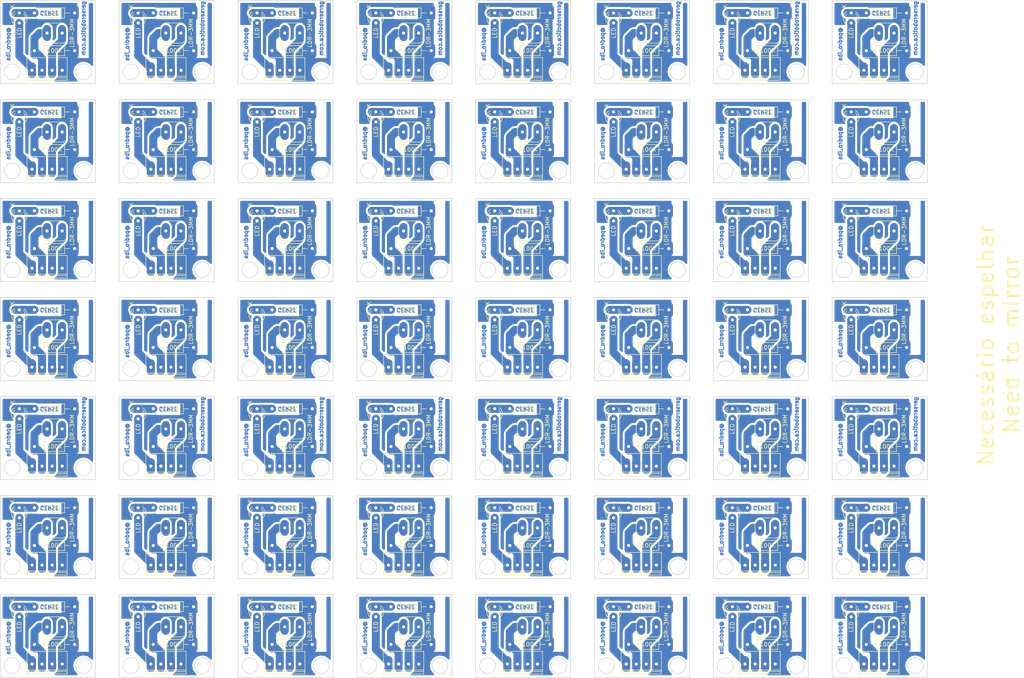
<source format=kicad_pcb>
(kicad_pcb (version 4) (host pcbnew 4.0.2+dfsg1-stable)
  (title_block (title "Sensor LDR para Shield Sensor Base Grover GERSE") (date 2017-08-20) (rev 1.0) (company "GERSE - Grupo de Estudos em Robótica e sistemas Embarcados") (comment 1 "Facebook: www.facebook.com/gerserobot/ ") (comment 2 "Instagram: www.instagram.com/gerserobot/  ") (comment 3 "Website: gerserobotica.com") (comment 4 "Projetista: @pedro_ibs (www.instagram.com/pedro_ibs/)"))
  (layers (0 F.Cu signal) (31 B.Cu signal) (34 B.Paste user) (35 F.Paste user) (36 B.SilkS user) (37 F.SilkS user) (38 B.Mask user) (39 F.Mask user) (44 Edge.Cuts user))
  (net 0 "")
  (net 1 "Net-(D1-Pad1)")
  (net 2 P4)
  (net 3 P3)
  (net 4 GND)
  (net 5 VCC)
  (module MY_kicad:LDR3mm (layer F.Cu) (at 150.6 23.195 180)
    (fp_text reference R4 hide)
    (fp_text value LDR-3MM (at -2.54 0 270) (layer F.SilkS))
    (pad 1 thru_hole oval (at 0 0 180) (size 2 4) (drill 0.8) (layers *.Cu) (net 5 VCC))
    (pad 2 thru_hole oval (at 3.81 0 180) (size 2 4) (drill 0.8) (layers *.Cu) (net 3 P3))
  )
  (module Resistors_ThroughHole:Resistor_Horizontal_RM10mm (layer F.Cu) (at 143.615 18.115)
    (fp_text reference R3 hide)
    (fp_text value 330 (at 5.08 0) (layer F.SilkS))
    (pad 1 thru_hole circle (at 0 0) (size 1.99898 1.99898) (drill 0.8) (layers *.Cu) (net 1 "Net-(D1-Pad1)"))
    (pad 2 thru_hole oval (at 10.16 0) (size 2 4) (drill 0.8) (layers *.Cu) (net 4 GND))
  )
  (module Resistors_ThroughHole:Resistor_Horizontal_RM10mm (layer F.Cu) (at 143.615 27.64)
    (fp_text reference R2 hide)
    (fp_text value 100K (at 5.08 0) (layer F.SilkS))
    (pad 1 thru_hole oval (at 0 0) (size 2 4) (drill 0.8) (layers *.Cu) (net 3 P3))
    (pad 2 thru_hole oval (at 10.16 0) (size 2 4) (drill 0.8) (layers *.Cu) (net 4 GND))
  )
  (module MY_kicad:molex_2510 (layer F.Cu) (at 143 32.6)
    (fp_text reference P3 hide)
    (fp_text value CON2 hide)
    (pad 1 thru_hole oval (at 0 0) (size 2 4) (drill 0.8) (layers *.Cu) (net 2 P4))
    (pad 2 thru_hole oval (at 2.54 0) (size 2 4) (drill 0.8) (layers *.Cu) (net 3 P3))
    (pad 3 thru_hole oval (at 5.08 0) (size 2 4) (drill 0.8) (layers *.Cu) (net 5 VCC))
    (pad 4 thru_hole oval (at 7.62 0) (size 2 4) (drill 0.8) (layers *.Cu) (net 4 GND))
  )
  (module LEDs:LED-3MM (layer F.Cu) (at 139.805 18.115 270)
    (fp_text reference D1 hide)
    (fp_text value LED (at 5.08 0 270) (layer F.SilkS))
    (fp_text user K (at -1.69 1.74 270) (layer F.SilkS))
    (pad 1 thru_hole oval (at 0 0) (size 4 2) (drill 0.8) (layers *.Cu) (net 1 "Net-(D1-Pad1)"))
    (pad 2 thru_hole circle (at 2.54 0 270) (size 2 2) (drill 0.8) (layers *.Cu) (net 2 P4))
  )
  (module LEDs:LED-3MM (layer F.Cu) (at 139.805 43.115 270)
    (fp_text reference D1 hide)
    (fp_text value LED (at 5.08 0 270) (layer F.SilkS))
    (fp_text user K (at -1.69 1.74 270) (layer F.SilkS))
    (pad 1 thru_hole oval (at 0 0) (size 4 2) (drill 0.8) (layers *.Cu) (net 1 "Net-(D1-Pad1)"))
    (pad 2 thru_hole circle (at 2.54 0 270) (size 2 2) (drill 0.8) (layers *.Cu) (net 2 P4))
  )
  (module MY_kicad:molex_2510 (layer F.Cu) (at 143 57.6)
    (fp_text reference P3 hide)
    (fp_text value CON2 hide)
    (pad 1 thru_hole oval (at 0 0) (size 2 4) (drill 0.8) (layers *.Cu) (net 2 P4))
    (pad 2 thru_hole oval (at 2.54 0) (size 2 4) (drill 0.8) (layers *.Cu) (net 3 P3))
    (pad 3 thru_hole oval (at 5.08 0) (size 2 4) (drill 0.8) (layers *.Cu) (net 5 VCC))
    (pad 4 thru_hole oval (at 7.62 0) (size 2 4) (drill 0.8) (layers *.Cu) (net 4 GND))
  )
  (module Resistors_ThroughHole:Resistor_Horizontal_RM10mm (layer F.Cu) (at 143.615 52.64)
    (fp_text reference R2 hide)
    (fp_text value 100K (at 5.08 0) (layer F.SilkS))
    (pad 1 thru_hole oval (at 0 0) (size 2 4) (drill 0.8) (layers *.Cu) (net 3 P3))
    (pad 2 thru_hole oval (at 10.16 0) (size 2 4) (drill 0.8) (layers *.Cu) (net 4 GND))
  )
  (module Resistors_ThroughHole:Resistor_Horizontal_RM10mm (layer F.Cu) (at 143.615 43.115)
    (fp_text reference R3 hide)
    (fp_text value 330 (at 5.08 0) (layer F.SilkS))
    (pad 1 thru_hole circle (at 0 0) (size 1.99898 1.99898) (drill 0.8) (layers *.Cu) (net 1 "Net-(D1-Pad1)"))
    (pad 2 thru_hole oval (at 10.16 0) (size 2 4) (drill 0.8) (layers *.Cu) (net 4 GND))
  )
  (module MY_kicad:LDR3mm (layer F.Cu) (at 150.6 48.195 180)
    (fp_text reference R4 hide)
    (fp_text value LDR-3MM (at -2.54 0 270) (layer F.SilkS))
    (pad 1 thru_hole oval (at 0 0 180) (size 2 4) (drill 0.8) (layers *.Cu) (net 5 VCC))
    (pad 2 thru_hole oval (at 3.81 0 180) (size 2 4) (drill 0.8) (layers *.Cu) (net 3 P3))
  )
  (module MY_kicad:LDR3mm (layer F.Cu) (at 150.6 98.195 180)
    (fp_text reference R4 hide)
    (fp_text value LDR-3MM (at -2.54 0 270) (layer F.SilkS))
    (pad 1 thru_hole oval (at 0 0 180) (size 2 4) (drill 0.8) (layers *.Cu) (net 5 VCC))
    (pad 2 thru_hole oval (at 3.81 0 180) (size 2 4) (drill 0.8) (layers *.Cu) (net 3 P3))
  )
  (module Resistors_ThroughHole:Resistor_Horizontal_RM10mm (layer F.Cu) (at 143.615 93.115)
    (fp_text reference R3 hide)
    (fp_text value 330 (at 5.08 0) (layer F.SilkS))
    (pad 1 thru_hole circle (at 0 0) (size 1.99898 1.99898) (drill 0.8) (layers *.Cu) (net 1 "Net-(D1-Pad1)"))
    (pad 2 thru_hole oval (at 10.16 0) (size 2 4) (drill 0.8) (layers *.Cu) (net 4 GND))
  )
  (module Resistors_ThroughHole:Resistor_Horizontal_RM10mm (layer F.Cu) (at 143.615 102.64)
    (fp_text reference R2 hide)
    (fp_text value 100K (at 5.08 0) (layer F.SilkS))
    (pad 1 thru_hole oval (at 0 0) (size 2 4) (drill 0.8) (layers *.Cu) (net 3 P3))
    (pad 2 thru_hole oval (at 10.16 0) (size 2 4) (drill 0.8) (layers *.Cu) (net 4 GND))
  )
  (module MY_kicad:molex_2510 (layer F.Cu) (at 143 107.6)
    (fp_text reference P3 hide)
    (fp_text value CON2 hide)
    (pad 1 thru_hole oval (at 0 0) (size 2 4) (drill 0.8) (layers *.Cu) (net 2 P4))
    (pad 2 thru_hole oval (at 2.54 0) (size 2 4) (drill 0.8) (layers *.Cu) (net 3 P3))
    (pad 3 thru_hole oval (at 5.08 0) (size 2 4) (drill 0.8) (layers *.Cu) (net 5 VCC))
    (pad 4 thru_hole oval (at 7.62 0) (size 2 4) (drill 0.8) (layers *.Cu) (net 4 GND))
  )
  (module LEDs:LED-3MM (layer F.Cu) (at 139.805 93.115 270)
    (fp_text reference D1 hide)
    (fp_text value LED (at 5.08 0 270) (layer F.SilkS))
    (fp_text user K (at -1.69 1.74 270) (layer F.SilkS))
    (pad 1 thru_hole oval (at 0 0) (size 4 2) (drill 0.8) (layers *.Cu) (net 1 "Net-(D1-Pad1)"))
    (pad 2 thru_hole circle (at 2.54 0 270) (size 2 2) (drill 0.8) (layers *.Cu) (net 2 P4))
  )
  (module LEDs:LED-3MM (layer F.Cu) (at 139.805 68.115 270)
    (fp_text reference D1 hide)
    (fp_text value LED (at 5.08 0 270) (layer F.SilkS))
    (fp_text user K (at -1.69 1.74 270) (layer F.SilkS))
    (pad 1 thru_hole oval (at 0 0) (size 4 2) (drill 0.8) (layers *.Cu) (net 1 "Net-(D1-Pad1)"))
    (pad 2 thru_hole circle (at 2.54 0 270) (size 2 2) (drill 0.8) (layers *.Cu) (net 2 P4))
  )
  (module MY_kicad:molex_2510 (layer F.Cu) (at 143 82.6)
    (fp_text reference P3 hide)
    (fp_text value CON2 hide)
    (pad 1 thru_hole oval (at 0 0) (size 2 4) (drill 0.8) (layers *.Cu) (net 2 P4))
    (pad 2 thru_hole oval (at 2.54 0) (size 2 4) (drill 0.8) (layers *.Cu) (net 3 P3))
    (pad 3 thru_hole oval (at 5.08 0) (size 2 4) (drill 0.8) (layers *.Cu) (net 5 VCC))
    (pad 4 thru_hole oval (at 7.62 0) (size 2 4) (drill 0.8) (layers *.Cu) (net 4 GND))
  )
  (module Resistors_ThroughHole:Resistor_Horizontal_RM10mm (layer F.Cu) (at 143.615 77.64)
    (fp_text reference R2 hide)
    (fp_text value 100K (at 5.08 0) (layer F.SilkS))
    (pad 1 thru_hole oval (at 0 0) (size 2 4) (drill 0.8) (layers *.Cu) (net 3 P3))
    (pad 2 thru_hole oval (at 10.16 0) (size 2 4) (drill 0.8) (layers *.Cu) (net 4 GND))
  )
  (module Resistors_ThroughHole:Resistor_Horizontal_RM10mm (layer F.Cu) (at 143.615 68.115)
    (fp_text reference R3 hide)
    (fp_text value 330 (at 5.08 0) (layer F.SilkS))
    (pad 1 thru_hole circle (at 0 0) (size 1.99898 1.99898) (drill 0.8) (layers *.Cu) (net 1 "Net-(D1-Pad1)"))
    (pad 2 thru_hole oval (at 10.16 0) (size 2 4) (drill 0.8) (layers *.Cu) (net 4 GND))
  )
  (module MY_kicad:LDR3mm (layer F.Cu) (at 150.6 73.195 180)
    (fp_text reference R4 hide)
    (fp_text value LDR-3MM (at -2.54 0 270) (layer F.SilkS))
    (pad 1 thru_hole oval (at 0 0 180) (size 2 4) (drill 0.8) (layers *.Cu) (net 5 VCC))
    (pad 2 thru_hole oval (at 3.81 0 180) (size 2 4) (drill 0.8) (layers *.Cu) (net 3 P3))
  )
  (module MY_kicad:LDR3mm (layer F.Cu) (at 150.6 173.195 180)
    (fp_text reference R4 hide)
    (fp_text value LDR-3MM (at -2.54 0 270) (layer F.SilkS))
    (pad 1 thru_hole oval (at 0 0 180) (size 2 4) (drill 0.8) (layers *.Cu) (net 5 VCC))
    (pad 2 thru_hole oval (at 3.81 0 180) (size 2 4) (drill 0.8) (layers *.Cu) (net 3 P3))
  )
  (module Resistors_ThroughHole:Resistor_Horizontal_RM10mm (layer F.Cu) (at 143.615 168.115)
    (fp_text reference R3 hide)
    (fp_text value 330 (at 5.08 0) (layer F.SilkS))
    (pad 1 thru_hole circle (at 0 0) (size 1.99898 1.99898) (drill 0.8) (layers *.Cu) (net 1 "Net-(D1-Pad1)"))
    (pad 2 thru_hole oval (at 10.16 0) (size 2 4) (drill 0.8) (layers *.Cu) (net 4 GND))
  )
  (module Resistors_ThroughHole:Resistor_Horizontal_RM10mm (layer F.Cu) (at 143.615 177.64)
    (fp_text reference R2 hide)
    (fp_text value 100K (at 5.08 0) (layer F.SilkS))
    (pad 1 thru_hole oval (at 0 0) (size 2 4) (drill 0.8) (layers *.Cu) (net 3 P3))
    (pad 2 thru_hole oval (at 10.16 0) (size 2 4) (drill 0.8) (layers *.Cu) (net 4 GND))
  )
  (module MY_kicad:molex_2510 (layer F.Cu) (at 143 182.6)
    (fp_text reference P3 hide)
    (fp_text value CON2 hide)
    (pad 1 thru_hole oval (at 0 0) (size 2 4) (drill 0.8) (layers *.Cu) (net 2 P4))
    (pad 2 thru_hole oval (at 2.54 0) (size 2 4) (drill 0.8) (layers *.Cu) (net 3 P3))
    (pad 3 thru_hole oval (at 5.08 0) (size 2 4) (drill 0.8) (layers *.Cu) (net 5 VCC))
    (pad 4 thru_hole oval (at 7.62 0) (size 2 4) (drill 0.8) (layers *.Cu) (net 4 GND))
  )
  (module LEDs:LED-3MM (layer F.Cu) (at 139.805 168.115 270)
    (fp_text reference D1 hide)
    (fp_text value LED (at 5.08 0 270) (layer F.SilkS))
    (fp_text user K (at -1.69 1.74 270) (layer F.SilkS))
    (pad 1 thru_hole oval (at 0 0) (size 4 2) (drill 0.8) (layers *.Cu) (net 1 "Net-(D1-Pad1)"))
    (pad 2 thru_hole circle (at 2.54 0 270) (size 2 2) (drill 0.8) (layers *.Cu) (net 2 P4))
  )
  (module MY_kicad:LDR3mm (layer F.Cu) (at 150.6 148.195 180)
    (fp_text reference R4 hide)
    (fp_text value LDR-3MM (at -2.54 0 270) (layer F.SilkS))
    (pad 1 thru_hole oval (at 0 0 180) (size 2 4) (drill 0.8) (layers *.Cu) (net 5 VCC))
    (pad 2 thru_hole oval (at 3.81 0 180) (size 2 4) (drill 0.8) (layers *.Cu) (net 3 P3))
  )
  (module Resistors_ThroughHole:Resistor_Horizontal_RM10mm (layer F.Cu) (at 143.615 143.115)
    (fp_text reference R3 hide)
    (fp_text value 330 (at 5.08 0) (layer F.SilkS))
    (pad 1 thru_hole circle (at 0 0) (size 1.99898 1.99898) (drill 0.8) (layers *.Cu) (net 1 "Net-(D1-Pad1)"))
    (pad 2 thru_hole oval (at 10.16 0) (size 2 4) (drill 0.8) (layers *.Cu) (net 4 GND))
  )
  (module Resistors_ThroughHole:Resistor_Horizontal_RM10mm (layer F.Cu) (at 143.615 152.64)
    (fp_text reference R2 hide)
    (fp_text value 100K (at 5.08 0) (layer F.SilkS))
    (pad 1 thru_hole oval (at 0 0) (size 2 4) (drill 0.8) (layers *.Cu) (net 3 P3))
    (pad 2 thru_hole oval (at 10.16 0) (size 2 4) (drill 0.8) (layers *.Cu) (net 4 GND))
  )
  (module MY_kicad:molex_2510 (layer F.Cu) (at 143 157.6)
    (fp_text reference P3 hide)
    (fp_text value CON2 hide)
    (pad 1 thru_hole oval (at 0 0) (size 2 4) (drill 0.8) (layers *.Cu) (net 2 P4))
    (pad 2 thru_hole oval (at 2.54 0) (size 2 4) (drill 0.8) (layers *.Cu) (net 3 P3))
    (pad 3 thru_hole oval (at 5.08 0) (size 2 4) (drill 0.8) (layers *.Cu) (net 5 VCC))
    (pad 4 thru_hole oval (at 7.62 0) (size 2 4) (drill 0.8) (layers *.Cu) (net 4 GND))
  )
  (module LEDs:LED-3MM (layer F.Cu) (at 139.805 143.115 270)
    (fp_text reference D1 hide)
    (fp_text value LED (at 5.08 0 270) (layer F.SilkS))
    (fp_text user K (at -1.69 1.74 270) (layer F.SilkS))
    (pad 1 thru_hole oval (at 0 0) (size 4 2) (drill 0.8) (layers *.Cu) (net 1 "Net-(D1-Pad1)"))
    (pad 2 thru_hole circle (at 2.54 0 270) (size 2 2) (drill 0.8) (layers *.Cu) (net 2 P4))
  )
  (module LEDs:LED-3MM (layer F.Cu) (at 139.805 118.115 270)
    (fp_text reference D1 hide)
    (fp_text value LED (at 5.08 0 270) (layer F.SilkS))
    (fp_text user K (at -1.69 1.74 270) (layer F.SilkS))
    (pad 1 thru_hole oval (at 0 0) (size 4 2) (drill 0.8) (layers *.Cu) (net 1 "Net-(D1-Pad1)"))
    (pad 2 thru_hole circle (at 2.54 0 270) (size 2 2) (drill 0.8) (layers *.Cu) (net 2 P4))
  )
  (module MY_kicad:molex_2510 (layer F.Cu) (at 143 132.6)
    (fp_text reference P3 hide)
    (fp_text value CON2 hide)
    (pad 1 thru_hole oval (at 0 0) (size 2 4) (drill 0.8) (layers *.Cu) (net 2 P4))
    (pad 2 thru_hole oval (at 2.54 0) (size 2 4) (drill 0.8) (layers *.Cu) (net 3 P3))
    (pad 3 thru_hole oval (at 5.08 0) (size 2 4) (drill 0.8) (layers *.Cu) (net 5 VCC))
    (pad 4 thru_hole oval (at 7.62 0) (size 2 4) (drill 0.8) (layers *.Cu) (net 4 GND))
  )
  (module Resistors_ThroughHole:Resistor_Horizontal_RM10mm (layer F.Cu) (at 143.615 127.64)
    (fp_text reference R2 hide)
    (fp_text value 100K (at 5.08 0) (layer F.SilkS))
    (pad 1 thru_hole oval (at 0 0) (size 2 4) (drill 0.8) (layers *.Cu) (net 3 P3))
    (pad 2 thru_hole oval (at 10.16 0) (size 2 4) (drill 0.8) (layers *.Cu) (net 4 GND))
  )
  (module Resistors_ThroughHole:Resistor_Horizontal_RM10mm (layer F.Cu) (at 143.615 118.115)
    (fp_text reference R3 hide)
    (fp_text value 330 (at 5.08 0) (layer F.SilkS))
    (pad 1 thru_hole circle (at 0 0) (size 1.99898 1.99898) (drill 0.8) (layers *.Cu) (net 1 "Net-(D1-Pad1)"))
    (pad 2 thru_hole oval (at 10.16 0) (size 2 4) (drill 0.8) (layers *.Cu) (net 4 GND))
  )
  (module MY_kicad:LDR3mm (layer F.Cu) (at 150.6 123.195 180)
    (fp_text reference R4 hide)
    (fp_text value LDR-3MM (at -2.54 0 270) (layer F.SilkS))
    (pad 1 thru_hole oval (at 0 0 180) (size 2 4) (drill 0.8) (layers *.Cu) (net 5 VCC))
    (pad 2 thru_hole oval (at 3.81 0 180) (size 2 4) (drill 0.8) (layers *.Cu) (net 3 P3))
  )
  (module MY_kicad:LDR3mm (layer F.Cu) (at 180.6 123.195 180)
    (fp_text reference R4 hide)
    (fp_text value LDR-3MM (at -2.54 0 270) (layer F.SilkS))
    (pad 1 thru_hole oval (at 0 0 180) (size 2 4) (drill 0.8) (layers *.Cu) (net 5 VCC))
    (pad 2 thru_hole oval (at 3.81 0 180) (size 2 4) (drill 0.8) (layers *.Cu) (net 3 P3))
  )
  (module Resistors_ThroughHole:Resistor_Horizontal_RM10mm (layer F.Cu) (at 173.615 118.115)
    (fp_text reference R3 hide)
    (fp_text value 330 (at 5.08 0) (layer F.SilkS))
    (pad 1 thru_hole circle (at 0 0) (size 1.99898 1.99898) (drill 0.8) (layers *.Cu) (net 1 "Net-(D1-Pad1)"))
    (pad 2 thru_hole oval (at 10.16 0) (size 2 4) (drill 0.8) (layers *.Cu) (net 4 GND))
  )
  (module Resistors_ThroughHole:Resistor_Horizontal_RM10mm (layer F.Cu) (at 173.615 127.64)
    (fp_text reference R2 hide)
    (fp_text value 100K (at 5.08 0) (layer F.SilkS))
    (pad 1 thru_hole oval (at 0 0) (size 2 4) (drill 0.8) (layers *.Cu) (net 3 P3))
    (pad 2 thru_hole oval (at 10.16 0) (size 2 4) (drill 0.8) (layers *.Cu) (net 4 GND))
  )
  (module MY_kicad:molex_2510 (layer F.Cu) (at 173 132.6)
    (fp_text reference P3 hide)
    (fp_text value CON2 hide)
    (pad 1 thru_hole oval (at 0 0) (size 2 4) (drill 0.8) (layers *.Cu) (net 2 P4))
    (pad 2 thru_hole oval (at 2.54 0) (size 2 4) (drill 0.8) (layers *.Cu) (net 3 P3))
    (pad 3 thru_hole oval (at 5.08 0) (size 2 4) (drill 0.8) (layers *.Cu) (net 5 VCC))
    (pad 4 thru_hole oval (at 7.62 0) (size 2 4) (drill 0.8) (layers *.Cu) (net 4 GND))
  )
  (module LEDs:LED-3MM (layer F.Cu) (at 169.805 118.115 270)
    (fp_text reference D1 hide)
    (fp_text value LED (at 5.08 0 270) (layer F.SilkS))
    (fp_text user K (at -1.69 1.74 270) (layer F.SilkS))
    (pad 1 thru_hole oval (at 0 0) (size 4 2) (drill 0.8) (layers *.Cu) (net 1 "Net-(D1-Pad1)"))
    (pad 2 thru_hole circle (at 2.54 0 270) (size 2 2) (drill 0.8) (layers *.Cu) (net 2 P4))
  )
  (module LEDs:LED-3MM (layer F.Cu) (at 169.805 143.115 270)
    (fp_text reference D1 hide)
    (fp_text value LED (at 5.08 0 270) (layer F.SilkS))
    (fp_text user K (at -1.69 1.74 270) (layer F.SilkS))
    (pad 1 thru_hole oval (at 0 0) (size 4 2) (drill 0.8) (layers *.Cu) (net 1 "Net-(D1-Pad1)"))
    (pad 2 thru_hole circle (at 2.54 0 270) (size 2 2) (drill 0.8) (layers *.Cu) (net 2 P4))
  )
  (module MY_kicad:molex_2510 (layer F.Cu) (at 173 157.6)
    (fp_text reference P3 hide)
    (fp_text value CON2 hide)
    (pad 1 thru_hole oval (at 0 0) (size 2 4) (drill 0.8) (layers *.Cu) (net 2 P4))
    (pad 2 thru_hole oval (at 2.54 0) (size 2 4) (drill 0.8) (layers *.Cu) (net 3 P3))
    (pad 3 thru_hole oval (at 5.08 0) (size 2 4) (drill 0.8) (layers *.Cu) (net 5 VCC))
    (pad 4 thru_hole oval (at 7.62 0) (size 2 4) (drill 0.8) (layers *.Cu) (net 4 GND))
  )
  (module Resistors_ThroughHole:Resistor_Horizontal_RM10mm (layer F.Cu) (at 173.615 152.64)
    (fp_text reference R2 hide)
    (fp_text value 100K (at 5.08 0) (layer F.SilkS))
    (pad 1 thru_hole oval (at 0 0) (size 2 4) (drill 0.8) (layers *.Cu) (net 3 P3))
    (pad 2 thru_hole oval (at 10.16 0) (size 2 4) (drill 0.8) (layers *.Cu) (net 4 GND))
  )
  (module Resistors_ThroughHole:Resistor_Horizontal_RM10mm (layer F.Cu) (at 173.615 143.115)
    (fp_text reference R3 hide)
    (fp_text value 330 (at 5.08 0) (layer F.SilkS))
    (pad 1 thru_hole circle (at 0 0) (size 1.99898 1.99898) (drill 0.8) (layers *.Cu) (net 1 "Net-(D1-Pad1)"))
    (pad 2 thru_hole oval (at 10.16 0) (size 2 4) (drill 0.8) (layers *.Cu) (net 4 GND))
  )
  (module MY_kicad:LDR3mm (layer F.Cu) (at 180.6 148.195 180)
    (fp_text reference R4 hide)
    (fp_text value LDR-3MM (at -2.54 0 270) (layer F.SilkS))
    (pad 1 thru_hole oval (at 0 0 180) (size 2 4) (drill 0.8) (layers *.Cu) (net 5 VCC))
    (pad 2 thru_hole oval (at 3.81 0 180) (size 2 4) (drill 0.8) (layers *.Cu) (net 3 P3))
  )
  (module LEDs:LED-3MM (layer F.Cu) (at 169.805 168.115 270)
    (fp_text reference D1 hide)
    (fp_text value LED (at 5.08 0 270) (layer F.SilkS))
    (fp_text user K (at -1.69 1.74 270) (layer F.SilkS))
    (pad 1 thru_hole oval (at 0 0) (size 4 2) (drill 0.8) (layers *.Cu) (net 1 "Net-(D1-Pad1)"))
    (pad 2 thru_hole circle (at 2.54 0 270) (size 2 2) (drill 0.8) (layers *.Cu) (net 2 P4))
  )
  (module MY_kicad:molex_2510 (layer F.Cu) (at 173 182.6)
    (fp_text reference P3 hide)
    (fp_text value CON2 hide)
    (pad 1 thru_hole oval (at 0 0) (size 2 4) (drill 0.8) (layers *.Cu) (net 2 P4))
    (pad 2 thru_hole oval (at 2.54 0) (size 2 4) (drill 0.8) (layers *.Cu) (net 3 P3))
    (pad 3 thru_hole oval (at 5.08 0) (size 2 4) (drill 0.8) (layers *.Cu) (net 5 VCC))
    (pad 4 thru_hole oval (at 7.62 0) (size 2 4) (drill 0.8) (layers *.Cu) (net 4 GND))
  )
  (module Resistors_ThroughHole:Resistor_Horizontal_RM10mm (layer F.Cu) (at 173.615 177.64)
    (fp_text reference R2 hide)
    (fp_text value 100K (at 5.08 0) (layer F.SilkS))
    (pad 1 thru_hole oval (at 0 0) (size 2 4) (drill 0.8) (layers *.Cu) (net 3 P3))
    (pad 2 thru_hole oval (at 10.16 0) (size 2 4) (drill 0.8) (layers *.Cu) (net 4 GND))
  )
  (module Resistors_ThroughHole:Resistor_Horizontal_RM10mm (layer F.Cu) (at 173.615 168.115)
    (fp_text reference R3 hide)
    (fp_text value 330 (at 5.08 0) (layer F.SilkS))
    (pad 1 thru_hole circle (at 0 0) (size 1.99898 1.99898) (drill 0.8) (layers *.Cu) (net 1 "Net-(D1-Pad1)"))
    (pad 2 thru_hole oval (at 10.16 0) (size 2 4) (drill 0.8) (layers *.Cu) (net 4 GND))
  )
  (module MY_kicad:LDR3mm (layer F.Cu) (at 180.6 173.195 180)
    (fp_text reference R4 hide)
    (fp_text value LDR-3MM (at -2.54 0 270) (layer F.SilkS))
    (pad 1 thru_hole oval (at 0 0 180) (size 2 4) (drill 0.8) (layers *.Cu) (net 5 VCC))
    (pad 2 thru_hole oval (at 3.81 0 180) (size 2 4) (drill 0.8) (layers *.Cu) (net 3 P3))
  )
  (module MY_kicad:LDR3mm (layer F.Cu) (at 180.6 73.195 180)
    (fp_text reference R4 hide)
    (fp_text value LDR-3MM (at -2.54 0 270) (layer F.SilkS))
    (pad 1 thru_hole oval (at 0 0 180) (size 2 4) (drill 0.8) (layers *.Cu) (net 5 VCC))
    (pad 2 thru_hole oval (at 3.81 0 180) (size 2 4) (drill 0.8) (layers *.Cu) (net 3 P3))
  )
  (module Resistors_ThroughHole:Resistor_Horizontal_RM10mm (layer F.Cu) (at 173.615 68.115)
    (fp_text reference R3 hide)
    (fp_text value 330 (at 5.08 0) (layer F.SilkS))
    (pad 1 thru_hole circle (at 0 0) (size 1.99898 1.99898) (drill 0.8) (layers *.Cu) (net 1 "Net-(D1-Pad1)"))
    (pad 2 thru_hole oval (at 10.16 0) (size 2 4) (drill 0.8) (layers *.Cu) (net 4 GND))
  )
  (module Resistors_ThroughHole:Resistor_Horizontal_RM10mm (layer F.Cu) (at 173.615 77.64)
    (fp_text reference R2 hide)
    (fp_text value 100K (at 5.08 0) (layer F.SilkS))
    (pad 1 thru_hole oval (at 0 0) (size 2 4) (drill 0.8) (layers *.Cu) (net 3 P3))
    (pad 2 thru_hole oval (at 10.16 0) (size 2 4) (drill 0.8) (layers *.Cu) (net 4 GND))
  )
  (module MY_kicad:molex_2510 (layer F.Cu) (at 173 82.6)
    (fp_text reference P3 hide)
    (fp_text value CON2 hide)
    (pad 1 thru_hole oval (at 0 0) (size 2 4) (drill 0.8) (layers *.Cu) (net 2 P4))
    (pad 2 thru_hole oval (at 2.54 0) (size 2 4) (drill 0.8) (layers *.Cu) (net 3 P3))
    (pad 3 thru_hole oval (at 5.08 0) (size 2 4) (drill 0.8) (layers *.Cu) (net 5 VCC))
    (pad 4 thru_hole oval (at 7.62 0) (size 2 4) (drill 0.8) (layers *.Cu) (net 4 GND))
  )
  (module LEDs:LED-3MM (layer F.Cu) (at 169.805 68.115 270)
    (fp_text reference D1 hide)
    (fp_text value LED (at 5.08 0 270) (layer F.SilkS))
    (fp_text user K (at -1.69 1.74 270) (layer F.SilkS))
    (pad 1 thru_hole oval (at 0 0) (size 4 2) (drill 0.8) (layers *.Cu) (net 1 "Net-(D1-Pad1)"))
    (pad 2 thru_hole circle (at 2.54 0 270) (size 2 2) (drill 0.8) (layers *.Cu) (net 2 P4))
  )
  (module LEDs:LED-3MM (layer F.Cu) (at 169.805 93.115 270)
    (fp_text reference D1 hide)
    (fp_text value LED (at 5.08 0 270) (layer F.SilkS))
    (fp_text user K (at -1.69 1.74 270) (layer F.SilkS))
    (pad 1 thru_hole oval (at 0 0) (size 4 2) (drill 0.8) (layers *.Cu) (net 1 "Net-(D1-Pad1)"))
    (pad 2 thru_hole circle (at 2.54 0 270) (size 2 2) (drill 0.8) (layers *.Cu) (net 2 P4))
  )
  (module MY_kicad:molex_2510 (layer F.Cu) (at 173 107.6)
    (fp_text reference P3 hide)
    (fp_text value CON2 hide)
    (pad 1 thru_hole oval (at 0 0) (size 2 4) (drill 0.8) (layers *.Cu) (net 2 P4))
    (pad 2 thru_hole oval (at 2.54 0) (size 2 4) (drill 0.8) (layers *.Cu) (net 3 P3))
    (pad 3 thru_hole oval (at 5.08 0) (size 2 4) (drill 0.8) (layers *.Cu) (net 5 VCC))
    (pad 4 thru_hole oval (at 7.62 0) (size 2 4) (drill 0.8) (layers *.Cu) (net 4 GND))
  )
  (module Resistors_ThroughHole:Resistor_Horizontal_RM10mm (layer F.Cu) (at 173.615 102.64)
    (fp_text reference R2 hide)
    (fp_text value 100K (at 5.08 0) (layer F.SilkS))
    (pad 1 thru_hole oval (at 0 0) (size 2 4) (drill 0.8) (layers *.Cu) (net 3 P3))
    (pad 2 thru_hole oval (at 10.16 0) (size 2 4) (drill 0.8) (layers *.Cu) (net 4 GND))
  )
  (module Resistors_ThroughHole:Resistor_Horizontal_RM10mm (layer F.Cu) (at 173.615 93.115)
    (fp_text reference R3 hide)
    (fp_text value 330 (at 5.08 0) (layer F.SilkS))
    (pad 1 thru_hole circle (at 0 0) (size 1.99898 1.99898) (drill 0.8) (layers *.Cu) (net 1 "Net-(D1-Pad1)"))
    (pad 2 thru_hole oval (at 10.16 0) (size 2 4) (drill 0.8) (layers *.Cu) (net 4 GND))
  )
  (module MY_kicad:LDR3mm (layer F.Cu) (at 180.6 98.195 180)
    (fp_text reference R4 hide)
    (fp_text value LDR-3MM (at -2.54 0 270) (layer F.SilkS))
    (pad 1 thru_hole oval (at 0 0 180) (size 2 4) (drill 0.8) (layers *.Cu) (net 5 VCC))
    (pad 2 thru_hole oval (at 3.81 0 180) (size 2 4) (drill 0.8) (layers *.Cu) (net 3 P3))
  )
  (module MY_kicad:LDR3mm (layer F.Cu) (at 180.6 48.195 180)
    (fp_text reference R4 hide)
    (fp_text value LDR-3MM (at -2.54 0 270) (layer F.SilkS))
    (pad 1 thru_hole oval (at 0 0 180) (size 2 4) (drill 0.8) (layers *.Cu) (net 5 VCC))
    (pad 2 thru_hole oval (at 3.81 0 180) (size 2 4) (drill 0.8) (layers *.Cu) (net 3 P3))
  )
  (module Resistors_ThroughHole:Resistor_Horizontal_RM10mm (layer F.Cu) (at 173.615 43.115)
    (fp_text reference R3 hide)
    (fp_text value 330 (at 5.08 0) (layer F.SilkS))
    (pad 1 thru_hole circle (at 0 0) (size 1.99898 1.99898) (drill 0.8) (layers *.Cu) (net 1 "Net-(D1-Pad1)"))
    (pad 2 thru_hole oval (at 10.16 0) (size 2 4) (drill 0.8) (layers *.Cu) (net 4 GND))
  )
  (module Resistors_ThroughHole:Resistor_Horizontal_RM10mm (layer F.Cu) (at 173.615 52.64)
    (fp_text reference R2 hide)
    (fp_text value 100K (at 5.08 0) (layer F.SilkS))
    (pad 1 thru_hole oval (at 0 0) (size 2 4) (drill 0.8) (layers *.Cu) (net 3 P3))
    (pad 2 thru_hole oval (at 10.16 0) (size 2 4) (drill 0.8) (layers *.Cu) (net 4 GND))
  )
  (module MY_kicad:molex_2510 (layer F.Cu) (at 173 57.6)
    (fp_text reference P3 hide)
    (fp_text value CON2 hide)
    (pad 1 thru_hole oval (at 0 0) (size 2 4) (drill 0.8) (layers *.Cu) (net 2 P4))
    (pad 2 thru_hole oval (at 2.54 0) (size 2 4) (drill 0.8) (layers *.Cu) (net 3 P3))
    (pad 3 thru_hole oval (at 5.08 0) (size 2 4) (drill 0.8) (layers *.Cu) (net 5 VCC))
    (pad 4 thru_hole oval (at 7.62 0) (size 2 4) (drill 0.8) (layers *.Cu) (net 4 GND))
  )
  (module LEDs:LED-3MM (layer F.Cu) (at 169.805 43.115 270)
    (fp_text reference D1 hide)
    (fp_text value LED (at 5.08 0 270) (layer F.SilkS))
    (fp_text user K (at -1.69 1.74 270) (layer F.SilkS))
    (pad 1 thru_hole oval (at 0 0) (size 4 2) (drill 0.8) (layers *.Cu) (net 1 "Net-(D1-Pad1)"))
    (pad 2 thru_hole circle (at 2.54 0 270) (size 2 2) (drill 0.8) (layers *.Cu) (net 2 P4))
  )
  (module LEDs:LED-3MM (layer F.Cu) (at 169.805 18.115 270)
    (fp_text reference D1 hide)
    (fp_text value LED (at 5.08 0 270) (layer F.SilkS))
    (fp_text user K (at -1.69 1.74 270) (layer F.SilkS))
    (pad 1 thru_hole oval (at 0 0) (size 4 2) (drill 0.8) (layers *.Cu) (net 1 "Net-(D1-Pad1)"))
    (pad 2 thru_hole circle (at 2.54 0 270) (size 2 2) (drill 0.8) (layers *.Cu) (net 2 P4))
  )
  (module MY_kicad:molex_2510 (layer F.Cu) (at 173 32.6)
    (fp_text reference P3 hide)
    (fp_text value CON2 hide)
    (pad 1 thru_hole oval (at 0 0) (size 2 4) (drill 0.8) (layers *.Cu) (net 2 P4))
    (pad 2 thru_hole oval (at 2.54 0) (size 2 4) (drill 0.8) (layers *.Cu) (net 3 P3))
    (pad 3 thru_hole oval (at 5.08 0) (size 2 4) (drill 0.8) (layers *.Cu) (net 5 VCC))
    (pad 4 thru_hole oval (at 7.62 0) (size 2 4) (drill 0.8) (layers *.Cu) (net 4 GND))
  )
  (module Resistors_ThroughHole:Resistor_Horizontal_RM10mm (layer F.Cu) (at 173.615 27.64)
    (fp_text reference R2 hide)
    (fp_text value 100K (at 5.08 0) (layer F.SilkS))
    (pad 1 thru_hole oval (at 0 0) (size 2 4) (drill 0.8) (layers *.Cu) (net 3 P3))
    (pad 2 thru_hole oval (at 10.16 0) (size 2 4) (drill 0.8) (layers *.Cu) (net 4 GND))
  )
  (module Resistors_ThroughHole:Resistor_Horizontal_RM10mm (layer F.Cu) (at 173.615 18.115)
    (fp_text reference R3 hide)
    (fp_text value 330 (at 5.08 0) (layer F.SilkS))
    (pad 1 thru_hole circle (at 0 0) (size 1.99898 1.99898) (drill 0.8) (layers *.Cu) (net 1 "Net-(D1-Pad1)"))
    (pad 2 thru_hole oval (at 10.16 0) (size 2 4) (drill 0.8) (layers *.Cu) (net 4 GND))
  )
  (module MY_kicad:LDR3mm (layer F.Cu) (at 180.6 23.195 180)
    (fp_text reference R4 hide)
    (fp_text value LDR-3MM (at -2.54 0 270) (layer F.SilkS))
    (pad 1 thru_hole oval (at 0 0 180) (size 2 4) (drill 0.8) (layers *.Cu) (net 5 VCC))
    (pad 2 thru_hole oval (at 3.81 0 180) (size 2 4) (drill 0.8) (layers *.Cu) (net 3 P3))
  )
  (module MY_kicad:LDR3mm (layer F.Cu) (at 240.6 23.195 180)
    (fp_text reference R4 hide)
    (fp_text value LDR-3MM (at -2.54 0 270) (layer F.SilkS))
    (pad 1 thru_hole oval (at 0 0 180) (size 2 4) (drill 0.8) (layers *.Cu) (net 5 VCC))
    (pad 2 thru_hole oval (at 3.81 0 180) (size 2 4) (drill 0.8) (layers *.Cu) (net 3 P3))
  )
  (module Resistors_ThroughHole:Resistor_Horizontal_RM10mm (layer F.Cu) (at 233.615 18.115)
    (fp_text reference R3 hide)
    (fp_text value 330 (at 5.08 0) (layer F.SilkS))
    (pad 1 thru_hole circle (at 0 0) (size 1.99898 1.99898) (drill 0.8) (layers *.Cu) (net 1 "Net-(D1-Pad1)"))
    (pad 2 thru_hole oval (at 10.16 0) (size 2 4) (drill 0.8) (layers *.Cu) (net 4 GND))
  )
  (module Resistors_ThroughHole:Resistor_Horizontal_RM10mm (layer F.Cu) (at 233.615 27.64)
    (fp_text reference R2 hide)
    (fp_text value 100K (at 5.08 0) (layer F.SilkS))
    (pad 1 thru_hole oval (at 0 0) (size 2 4) (drill 0.8) (layers *.Cu) (net 3 P3))
    (pad 2 thru_hole oval (at 10.16 0) (size 2 4) (drill 0.8) (layers *.Cu) (net 4 GND))
  )
  (module MY_kicad:molex_2510 (layer F.Cu) (at 233 32.6)
    (fp_text reference P3 hide)
    (fp_text value CON2 hide)
    (pad 1 thru_hole oval (at 0 0) (size 2 4) (drill 0.8) (layers *.Cu) (net 2 P4))
    (pad 2 thru_hole oval (at 2.54 0) (size 2 4) (drill 0.8) (layers *.Cu) (net 3 P3))
    (pad 3 thru_hole oval (at 5.08 0) (size 2 4) (drill 0.8) (layers *.Cu) (net 5 VCC))
    (pad 4 thru_hole oval (at 7.62 0) (size 2 4) (drill 0.8) (layers *.Cu) (net 4 GND))
  )
  (module LEDs:LED-3MM (layer F.Cu) (at 229.805 18.115 270)
    (fp_text reference D1 hide)
    (fp_text value LED (at 5.08 0 270) (layer F.SilkS))
    (fp_text user K (at -1.69 1.74 270) (layer F.SilkS))
    (pad 1 thru_hole oval (at 0 0) (size 4 2) (drill 0.8) (layers *.Cu) (net 1 "Net-(D1-Pad1)"))
    (pad 2 thru_hole circle (at 2.54 0 270) (size 2 2) (drill 0.8) (layers *.Cu) (net 2 P4))
  )
  (module LEDs:LED-3MM (layer F.Cu) (at 229.805 43.115 270)
    (fp_text reference D1 hide)
    (fp_text value LED (at 5.08 0 270) (layer F.SilkS))
    (fp_text user K (at -1.69 1.74 270) (layer F.SilkS))
    (pad 1 thru_hole oval (at 0 0) (size 4 2) (drill 0.8) (layers *.Cu) (net 1 "Net-(D1-Pad1)"))
    (pad 2 thru_hole circle (at 2.54 0 270) (size 2 2) (drill 0.8) (layers *.Cu) (net 2 P4))
  )
  (module MY_kicad:molex_2510 (layer F.Cu) (at 233 57.6)
    (fp_text reference P3 hide)
    (fp_text value CON2 hide)
    (pad 1 thru_hole oval (at 0 0) (size 2 4) (drill 0.8) (layers *.Cu) (net 2 P4))
    (pad 2 thru_hole oval (at 2.54 0) (size 2 4) (drill 0.8) (layers *.Cu) (net 3 P3))
    (pad 3 thru_hole oval (at 5.08 0) (size 2 4) (drill 0.8) (layers *.Cu) (net 5 VCC))
    (pad 4 thru_hole oval (at 7.62 0) (size 2 4) (drill 0.8) (layers *.Cu) (net 4 GND))
  )
  (module Resistors_ThroughHole:Resistor_Horizontal_RM10mm (layer F.Cu) (at 233.615 52.64)
    (fp_text reference R2 hide)
    (fp_text value 100K (at 5.08 0) (layer F.SilkS))
    (pad 1 thru_hole oval (at 0 0) (size 2 4) (drill 0.8) (layers *.Cu) (net 3 P3))
    (pad 2 thru_hole oval (at 10.16 0) (size 2 4) (drill 0.8) (layers *.Cu) (net 4 GND))
  )
  (module Resistors_ThroughHole:Resistor_Horizontal_RM10mm (layer F.Cu) (at 233.615 43.115)
    (fp_text reference R3 hide)
    (fp_text value 330 (at 5.08 0) (layer F.SilkS))
    (pad 1 thru_hole circle (at 0 0) (size 1.99898 1.99898) (drill 0.8) (layers *.Cu) (net 1 "Net-(D1-Pad1)"))
    (pad 2 thru_hole oval (at 10.16 0) (size 2 4) (drill 0.8) (layers *.Cu) (net 4 GND))
  )
  (module MY_kicad:LDR3mm (layer F.Cu) (at 240.6 48.195 180)
    (fp_text reference R4 hide)
    (fp_text value LDR-3MM (at -2.54 0 270) (layer F.SilkS))
    (pad 1 thru_hole oval (at 0 0 180) (size 2 4) (drill 0.8) (layers *.Cu) (net 5 VCC))
    (pad 2 thru_hole oval (at 3.81 0 180) (size 2 4) (drill 0.8) (layers *.Cu) (net 3 P3))
  )
  (module MY_kicad:LDR3mm (layer F.Cu) (at 240.6 98.195 180)
    (fp_text reference R4 hide)
    (fp_text value LDR-3MM (at -2.54 0 270) (layer F.SilkS))
    (pad 1 thru_hole oval (at 0 0 180) (size 2 4) (drill 0.8) (layers *.Cu) (net 5 VCC))
    (pad 2 thru_hole oval (at 3.81 0 180) (size 2 4) (drill 0.8) (layers *.Cu) (net 3 P3))
  )
  (module Resistors_ThroughHole:Resistor_Horizontal_RM10mm (layer F.Cu) (at 233.615 93.115)
    (fp_text reference R3 hide)
    (fp_text value 330 (at 5.08 0) (layer F.SilkS))
    (pad 1 thru_hole circle (at 0 0) (size 1.99898 1.99898) (drill 0.8) (layers *.Cu) (net 1 "Net-(D1-Pad1)"))
    (pad 2 thru_hole oval (at 10.16 0) (size 2 4) (drill 0.8) (layers *.Cu) (net 4 GND))
  )
  (module Resistors_ThroughHole:Resistor_Horizontal_RM10mm (layer F.Cu) (at 233.615 102.64)
    (fp_text reference R2 hide)
    (fp_text value 100K (at 5.08 0) (layer F.SilkS))
    (pad 1 thru_hole oval (at 0 0) (size 2 4) (drill 0.8) (layers *.Cu) (net 3 P3))
    (pad 2 thru_hole oval (at 10.16 0) (size 2 4) (drill 0.8) (layers *.Cu) (net 4 GND))
  )
  (module MY_kicad:molex_2510 (layer F.Cu) (at 233 107.6)
    (fp_text reference P3 hide)
    (fp_text value CON2 hide)
    (pad 1 thru_hole oval (at 0 0) (size 2 4) (drill 0.8) (layers *.Cu) (net 2 P4))
    (pad 2 thru_hole oval (at 2.54 0) (size 2 4) (drill 0.8) (layers *.Cu) (net 3 P3))
    (pad 3 thru_hole oval (at 5.08 0) (size 2 4) (drill 0.8) (layers *.Cu) (net 5 VCC))
    (pad 4 thru_hole oval (at 7.62 0) (size 2 4) (drill 0.8) (layers *.Cu) (net 4 GND))
  )
  (module LEDs:LED-3MM (layer F.Cu) (at 229.805 93.115 270)
    (fp_text reference D1 hide)
    (fp_text value LED (at 5.08 0 270) (layer F.SilkS))
    (fp_text user K (at -1.69 1.74 270) (layer F.SilkS))
    (pad 1 thru_hole oval (at 0 0) (size 4 2) (drill 0.8) (layers *.Cu) (net 1 "Net-(D1-Pad1)"))
    (pad 2 thru_hole circle (at 2.54 0 270) (size 2 2) (drill 0.8) (layers *.Cu) (net 2 P4))
  )
  (module LEDs:LED-3MM (layer F.Cu) (at 229.805 68.115 270)
    (fp_text reference D1 hide)
    (fp_text value LED (at 5.08 0 270) (layer F.SilkS))
    (fp_text user K (at -1.69 1.74 270) (layer F.SilkS))
    (pad 1 thru_hole oval (at 0 0) (size 4 2) (drill 0.8) (layers *.Cu) (net 1 "Net-(D1-Pad1)"))
    (pad 2 thru_hole circle (at 2.54 0 270) (size 2 2) (drill 0.8) (layers *.Cu) (net 2 P4))
  )
  (module MY_kicad:molex_2510 (layer F.Cu) (at 233 82.6)
    (fp_text reference P3 hide)
    (fp_text value CON2 hide)
    (pad 1 thru_hole oval (at 0 0) (size 2 4) (drill 0.8) (layers *.Cu) (net 2 P4))
    (pad 2 thru_hole oval (at 2.54 0) (size 2 4) (drill 0.8) (layers *.Cu) (net 3 P3))
    (pad 3 thru_hole oval (at 5.08 0) (size 2 4) (drill 0.8) (layers *.Cu) (net 5 VCC))
    (pad 4 thru_hole oval (at 7.62 0) (size 2 4) (drill 0.8) (layers *.Cu) (net 4 GND))
  )
  (module Resistors_ThroughHole:Resistor_Horizontal_RM10mm (layer F.Cu) (at 233.615 77.64)
    (fp_text reference R2 hide)
    (fp_text value 100K (at 5.08 0) (layer F.SilkS))
    (pad 1 thru_hole oval (at 0 0) (size 2 4) (drill 0.8) (layers *.Cu) (net 3 P3))
    (pad 2 thru_hole oval (at 10.16 0) (size 2 4) (drill 0.8) (layers *.Cu) (net 4 GND))
  )
  (module Resistors_ThroughHole:Resistor_Horizontal_RM10mm (layer F.Cu) (at 233.615 68.115)
    (fp_text reference R3 hide)
    (fp_text value 330 (at 5.08 0) (layer F.SilkS))
    (pad 1 thru_hole circle (at 0 0) (size 1.99898 1.99898) (drill 0.8) (layers *.Cu) (net 1 "Net-(D1-Pad1)"))
    (pad 2 thru_hole oval (at 10.16 0) (size 2 4) (drill 0.8) (layers *.Cu) (net 4 GND))
  )
  (module MY_kicad:LDR3mm (layer F.Cu) (at 240.6 73.195 180)
    (fp_text reference R4 hide)
    (fp_text value LDR-3MM (at -2.54 0 270) (layer F.SilkS))
    (pad 1 thru_hole oval (at 0 0 180) (size 2 4) (drill 0.8) (layers *.Cu) (net 5 VCC))
    (pad 2 thru_hole oval (at 3.81 0 180) (size 2 4) (drill 0.8) (layers *.Cu) (net 3 P3))
  )
  (module MY_kicad:LDR3mm (layer F.Cu) (at 240.6 173.195 180)
    (fp_text reference R4 hide)
    (fp_text value LDR-3MM (at -2.54 0 270) (layer F.SilkS))
    (pad 1 thru_hole oval (at 0 0 180) (size 2 4) (drill 0.8) (layers *.Cu) (net 5 VCC))
    (pad 2 thru_hole oval (at 3.81 0 180) (size 2 4) (drill 0.8) (layers *.Cu) (net 3 P3))
  )
  (module Resistors_ThroughHole:Resistor_Horizontal_RM10mm (layer F.Cu) (at 233.615 168.115)
    (fp_text reference R3 hide)
    (fp_text value 330 (at 5.08 0) (layer F.SilkS))
    (pad 1 thru_hole circle (at 0 0) (size 1.99898 1.99898) (drill 0.8) (layers *.Cu) (net 1 "Net-(D1-Pad1)"))
    (pad 2 thru_hole oval (at 10.16 0) (size 2 4) (drill 0.8) (layers *.Cu) (net 4 GND))
  )
  (module Resistors_ThroughHole:Resistor_Horizontal_RM10mm (layer F.Cu) (at 233.615 177.64)
    (fp_text reference R2 hide)
    (fp_text value 100K (at 5.08 0) (layer F.SilkS))
    (pad 1 thru_hole oval (at 0 0) (size 2 4) (drill 0.8) (layers *.Cu) (net 3 P3))
    (pad 2 thru_hole oval (at 10.16 0) (size 2 4) (drill 0.8) (layers *.Cu) (net 4 GND))
  )
  (module MY_kicad:molex_2510 (layer F.Cu) (at 233 182.6)
    (fp_text reference P3 hide)
    (fp_text value CON2 hide)
    (pad 1 thru_hole oval (at 0 0) (size 2 4) (drill 0.8) (layers *.Cu) (net 2 P4))
    (pad 2 thru_hole oval (at 2.54 0) (size 2 4) (drill 0.8) (layers *.Cu) (net 3 P3))
    (pad 3 thru_hole oval (at 5.08 0) (size 2 4) (drill 0.8) (layers *.Cu) (net 5 VCC))
    (pad 4 thru_hole oval (at 7.62 0) (size 2 4) (drill 0.8) (layers *.Cu) (net 4 GND))
  )
  (module LEDs:LED-3MM (layer F.Cu) (at 229.805 168.115 270)
    (fp_text reference D1 hide)
    (fp_text value LED (at 5.08 0 270) (layer F.SilkS))
    (fp_text user K (at -1.69 1.74 270) (layer F.SilkS))
    (pad 1 thru_hole oval (at 0 0) (size 4 2) (drill 0.8) (layers *.Cu) (net 1 "Net-(D1-Pad1)"))
    (pad 2 thru_hole circle (at 2.54 0 270) (size 2 2) (drill 0.8) (layers *.Cu) (net 2 P4))
  )
  (module MY_kicad:LDR3mm (layer F.Cu) (at 240.6 148.195 180)
    (fp_text reference R4 hide)
    (fp_text value LDR-3MM (at -2.54 0 270) (layer F.SilkS))
    (pad 1 thru_hole oval (at 0 0 180) (size 2 4) (drill 0.8) (layers *.Cu) (net 5 VCC))
    (pad 2 thru_hole oval (at 3.81 0 180) (size 2 4) (drill 0.8) (layers *.Cu) (net 3 P3))
  )
  (module Resistors_ThroughHole:Resistor_Horizontal_RM10mm (layer F.Cu) (at 233.615 143.115)
    (fp_text reference R3 hide)
    (fp_text value 330 (at 5.08 0) (layer F.SilkS))
    (pad 1 thru_hole circle (at 0 0) (size 1.99898 1.99898) (drill 0.8) (layers *.Cu) (net 1 "Net-(D1-Pad1)"))
    (pad 2 thru_hole oval (at 10.16 0) (size 2 4) (drill 0.8) (layers *.Cu) (net 4 GND))
  )
  (module Resistors_ThroughHole:Resistor_Horizontal_RM10mm (layer F.Cu) (at 233.615 152.64)
    (fp_text reference R2 hide)
    (fp_text value 100K (at 5.08 0) (layer F.SilkS))
    (pad 1 thru_hole oval (at 0 0) (size 2 4) (drill 0.8) (layers *.Cu) (net 3 P3))
    (pad 2 thru_hole oval (at 10.16 0) (size 2 4) (drill 0.8) (layers *.Cu) (net 4 GND))
  )
  (module MY_kicad:molex_2510 (layer F.Cu) (at 233 157.6)
    (fp_text reference P3 hide)
    (fp_text value CON2 hide)
    (pad 1 thru_hole oval (at 0 0) (size 2 4) (drill 0.8) (layers *.Cu) (net 2 P4))
    (pad 2 thru_hole oval (at 2.54 0) (size 2 4) (drill 0.8) (layers *.Cu) (net 3 P3))
    (pad 3 thru_hole oval (at 5.08 0) (size 2 4) (drill 0.8) (layers *.Cu) (net 5 VCC))
    (pad 4 thru_hole oval (at 7.62 0) (size 2 4) (drill 0.8) (layers *.Cu) (net 4 GND))
  )
  (module LEDs:LED-3MM (layer F.Cu) (at 229.805 143.115 270)
    (fp_text reference D1 hide)
    (fp_text value LED (at 5.08 0 270) (layer F.SilkS))
    (fp_text user K (at -1.69 1.74 270) (layer F.SilkS))
    (pad 1 thru_hole oval (at 0 0) (size 4 2) (drill 0.8) (layers *.Cu) (net 1 "Net-(D1-Pad1)"))
    (pad 2 thru_hole circle (at 2.54 0 270) (size 2 2) (drill 0.8) (layers *.Cu) (net 2 P4))
  )
  (module LEDs:LED-3MM (layer F.Cu) (at 229.805 118.115 270)
    (fp_text reference D1 hide)
    (fp_text value LED (at 5.08 0 270) (layer F.SilkS))
    (fp_text user K (at -1.69 1.74 270) (layer F.SilkS))
    (pad 1 thru_hole oval (at 0 0) (size 4 2) (drill 0.8) (layers *.Cu) (net 1 "Net-(D1-Pad1)"))
    (pad 2 thru_hole circle (at 2.54 0 270) (size 2 2) (drill 0.8) (layers *.Cu) (net 2 P4))
  )
  (module MY_kicad:molex_2510 (layer F.Cu) (at 233 132.6)
    (fp_text reference P3 hide)
    (fp_text value CON2 hide)
    (pad 1 thru_hole oval (at 0 0) (size 2 4) (drill 0.8) (layers *.Cu) (net 2 P4))
    (pad 2 thru_hole oval (at 2.54 0) (size 2 4) (drill 0.8) (layers *.Cu) (net 3 P3))
    (pad 3 thru_hole oval (at 5.08 0) (size 2 4) (drill 0.8) (layers *.Cu) (net 5 VCC))
    (pad 4 thru_hole oval (at 7.62 0) (size 2 4) (drill 0.8) (layers *.Cu) (net 4 GND))
  )
  (module Resistors_ThroughHole:Resistor_Horizontal_RM10mm (layer F.Cu) (at 233.615 127.64)
    (fp_text reference R2 hide)
    (fp_text value 100K (at 5.08 0) (layer F.SilkS))
    (pad 1 thru_hole oval (at 0 0) (size 2 4) (drill 0.8) (layers *.Cu) (net 3 P3))
    (pad 2 thru_hole oval (at 10.16 0) (size 2 4) (drill 0.8) (layers *.Cu) (net 4 GND))
  )
  (module Resistors_ThroughHole:Resistor_Horizontal_RM10mm (layer F.Cu) (at 233.615 118.115)
    (fp_text reference R3 hide)
    (fp_text value 330 (at 5.08 0) (layer F.SilkS))
    (pad 1 thru_hole circle (at 0 0) (size 1.99898 1.99898) (drill 0.8) (layers *.Cu) (net 1 "Net-(D1-Pad1)"))
    (pad 2 thru_hole oval (at 10.16 0) (size 2 4) (drill 0.8) (layers *.Cu) (net 4 GND))
  )
  (module MY_kicad:LDR3mm (layer F.Cu) (at 240.6 123.195 180)
    (fp_text reference R4 hide)
    (fp_text value LDR-3MM (at -2.54 0 270) (layer F.SilkS))
    (pad 1 thru_hole oval (at 0 0 180) (size 2 4) (drill 0.8) (layers *.Cu) (net 5 VCC))
    (pad 2 thru_hole oval (at 3.81 0 180) (size 2 4) (drill 0.8) (layers *.Cu) (net 3 P3))
  )
  (module MY_kicad:LDR3mm (layer F.Cu) (at 210.6 123.195 180)
    (fp_text reference R4 hide)
    (fp_text value LDR-3MM (at -2.54 0 270) (layer F.SilkS))
    (pad 1 thru_hole oval (at 0 0 180) (size 2 4) (drill 0.8) (layers *.Cu) (net 5 VCC))
    (pad 2 thru_hole oval (at 3.81 0 180) (size 2 4) (drill 0.8) (layers *.Cu) (net 3 P3))
  )
  (module Resistors_ThroughHole:Resistor_Horizontal_RM10mm (layer F.Cu) (at 203.615 118.115)
    (fp_text reference R3 hide)
    (fp_text value 330 (at 5.08 0) (layer F.SilkS))
    (pad 1 thru_hole circle (at 0 0) (size 1.99898 1.99898) (drill 0.8) (layers *.Cu) (net 1 "Net-(D1-Pad1)"))
    (pad 2 thru_hole oval (at 10.16 0) (size 2 4) (drill 0.8) (layers *.Cu) (net 4 GND))
  )
  (module Resistors_ThroughHole:Resistor_Horizontal_RM10mm (layer F.Cu) (at 203.615 127.64)
    (fp_text reference R2 hide)
    (fp_text value 100K (at 5.08 0) (layer F.SilkS))
    (pad 1 thru_hole oval (at 0 0) (size 2 4) (drill 0.8) (layers *.Cu) (net 3 P3))
    (pad 2 thru_hole oval (at 10.16 0) (size 2 4) (drill 0.8) (layers *.Cu) (net 4 GND))
  )
  (module MY_kicad:molex_2510 (layer F.Cu) (at 203 132.6)
    (fp_text reference P3 hide)
    (fp_text value CON2 hide)
    (pad 1 thru_hole oval (at 0 0) (size 2 4) (drill 0.8) (layers *.Cu) (net 2 P4))
    (pad 2 thru_hole oval (at 2.54 0) (size 2 4) (drill 0.8) (layers *.Cu) (net 3 P3))
    (pad 3 thru_hole oval (at 5.08 0) (size 2 4) (drill 0.8) (layers *.Cu) (net 5 VCC))
    (pad 4 thru_hole oval (at 7.62 0) (size 2 4) (drill 0.8) (layers *.Cu) (net 4 GND))
  )
  (module LEDs:LED-3MM (layer F.Cu) (at 199.805 118.115 270)
    (fp_text reference D1 hide)
    (fp_text value LED (at 5.08 0 270) (layer F.SilkS))
    (fp_text user K (at -1.69 1.74 270) (layer F.SilkS))
    (pad 1 thru_hole oval (at 0 0) (size 4 2) (drill 0.8) (layers *.Cu) (net 1 "Net-(D1-Pad1)"))
    (pad 2 thru_hole circle (at 2.54 0 270) (size 2 2) (drill 0.8) (layers *.Cu) (net 2 P4))
  )
  (module LEDs:LED-3MM (layer F.Cu) (at 199.805 143.115 270)
    (fp_text reference D1 hide)
    (fp_text value LED (at 5.08 0 270) (layer F.SilkS))
    (fp_text user K (at -1.69 1.74 270) (layer F.SilkS))
    (pad 1 thru_hole oval (at 0 0) (size 4 2) (drill 0.8) (layers *.Cu) (net 1 "Net-(D1-Pad1)"))
    (pad 2 thru_hole circle (at 2.54 0 270) (size 2 2) (drill 0.8) (layers *.Cu) (net 2 P4))
  )
  (module MY_kicad:molex_2510 (layer F.Cu) (at 203 157.6)
    (fp_text reference P3 hide)
    (fp_text value CON2 hide)
    (pad 1 thru_hole oval (at 0 0) (size 2 4) (drill 0.8) (layers *.Cu) (net 2 P4))
    (pad 2 thru_hole oval (at 2.54 0) (size 2 4) (drill 0.8) (layers *.Cu) (net 3 P3))
    (pad 3 thru_hole oval (at 5.08 0) (size 2 4) (drill 0.8) (layers *.Cu) (net 5 VCC))
    (pad 4 thru_hole oval (at 7.62 0) (size 2 4) (drill 0.8) (layers *.Cu) (net 4 GND))
  )
  (module Resistors_ThroughHole:Resistor_Horizontal_RM10mm (layer F.Cu) (at 203.615 152.64)
    (fp_text reference R2 hide)
    (fp_text value 100K (at 5.08 0) (layer F.SilkS))
    (pad 1 thru_hole oval (at 0 0) (size 2 4) (drill 0.8) (layers *.Cu) (net 3 P3))
    (pad 2 thru_hole oval (at 10.16 0) (size 2 4) (drill 0.8) (layers *.Cu) (net 4 GND))
  )
  (module Resistors_ThroughHole:Resistor_Horizontal_RM10mm (layer F.Cu) (at 203.615 143.115)
    (fp_text reference R3 hide)
    (fp_text value 330 (at 5.08 0) (layer F.SilkS))
    (pad 1 thru_hole circle (at 0 0) (size 1.99898 1.99898) (drill 0.8) (layers *.Cu) (net 1 "Net-(D1-Pad1)"))
    (pad 2 thru_hole oval (at 10.16 0) (size 2 4) (drill 0.8) (layers *.Cu) (net 4 GND))
  )
  (module MY_kicad:LDR3mm (layer F.Cu) (at 210.6 148.195 180)
    (fp_text reference R4 hide)
    (fp_text value LDR-3MM (at -2.54 0 270) (layer F.SilkS))
    (pad 1 thru_hole oval (at 0 0 180) (size 2 4) (drill 0.8) (layers *.Cu) (net 5 VCC))
    (pad 2 thru_hole oval (at 3.81 0 180) (size 2 4) (drill 0.8) (layers *.Cu) (net 3 P3))
  )
  (module LEDs:LED-3MM (layer F.Cu) (at 199.805 168.115 270)
    (fp_text reference D1 hide)
    (fp_text value LED (at 5.08 0 270) (layer F.SilkS))
    (fp_text user K (at -1.69 1.74 270) (layer F.SilkS))
    (pad 1 thru_hole oval (at 0 0) (size 4 2) (drill 0.8) (layers *.Cu) (net 1 "Net-(D1-Pad1)"))
    (pad 2 thru_hole circle (at 2.54 0 270) (size 2 2) (drill 0.8) (layers *.Cu) (net 2 P4))
  )
  (module MY_kicad:molex_2510 (layer F.Cu) (at 203 182.6)
    (fp_text reference P3 hide)
    (fp_text value CON2 hide)
    (pad 1 thru_hole oval (at 0 0) (size 2 4) (drill 0.8) (layers *.Cu) (net 2 P4))
    (pad 2 thru_hole oval (at 2.54 0) (size 2 4) (drill 0.8) (layers *.Cu) (net 3 P3))
    (pad 3 thru_hole oval (at 5.08 0) (size 2 4) (drill 0.8) (layers *.Cu) (net 5 VCC))
    (pad 4 thru_hole oval (at 7.62 0) (size 2 4) (drill 0.8) (layers *.Cu) (net 4 GND))
  )
  (module Resistors_ThroughHole:Resistor_Horizontal_RM10mm (layer F.Cu) (at 203.615 177.64)
    (fp_text reference R2 hide)
    (fp_text value 100K (at 5.08 0) (layer F.SilkS))
    (pad 1 thru_hole oval (at 0 0) (size 2 4) (drill 0.8) (layers *.Cu) (net 3 P3))
    (pad 2 thru_hole oval (at 10.16 0) (size 2 4) (drill 0.8) (layers *.Cu) (net 4 GND))
  )
  (module Resistors_ThroughHole:Resistor_Horizontal_RM10mm (layer F.Cu) (at 203.615 168.115)
    (fp_text reference R3 hide)
    (fp_text value 330 (at 5.08 0) (layer F.SilkS))
    (pad 1 thru_hole circle (at 0 0) (size 1.99898 1.99898) (drill 0.8) (layers *.Cu) (net 1 "Net-(D1-Pad1)"))
    (pad 2 thru_hole oval (at 10.16 0) (size 2 4) (drill 0.8) (layers *.Cu) (net 4 GND))
  )
  (module MY_kicad:LDR3mm (layer F.Cu) (at 210.6 173.195 180)
    (fp_text reference R4 hide)
    (fp_text value LDR-3MM (at -2.54 0 270) (layer F.SilkS))
    (pad 1 thru_hole oval (at 0 0 180) (size 2 4) (drill 0.8) (layers *.Cu) (net 5 VCC))
    (pad 2 thru_hole oval (at 3.81 0 180) (size 2 4) (drill 0.8) (layers *.Cu) (net 3 P3))
  )
  (module MY_kicad:LDR3mm (layer F.Cu) (at 210.6 73.195 180)
    (fp_text reference R4 hide)
    (fp_text value LDR-3MM (at -2.54 0 270) (layer F.SilkS))
    (pad 1 thru_hole oval (at 0 0 180) (size 2 4) (drill 0.8) (layers *.Cu) (net 5 VCC))
    (pad 2 thru_hole oval (at 3.81 0 180) (size 2 4) (drill 0.8) (layers *.Cu) (net 3 P3))
  )
  (module Resistors_ThroughHole:Resistor_Horizontal_RM10mm (layer F.Cu) (at 203.615 68.115)
    (fp_text reference R3 hide)
    (fp_text value 330 (at 5.08 0) (layer F.SilkS))
    (pad 1 thru_hole circle (at 0 0) (size 1.99898 1.99898) (drill 0.8) (layers *.Cu) (net 1 "Net-(D1-Pad1)"))
    (pad 2 thru_hole oval (at 10.16 0) (size 2 4) (drill 0.8) (layers *.Cu) (net 4 GND))
  )
  (module Resistors_ThroughHole:Resistor_Horizontal_RM10mm (layer F.Cu) (at 203.615 77.64)
    (fp_text reference R2 hide)
    (fp_text value 100K (at 5.08 0) (layer F.SilkS))
    (pad 1 thru_hole oval (at 0 0) (size 2 4) (drill 0.8) (layers *.Cu) (net 3 P3))
    (pad 2 thru_hole oval (at 10.16 0) (size 2 4) (drill 0.8) (layers *.Cu) (net 4 GND))
  )
  (module MY_kicad:molex_2510 (layer F.Cu) (at 203 82.6)
    (fp_text reference P3 hide)
    (fp_text value CON2 hide)
    (pad 1 thru_hole oval (at 0 0) (size 2 4) (drill 0.8) (layers *.Cu) (net 2 P4))
    (pad 2 thru_hole oval (at 2.54 0) (size 2 4) (drill 0.8) (layers *.Cu) (net 3 P3))
    (pad 3 thru_hole oval (at 5.08 0) (size 2 4) (drill 0.8) (layers *.Cu) (net 5 VCC))
    (pad 4 thru_hole oval (at 7.62 0) (size 2 4) (drill 0.8) (layers *.Cu) (net 4 GND))
  )
  (module LEDs:LED-3MM (layer F.Cu) (at 199.805 68.115 270)
    (fp_text reference D1 hide)
    (fp_text value LED (at 5.08 0 270) (layer F.SilkS))
    (fp_text user K (at -1.69 1.74 270) (layer F.SilkS))
    (pad 1 thru_hole oval (at 0 0) (size 4 2) (drill 0.8) (layers *.Cu) (net 1 "Net-(D1-Pad1)"))
    (pad 2 thru_hole circle (at 2.54 0 270) (size 2 2) (drill 0.8) (layers *.Cu) (net 2 P4))
  )
  (module LEDs:LED-3MM (layer F.Cu) (at 199.805 93.115 270)
    (fp_text reference D1 hide)
    (fp_text value LED (at 5.08 0 270) (layer F.SilkS))
    (fp_text user K (at -1.69 1.74 270) (layer F.SilkS))
    (pad 1 thru_hole oval (at 0 0) (size 4 2) (drill 0.8) (layers *.Cu) (net 1 "Net-(D1-Pad1)"))
    (pad 2 thru_hole circle (at 2.54 0 270) (size 2 2) (drill 0.8) (layers *.Cu) (net 2 P4))
  )
  (module MY_kicad:molex_2510 (layer F.Cu) (at 203 107.6)
    (fp_text reference P3 hide)
    (fp_text value CON2 hide)
    (pad 1 thru_hole oval (at 0 0) (size 2 4) (drill 0.8) (layers *.Cu) (net 2 P4))
    (pad 2 thru_hole oval (at 2.54 0) (size 2 4) (drill 0.8) (layers *.Cu) (net 3 P3))
    (pad 3 thru_hole oval (at 5.08 0) (size 2 4) (drill 0.8) (layers *.Cu) (net 5 VCC))
    (pad 4 thru_hole oval (at 7.62 0) (size 2 4) (drill 0.8) (layers *.Cu) (net 4 GND))
  )
  (module Resistors_ThroughHole:Resistor_Horizontal_RM10mm (layer F.Cu) (at 203.615 102.64)
    (fp_text reference R2 hide)
    (fp_text value 100K (at 5.08 0) (layer F.SilkS))
    (pad 1 thru_hole oval (at 0 0) (size 2 4) (drill 0.8) (layers *.Cu) (net 3 P3))
    (pad 2 thru_hole oval (at 10.16 0) (size 2 4) (drill 0.8) (layers *.Cu) (net 4 GND))
  )
  (module Resistors_ThroughHole:Resistor_Horizontal_RM10mm (layer F.Cu) (at 203.615 93.115)
    (fp_text reference R3 hide)
    (fp_text value 330 (at 5.08 0) (layer F.SilkS))
    (pad 1 thru_hole circle (at 0 0) (size 1.99898 1.99898) (drill 0.8) (layers *.Cu) (net 1 "Net-(D1-Pad1)"))
    (pad 2 thru_hole oval (at 10.16 0) (size 2 4) (drill 0.8) (layers *.Cu) (net 4 GND))
  )
  (module MY_kicad:LDR3mm (layer F.Cu) (at 210.6 98.195 180)
    (fp_text reference R4 hide)
    (fp_text value LDR-3MM (at -2.54 0 270) (layer F.SilkS))
    (pad 1 thru_hole oval (at 0 0 180) (size 2 4) (drill 0.8) (layers *.Cu) (net 5 VCC))
    (pad 2 thru_hole oval (at 3.81 0 180) (size 2 4) (drill 0.8) (layers *.Cu) (net 3 P3))
  )
  (module MY_kicad:LDR3mm (layer F.Cu) (at 210.6 48.195 180)
    (fp_text reference R4 hide)
    (fp_text value LDR-3MM (at -2.54 0 270) (layer F.SilkS))
    (pad 1 thru_hole oval (at 0 0 180) (size 2 4) (drill 0.8) (layers *.Cu) (net 5 VCC))
    (pad 2 thru_hole oval (at 3.81 0 180) (size 2 4) (drill 0.8) (layers *.Cu) (net 3 P3))
  )
  (module Resistors_ThroughHole:Resistor_Horizontal_RM10mm (layer F.Cu) (at 203.615 43.115)
    (fp_text reference R3 hide)
    (fp_text value 330 (at 5.08 0) (layer F.SilkS))
    (pad 1 thru_hole circle (at 0 0) (size 1.99898 1.99898) (drill 0.8) (layers *.Cu) (net 1 "Net-(D1-Pad1)"))
    (pad 2 thru_hole oval (at 10.16 0) (size 2 4) (drill 0.8) (layers *.Cu) (net 4 GND))
  )
  (module Resistors_ThroughHole:Resistor_Horizontal_RM10mm (layer F.Cu) (at 203.615 52.64)
    (fp_text reference R2 hide)
    (fp_text value 100K (at 5.08 0) (layer F.SilkS))
    (pad 1 thru_hole oval (at 0 0) (size 2 4) (drill 0.8) (layers *.Cu) (net 3 P3))
    (pad 2 thru_hole oval (at 10.16 0) (size 2 4) (drill 0.8) (layers *.Cu) (net 4 GND))
  )
  (module MY_kicad:molex_2510 (layer F.Cu) (at 203 57.6)
    (fp_text reference P3 hide)
    (fp_text value CON2 hide)
    (pad 1 thru_hole oval (at 0 0) (size 2 4) (drill 0.8) (layers *.Cu) (net 2 P4))
    (pad 2 thru_hole oval (at 2.54 0) (size 2 4) (drill 0.8) (layers *.Cu) (net 3 P3))
    (pad 3 thru_hole oval (at 5.08 0) (size 2 4) (drill 0.8) (layers *.Cu) (net 5 VCC))
    (pad 4 thru_hole oval (at 7.62 0) (size 2 4) (drill 0.8) (layers *.Cu) (net 4 GND))
  )
  (module LEDs:LED-3MM (layer F.Cu) (at 199.805 43.115 270)
    (fp_text reference D1 hide)
    (fp_text value LED (at 5.08 0 270) (layer F.SilkS))
    (fp_text user K (at -1.69 1.74 270) (layer F.SilkS))
    (pad 1 thru_hole oval (at 0 0) (size 4 2) (drill 0.8) (layers *.Cu) (net 1 "Net-(D1-Pad1)"))
    (pad 2 thru_hole circle (at 2.54 0 270) (size 2 2) (drill 0.8) (layers *.Cu) (net 2 P4))
  )
  (module LEDs:LED-3MM (layer F.Cu) (at 199.805 18.115 270)
    (fp_text reference D1 hide)
    (fp_text value LED (at 5.08 0 270) (layer F.SilkS))
    (fp_text user K (at -1.69 1.74 270) (layer F.SilkS))
    (pad 1 thru_hole oval (at 0 0) (size 4 2) (drill 0.8) (layers *.Cu) (net 1 "Net-(D1-Pad1)"))
    (pad 2 thru_hole circle (at 2.54 0 270) (size 2 2) (drill 0.8) (layers *.Cu) (net 2 P4))
  )
  (module MY_kicad:molex_2510 (layer F.Cu) (at 203 32.6)
    (fp_text reference P3 hide)
    (fp_text value CON2 hide)
    (pad 1 thru_hole oval (at 0 0) (size 2 4) (drill 0.8) (layers *.Cu) (net 2 P4))
    (pad 2 thru_hole oval (at 2.54 0) (size 2 4) (drill 0.8) (layers *.Cu) (net 3 P3))
    (pad 3 thru_hole oval (at 5.08 0) (size 2 4) (drill 0.8) (layers *.Cu) (net 5 VCC))
    (pad 4 thru_hole oval (at 7.62 0) (size 2 4) (drill 0.8) (layers *.Cu) (net 4 GND))
  )
  (module Resistors_ThroughHole:Resistor_Horizontal_RM10mm (layer F.Cu) (at 203.615 27.64)
    (fp_text reference R2 hide)
    (fp_text value 100K (at 5.08 0) (layer F.SilkS))
    (pad 1 thru_hole oval (at 0 0) (size 2 4) (drill 0.8) (layers *.Cu) (net 3 P3))
    (pad 2 thru_hole oval (at 10.16 0) (size 2 4) (drill 0.8) (layers *.Cu) (net 4 GND))
  )
  (module Resistors_ThroughHole:Resistor_Horizontal_RM10mm (layer F.Cu) (at 203.615 18.115)
    (fp_text reference R3 hide)
    (fp_text value 330 (at 5.08 0) (layer F.SilkS))
    (pad 1 thru_hole circle (at 0 0) (size 1.99898 1.99898) (drill 0.8) (layers *.Cu) (net 1 "Net-(D1-Pad1)"))
    (pad 2 thru_hole oval (at 10.16 0) (size 2 4) (drill 0.8) (layers *.Cu) (net 4 GND))
  )
  (module MY_kicad:LDR3mm (layer F.Cu) (at 210.6 23.195 180)
    (fp_text reference R4 hide)
    (fp_text value LDR-3MM (at -2.54 0 270) (layer F.SilkS))
    (pad 1 thru_hole oval (at 0 0 180) (size 2 4) (drill 0.8) (layers *.Cu) (net 5 VCC))
    (pad 2 thru_hole oval (at 3.81 0 180) (size 2 4) (drill 0.8) (layers *.Cu) (net 3 P3))
  )
  (module MY_kicad:LDR3mm (layer F.Cu) (at 90.6 23.195 180)
    (fp_text reference R4 hide)
    (fp_text value LDR-3MM (at -2.54 0 270) (layer F.SilkS))
    (pad 1 thru_hole oval (at 0 0 180) (size 2 4) (drill 0.8) (layers *.Cu) (net 5 VCC))
    (pad 2 thru_hole oval (at 3.81 0 180) (size 2 4) (drill 0.8) (layers *.Cu) (net 3 P3))
  )
  (module Resistors_ThroughHole:Resistor_Horizontal_RM10mm (layer F.Cu) (at 83.615 18.115)
    (fp_text reference R3 hide)
    (fp_text value 330 (at 5.08 0) (layer F.SilkS))
    (pad 1 thru_hole circle (at 0 0) (size 1.99898 1.99898) (drill 0.8) (layers *.Cu) (net 1 "Net-(D1-Pad1)"))
    (pad 2 thru_hole oval (at 10.16 0) (size 2 4) (drill 0.8) (layers *.Cu) (net 4 GND))
  )
  (module Resistors_ThroughHole:Resistor_Horizontal_RM10mm (layer F.Cu) (at 83.615 27.64)
    (fp_text reference R2 hide)
    (fp_text value 100K (at 5.08 0) (layer F.SilkS))
    (pad 1 thru_hole oval (at 0 0) (size 2 4) (drill 0.8) (layers *.Cu) (net 3 P3))
    (pad 2 thru_hole oval (at 10.16 0) (size 2 4) (drill 0.8) (layers *.Cu) (net 4 GND))
  )
  (module MY_kicad:molex_2510 (layer F.Cu) (at 83 32.6)
    (fp_text reference P3 hide)
    (fp_text value CON2 hide)
    (pad 1 thru_hole oval (at 0 0) (size 2 4) (drill 0.8) (layers *.Cu) (net 2 P4))
    (pad 2 thru_hole oval (at 2.54 0) (size 2 4) (drill 0.8) (layers *.Cu) (net 3 P3))
    (pad 3 thru_hole oval (at 5.08 0) (size 2 4) (drill 0.8) (layers *.Cu) (net 5 VCC))
    (pad 4 thru_hole oval (at 7.62 0) (size 2 4) (drill 0.8) (layers *.Cu) (net 4 GND))
  )
  (module LEDs:LED-3MM (layer F.Cu) (at 79.805 18.115 270)
    (fp_text reference D1 hide)
    (fp_text value LED (at 5.08 0 270) (layer F.SilkS))
    (fp_text user K (at -1.69 1.74 270) (layer F.SilkS))
    (pad 1 thru_hole oval (at 0 0) (size 4 2) (drill 0.8) (layers *.Cu) (net 1 "Net-(D1-Pad1)"))
    (pad 2 thru_hole circle (at 2.54 0 270) (size 2 2) (drill 0.8) (layers *.Cu) (net 2 P4))
  )
  (module LEDs:LED-3MM (layer F.Cu) (at 79.805 43.115 270)
    (fp_text reference D1 hide)
    (fp_text value LED (at 5.08 0 270) (layer F.SilkS))
    (fp_text user K (at -1.69 1.74 270) (layer F.SilkS))
    (pad 1 thru_hole oval (at 0 0) (size 4 2) (drill 0.8) (layers *.Cu) (net 1 "Net-(D1-Pad1)"))
    (pad 2 thru_hole circle (at 2.54 0 270) (size 2 2) (drill 0.8) (layers *.Cu) (net 2 P4))
  )
  (module MY_kicad:molex_2510 (layer F.Cu) (at 83 57.6)
    (fp_text reference P3 hide)
    (fp_text value CON2 hide)
    (pad 1 thru_hole oval (at 0 0) (size 2 4) (drill 0.8) (layers *.Cu) (net 2 P4))
    (pad 2 thru_hole oval (at 2.54 0) (size 2 4) (drill 0.8) (layers *.Cu) (net 3 P3))
    (pad 3 thru_hole oval (at 5.08 0) (size 2 4) (drill 0.8) (layers *.Cu) (net 5 VCC))
    (pad 4 thru_hole oval (at 7.62 0) (size 2 4) (drill 0.8) (layers *.Cu) (net 4 GND))
  )
  (module Resistors_ThroughHole:Resistor_Horizontal_RM10mm (layer F.Cu) (at 83.615 52.64)
    (fp_text reference R2 hide)
    (fp_text value 100K (at 5.08 0) (layer F.SilkS))
    (pad 1 thru_hole oval (at 0 0) (size 2 4) (drill 0.8) (layers *.Cu) (net 3 P3))
    (pad 2 thru_hole oval (at 10.16 0) (size 2 4) (drill 0.8) (layers *.Cu) (net 4 GND))
  )
  (module Resistors_ThroughHole:Resistor_Horizontal_RM10mm (layer F.Cu) (at 83.615 43.115)
    (fp_text reference R3 hide)
    (fp_text value 330 (at 5.08 0) (layer F.SilkS))
    (pad 1 thru_hole circle (at 0 0) (size 1.99898 1.99898) (drill 0.8) (layers *.Cu) (net 1 "Net-(D1-Pad1)"))
    (pad 2 thru_hole oval (at 10.16 0) (size 2 4) (drill 0.8) (layers *.Cu) (net 4 GND))
  )
  (module MY_kicad:LDR3mm (layer F.Cu) (at 90.6 48.195 180)
    (fp_text reference R4 hide)
    (fp_text value LDR-3MM (at -2.54 0 270) (layer F.SilkS))
    (pad 1 thru_hole oval (at 0 0 180) (size 2 4) (drill 0.8) (layers *.Cu) (net 5 VCC))
    (pad 2 thru_hole oval (at 3.81 0 180) (size 2 4) (drill 0.8) (layers *.Cu) (net 3 P3))
  )
  (module MY_kicad:LDR3mm (layer F.Cu) (at 90.6 98.195 180)
    (fp_text reference R4 hide)
    (fp_text value LDR-3MM (at -2.54 0 270) (layer F.SilkS))
    (pad 1 thru_hole oval (at 0 0 180) (size 2 4) (drill 0.8) (layers *.Cu) (net 5 VCC))
    (pad 2 thru_hole oval (at 3.81 0 180) (size 2 4) (drill 0.8) (layers *.Cu) (net 3 P3))
  )
  (module Resistors_ThroughHole:Resistor_Horizontal_RM10mm (layer F.Cu) (at 83.615 93.115)
    (fp_text reference R3 hide)
    (fp_text value 330 (at 5.08 0) (layer F.SilkS))
    (pad 1 thru_hole circle (at 0 0) (size 1.99898 1.99898) (drill 0.8) (layers *.Cu) (net 1 "Net-(D1-Pad1)"))
    (pad 2 thru_hole oval (at 10.16 0) (size 2 4) (drill 0.8) (layers *.Cu) (net 4 GND))
  )
  (module Resistors_ThroughHole:Resistor_Horizontal_RM10mm (layer F.Cu) (at 83.615 102.64)
    (fp_text reference R2 hide)
    (fp_text value 100K (at 5.08 0) (layer F.SilkS))
    (pad 1 thru_hole oval (at 0 0) (size 2 4) (drill 0.8) (layers *.Cu) (net 3 P3))
    (pad 2 thru_hole oval (at 10.16 0) (size 2 4) (drill 0.8) (layers *.Cu) (net 4 GND))
  )
  (module MY_kicad:molex_2510 (layer F.Cu) (at 83 107.6)
    (fp_text reference P3 hide)
    (fp_text value CON2 hide)
    (pad 1 thru_hole oval (at 0 0) (size 2 4) (drill 0.8) (layers *.Cu) (net 2 P4))
    (pad 2 thru_hole oval (at 2.54 0) (size 2 4) (drill 0.8) (layers *.Cu) (net 3 P3))
    (pad 3 thru_hole oval (at 5.08 0) (size 2 4) (drill 0.8) (layers *.Cu) (net 5 VCC))
    (pad 4 thru_hole oval (at 7.62 0) (size 2 4) (drill 0.8) (layers *.Cu) (net 4 GND))
  )
  (module LEDs:LED-3MM (layer F.Cu) (at 79.805 93.115 270)
    (fp_text reference D1 hide)
    (fp_text value LED (at 5.08 0 270) (layer F.SilkS))
    (fp_text user K (at -1.69 1.74 270) (layer F.SilkS))
    (pad 1 thru_hole oval (at 0 0) (size 4 2) (drill 0.8) (layers *.Cu) (net 1 "Net-(D1-Pad1)"))
    (pad 2 thru_hole circle (at 2.54 0 270) (size 2 2) (drill 0.8) (layers *.Cu) (net 2 P4))
  )
  (module LEDs:LED-3MM (layer F.Cu) (at 79.805 68.115 270)
    (fp_text reference D1 hide)
    (fp_text value LED (at 5.08 0 270) (layer F.SilkS))
    (fp_text user K (at -1.69 1.74 270) (layer F.SilkS))
    (pad 1 thru_hole oval (at 0 0) (size 4 2) (drill 0.8) (layers *.Cu) (net 1 "Net-(D1-Pad1)"))
    (pad 2 thru_hole circle (at 2.54 0 270) (size 2 2) (drill 0.8) (layers *.Cu) (net 2 P4))
  )
  (module MY_kicad:molex_2510 (layer F.Cu) (at 83 82.6)
    (fp_text reference P3 hide)
    (fp_text value CON2 hide)
    (pad 1 thru_hole oval (at 0 0) (size 2 4) (drill 0.8) (layers *.Cu) (net 2 P4))
    (pad 2 thru_hole oval (at 2.54 0) (size 2 4) (drill 0.8) (layers *.Cu) (net 3 P3))
    (pad 3 thru_hole oval (at 5.08 0) (size 2 4) (drill 0.8) (layers *.Cu) (net 5 VCC))
    (pad 4 thru_hole oval (at 7.62 0) (size 2 4) (drill 0.8) (layers *.Cu) (net 4 GND))
  )
  (module Resistors_ThroughHole:Resistor_Horizontal_RM10mm (layer F.Cu) (at 83.615 77.64)
    (fp_text reference R2 hide)
    (fp_text value 100K (at 5.08 0) (layer F.SilkS))
    (pad 1 thru_hole oval (at 0 0) (size 2 4) (drill 0.8) (layers *.Cu) (net 3 P3))
    (pad 2 thru_hole oval (at 10.16 0) (size 2 4) (drill 0.8) (layers *.Cu) (net 4 GND))
  )
  (module Resistors_ThroughHole:Resistor_Horizontal_RM10mm (layer F.Cu) (at 83.615 68.115)
    (fp_text reference R3 hide)
    (fp_text value 330 (at 5.08 0) (layer F.SilkS))
    (pad 1 thru_hole circle (at 0 0) (size 1.99898 1.99898) (drill 0.8) (layers *.Cu) (net 1 "Net-(D1-Pad1)"))
    (pad 2 thru_hole oval (at 10.16 0) (size 2 4) (drill 0.8) (layers *.Cu) (net 4 GND))
  )
  (module MY_kicad:LDR3mm (layer F.Cu) (at 90.6 73.195 180)
    (fp_text reference R4 hide)
    (fp_text value LDR-3MM (at -2.54 0 270) (layer F.SilkS))
    (pad 1 thru_hole oval (at 0 0 180) (size 2 4) (drill 0.8) (layers *.Cu) (net 5 VCC))
    (pad 2 thru_hole oval (at 3.81 0 180) (size 2 4) (drill 0.8) (layers *.Cu) (net 3 P3))
  )
  (module MY_kicad:LDR3mm (layer F.Cu) (at 90.6 173.195 180)
    (fp_text reference R4 hide)
    (fp_text value LDR-3MM (at -2.54 0 270) (layer F.SilkS))
    (pad 1 thru_hole oval (at 0 0 180) (size 2 4) (drill 0.8) (layers *.Cu) (net 5 VCC))
    (pad 2 thru_hole oval (at 3.81 0 180) (size 2 4) (drill 0.8) (layers *.Cu) (net 3 P3))
  )
  (module Resistors_ThroughHole:Resistor_Horizontal_RM10mm (layer F.Cu) (at 83.615 168.115)
    (fp_text reference R3 hide)
    (fp_text value 330 (at 5.08 0) (layer F.SilkS))
    (pad 1 thru_hole circle (at 0 0) (size 1.99898 1.99898) (drill 0.8) (layers *.Cu) (net 1 "Net-(D1-Pad1)"))
    (pad 2 thru_hole oval (at 10.16 0) (size 2 4) (drill 0.8) (layers *.Cu) (net 4 GND))
  )
  (module Resistors_ThroughHole:Resistor_Horizontal_RM10mm (layer F.Cu) (at 83.615 177.64)
    (fp_text reference R2 hide)
    (fp_text value 100K (at 5.08 0) (layer F.SilkS))
    (pad 1 thru_hole oval (at 0 0) (size 2 4) (drill 0.8) (layers *.Cu) (net 3 P3))
    (pad 2 thru_hole oval (at 10.16 0) (size 2 4) (drill 0.8) (layers *.Cu) (net 4 GND))
  )
  (module MY_kicad:molex_2510 (layer F.Cu) (at 83 182.6)
    (fp_text reference P3 hide)
    (fp_text value CON2 hide)
    (pad 1 thru_hole oval (at 0 0) (size 2 4) (drill 0.8) (layers *.Cu) (net 2 P4))
    (pad 2 thru_hole oval (at 2.54 0) (size 2 4) (drill 0.8) (layers *.Cu) (net 3 P3))
    (pad 3 thru_hole oval (at 5.08 0) (size 2 4) (drill 0.8) (layers *.Cu) (net 5 VCC))
    (pad 4 thru_hole oval (at 7.62 0) (size 2 4) (drill 0.8) (layers *.Cu) (net 4 GND))
  )
  (module LEDs:LED-3MM (layer F.Cu) (at 79.805 168.115 270)
    (fp_text reference D1 hide)
    (fp_text value LED (at 5.08 0 270) (layer F.SilkS))
    (fp_text user K (at -1.69 1.74 270) (layer F.SilkS))
    (pad 1 thru_hole oval (at 0 0) (size 4 2) (drill 0.8) (layers *.Cu) (net 1 "Net-(D1-Pad1)"))
    (pad 2 thru_hole circle (at 2.54 0 270) (size 2 2) (drill 0.8) (layers *.Cu) (net 2 P4))
  )
  (module MY_kicad:LDR3mm (layer F.Cu) (at 90.6 148.195 180)
    (fp_text reference R4 hide)
    (fp_text value LDR-3MM (at -2.54 0 270) (layer F.SilkS))
    (pad 1 thru_hole oval (at 0 0 180) (size 2 4) (drill 0.8) (layers *.Cu) (net 5 VCC))
    (pad 2 thru_hole oval (at 3.81 0 180) (size 2 4) (drill 0.8) (layers *.Cu) (net 3 P3))
  )
  (module Resistors_ThroughHole:Resistor_Horizontal_RM10mm (layer F.Cu) (at 83.615 143.115)
    (fp_text reference R3 hide)
    (fp_text value 330 (at 5.08 0) (layer F.SilkS))
    (pad 1 thru_hole circle (at 0 0) (size 1.99898 1.99898) (drill 0.8) (layers *.Cu) (net 1 "Net-(D1-Pad1)"))
    (pad 2 thru_hole oval (at 10.16 0) (size 2 4) (drill 0.8) (layers *.Cu) (net 4 GND))
  )
  (module Resistors_ThroughHole:Resistor_Horizontal_RM10mm (layer F.Cu) (at 83.615 152.64)
    (fp_text reference R2 hide)
    (fp_text value 100K (at 5.08 0) (layer F.SilkS))
    (pad 1 thru_hole oval (at 0 0) (size 2 4) (drill 0.8) (layers *.Cu) (net 3 P3))
    (pad 2 thru_hole oval (at 10.16 0) (size 2 4) (drill 0.8) (layers *.Cu) (net 4 GND))
  )
  (module MY_kicad:molex_2510 (layer F.Cu) (at 83 157.6)
    (fp_text reference P3 hide)
    (fp_text value CON2 hide)
    (pad 1 thru_hole oval (at 0 0) (size 2 4) (drill 0.8) (layers *.Cu) (net 2 P4))
    (pad 2 thru_hole oval (at 2.54 0) (size 2 4) (drill 0.8) (layers *.Cu) (net 3 P3))
    (pad 3 thru_hole oval (at 5.08 0) (size 2 4) (drill 0.8) (layers *.Cu) (net 5 VCC))
    (pad 4 thru_hole oval (at 7.62 0) (size 2 4) (drill 0.8) (layers *.Cu) (net 4 GND))
  )
  (module LEDs:LED-3MM (layer F.Cu) (at 79.805 143.115 270)
    (fp_text reference D1 hide)
    (fp_text value LED (at 5.08 0 270) (layer F.SilkS))
    (fp_text user K (at -1.69 1.74 270) (layer F.SilkS))
    (pad 1 thru_hole oval (at 0 0) (size 4 2) (drill 0.8) (layers *.Cu) (net 1 "Net-(D1-Pad1)"))
    (pad 2 thru_hole circle (at 2.54 0 270) (size 2 2) (drill 0.8) (layers *.Cu) (net 2 P4))
  )
  (module LEDs:LED-3MM (layer F.Cu) (at 79.805 118.115 270)
    (fp_text reference D1 hide)
    (fp_text value LED (at 5.08 0 270) (layer F.SilkS))
    (fp_text user K (at -1.69 1.74 270) (layer F.SilkS))
    (pad 1 thru_hole oval (at 0 0) (size 4 2) (drill 0.8) (layers *.Cu) (net 1 "Net-(D1-Pad1)"))
    (pad 2 thru_hole circle (at 2.54 0 270) (size 2 2) (drill 0.8) (layers *.Cu) (net 2 P4))
  )
  (module MY_kicad:molex_2510 (layer F.Cu) (at 83 132.6)
    (fp_text reference P3 hide)
    (fp_text value CON2 hide)
    (pad 1 thru_hole oval (at 0 0) (size 2 4) (drill 0.8) (layers *.Cu) (net 2 P4))
    (pad 2 thru_hole oval (at 2.54 0) (size 2 4) (drill 0.8) (layers *.Cu) (net 3 P3))
    (pad 3 thru_hole oval (at 5.08 0) (size 2 4) (drill 0.8) (layers *.Cu) (net 5 VCC))
    (pad 4 thru_hole oval (at 7.62 0) (size 2 4) (drill 0.8) (layers *.Cu) (net 4 GND))
  )
  (module Resistors_ThroughHole:Resistor_Horizontal_RM10mm (layer F.Cu) (at 83.615 127.64)
    (fp_text reference R2 hide)
    (fp_text value 100K (at 5.08 0) (layer F.SilkS))
    (pad 1 thru_hole oval (at 0 0) (size 2 4) (drill 0.8) (layers *.Cu) (net 3 P3))
    (pad 2 thru_hole oval (at 10.16 0) (size 2 4) (drill 0.8) (layers *.Cu) (net 4 GND))
  )
  (module Resistors_ThroughHole:Resistor_Horizontal_RM10mm (layer F.Cu) (at 83.615 118.115)
    (fp_text reference R3 hide)
    (fp_text value 330 (at 5.08 0) (layer F.SilkS))
    (pad 1 thru_hole circle (at 0 0) (size 1.99898 1.99898) (drill 0.8) (layers *.Cu) (net 1 "Net-(D1-Pad1)"))
    (pad 2 thru_hole oval (at 10.16 0) (size 2 4) (drill 0.8) (layers *.Cu) (net 4 GND))
  )
  (module MY_kicad:LDR3mm (layer F.Cu) (at 90.6 123.195 180)
    (fp_text reference R4 hide)
    (fp_text value LDR-3MM (at -2.54 0 270) (layer F.SilkS))
    (pad 1 thru_hole oval (at 0 0 180) (size 2 4) (drill 0.8) (layers *.Cu) (net 5 VCC))
    (pad 2 thru_hole oval (at 3.81 0 180) (size 2 4) (drill 0.8) (layers *.Cu) (net 3 P3))
  )
  (module MY_kicad:LDR3mm (layer F.Cu) (at 120.6 123.195 180)
    (fp_text reference R4 hide)
    (fp_text value LDR-3MM (at -2.54 0 270) (layer F.SilkS))
    (pad 1 thru_hole oval (at 0 0 180) (size 2 4) (drill 0.8) (layers *.Cu) (net 5 VCC))
    (pad 2 thru_hole oval (at 3.81 0 180) (size 2 4) (drill 0.8) (layers *.Cu) (net 3 P3))
  )
  (module Resistors_ThroughHole:Resistor_Horizontal_RM10mm (layer F.Cu) (at 113.615 118.115)
    (fp_text reference R3 hide)
    (fp_text value 330 (at 5.08 0) (layer F.SilkS))
    (pad 1 thru_hole circle (at 0 0) (size 1.99898 1.99898) (drill 0.8) (layers *.Cu) (net 1 "Net-(D1-Pad1)"))
    (pad 2 thru_hole oval (at 10.16 0) (size 2 4) (drill 0.8) (layers *.Cu) (net 4 GND))
  )
  (module Resistors_ThroughHole:Resistor_Horizontal_RM10mm (layer F.Cu) (at 113.615 127.64)
    (fp_text reference R2 hide)
    (fp_text value 100K (at 5.08 0) (layer F.SilkS))
    (pad 1 thru_hole oval (at 0 0) (size 2 4) (drill 0.8) (layers *.Cu) (net 3 P3))
    (pad 2 thru_hole oval (at 10.16 0) (size 2 4) (drill 0.8) (layers *.Cu) (net 4 GND))
  )
  (module MY_kicad:molex_2510 (layer F.Cu) (at 113 132.6)
    (fp_text reference P3 hide)
    (fp_text value CON2 hide)
    (pad 1 thru_hole oval (at 0 0) (size 2 4) (drill 0.8) (layers *.Cu) (net 2 P4))
    (pad 2 thru_hole oval (at 2.54 0) (size 2 4) (drill 0.8) (layers *.Cu) (net 3 P3))
    (pad 3 thru_hole oval (at 5.08 0) (size 2 4) (drill 0.8) (layers *.Cu) (net 5 VCC))
    (pad 4 thru_hole oval (at 7.62 0) (size 2 4) (drill 0.8) (layers *.Cu) (net 4 GND))
  )
  (module LEDs:LED-3MM (layer F.Cu) (at 109.805 118.115 270)
    (fp_text reference D1 hide)
    (fp_text value LED (at 5.08 0 270) (layer F.SilkS))
    (fp_text user K (at -1.69 1.74 270) (layer F.SilkS))
    (pad 1 thru_hole oval (at 0 0) (size 4 2) (drill 0.8) (layers *.Cu) (net 1 "Net-(D1-Pad1)"))
    (pad 2 thru_hole circle (at 2.54 0 270) (size 2 2) (drill 0.8) (layers *.Cu) (net 2 P4))
  )
  (module LEDs:LED-3MM (layer F.Cu) (at 109.805 143.115 270)
    (fp_text reference D1 hide)
    (fp_text value LED (at 5.08 0 270) (layer F.SilkS))
    (fp_text user K (at -1.69 1.74 270) (layer F.SilkS))
    (pad 1 thru_hole oval (at 0 0) (size 4 2) (drill 0.8) (layers *.Cu) (net 1 "Net-(D1-Pad1)"))
    (pad 2 thru_hole circle (at 2.54 0 270) (size 2 2) (drill 0.8) (layers *.Cu) (net 2 P4))
  )
  (module MY_kicad:molex_2510 (layer F.Cu) (at 113 157.6)
    (fp_text reference P3 hide)
    (fp_text value CON2 hide)
    (pad 1 thru_hole oval (at 0 0) (size 2 4) (drill 0.8) (layers *.Cu) (net 2 P4))
    (pad 2 thru_hole oval (at 2.54 0) (size 2 4) (drill 0.8) (layers *.Cu) (net 3 P3))
    (pad 3 thru_hole oval (at 5.08 0) (size 2 4) (drill 0.8) (layers *.Cu) (net 5 VCC))
    (pad 4 thru_hole oval (at 7.62 0) (size 2 4) (drill 0.8) (layers *.Cu) (net 4 GND))
  )
  (module Resistors_ThroughHole:Resistor_Horizontal_RM10mm (layer F.Cu) (at 113.615 152.64)
    (fp_text reference R2 hide)
    (fp_text value 100K (at 5.08 0) (layer F.SilkS))
    (pad 1 thru_hole oval (at 0 0) (size 2 4) (drill 0.8) (layers *.Cu) (net 3 P3))
    (pad 2 thru_hole oval (at 10.16 0) (size 2 4) (drill 0.8) (layers *.Cu) (net 4 GND))
  )
  (module Resistors_ThroughHole:Resistor_Horizontal_RM10mm (layer F.Cu) (at 113.615 143.115)
    (fp_text reference R3 hide)
    (fp_text value 330 (at 5.08 0) (layer F.SilkS))
    (pad 1 thru_hole circle (at 0 0) (size 1.99898 1.99898) (drill 0.8) (layers *.Cu) (net 1 "Net-(D1-Pad1)"))
    (pad 2 thru_hole oval (at 10.16 0) (size 2 4) (drill 0.8) (layers *.Cu) (net 4 GND))
  )
  (module MY_kicad:LDR3mm (layer F.Cu) (at 120.6 148.195 180)
    (fp_text reference R4 hide)
    (fp_text value LDR-3MM (at -2.54 0 270) (layer F.SilkS))
    (pad 1 thru_hole oval (at 0 0 180) (size 2 4) (drill 0.8) (layers *.Cu) (net 5 VCC))
    (pad 2 thru_hole oval (at 3.81 0 180) (size 2 4) (drill 0.8) (layers *.Cu) (net 3 P3))
  )
  (module LEDs:LED-3MM (layer F.Cu) (at 109.805 168.115 270)
    (fp_text reference D1 hide)
    (fp_text value LED (at 5.08 0 270) (layer F.SilkS))
    (fp_text user K (at -1.69 1.74 270) (layer F.SilkS))
    (pad 1 thru_hole oval (at 0 0) (size 4 2) (drill 0.8) (layers *.Cu) (net 1 "Net-(D1-Pad1)"))
    (pad 2 thru_hole circle (at 2.54 0 270) (size 2 2) (drill 0.8) (layers *.Cu) (net 2 P4))
  )
  (module MY_kicad:molex_2510 (layer F.Cu) (at 113 182.6)
    (fp_text reference P3 hide)
    (fp_text value CON2 hide)
    (pad 1 thru_hole oval (at 0 0) (size 2 4) (drill 0.8) (layers *.Cu) (net 2 P4))
    (pad 2 thru_hole oval (at 2.54 0) (size 2 4) (drill 0.8) (layers *.Cu) (net 3 P3))
    (pad 3 thru_hole oval (at 5.08 0) (size 2 4) (drill 0.8) (layers *.Cu) (net 5 VCC))
    (pad 4 thru_hole oval (at 7.62 0) (size 2 4) (drill 0.8) (layers *.Cu) (net 4 GND))
  )
  (module Resistors_ThroughHole:Resistor_Horizontal_RM10mm (layer F.Cu) (at 113.615 177.64)
    (fp_text reference R2 hide)
    (fp_text value 100K (at 5.08 0) (layer F.SilkS))
    (pad 1 thru_hole oval (at 0 0) (size 2 4) (drill 0.8) (layers *.Cu) (net 3 P3))
    (pad 2 thru_hole oval (at 10.16 0) (size 2 4) (drill 0.8) (layers *.Cu) (net 4 GND))
  )
  (module Resistors_ThroughHole:Resistor_Horizontal_RM10mm (layer F.Cu) (at 113.615 168.115)
    (fp_text reference R3 hide)
    (fp_text value 330 (at 5.08 0) (layer F.SilkS))
    (pad 1 thru_hole circle (at 0 0) (size 1.99898 1.99898) (drill 0.8) (layers *.Cu) (net 1 "Net-(D1-Pad1)"))
    (pad 2 thru_hole oval (at 10.16 0) (size 2 4) (drill 0.8) (layers *.Cu) (net 4 GND))
  )
  (module MY_kicad:LDR3mm (layer F.Cu) (at 120.6 173.195 180)
    (fp_text reference R4 hide)
    (fp_text value LDR-3MM (at -2.54 0 270) (layer F.SilkS))
    (pad 1 thru_hole oval (at 0 0 180) (size 2 4) (drill 0.8) (layers *.Cu) (net 5 VCC))
    (pad 2 thru_hole oval (at 3.81 0 180) (size 2 4) (drill 0.8) (layers *.Cu) (net 3 P3))
  )
  (module MY_kicad:LDR3mm (layer F.Cu) (at 120.6 73.195 180)
    (fp_text reference R4 hide)
    (fp_text value LDR-3MM (at -2.54 0 270) (layer F.SilkS))
    (pad 1 thru_hole oval (at 0 0 180) (size 2 4) (drill 0.8) (layers *.Cu) (net 5 VCC))
    (pad 2 thru_hole oval (at 3.81 0 180) (size 2 4) (drill 0.8) (layers *.Cu) (net 3 P3))
  )
  (module Resistors_ThroughHole:Resistor_Horizontal_RM10mm (layer F.Cu) (at 113.615 68.115)
    (fp_text reference R3 hide)
    (fp_text value 330 (at 5.08 0) (layer F.SilkS))
    (pad 1 thru_hole circle (at 0 0) (size 1.99898 1.99898) (drill 0.8) (layers *.Cu) (net 1 "Net-(D1-Pad1)"))
    (pad 2 thru_hole oval (at 10.16 0) (size 2 4) (drill 0.8) (layers *.Cu) (net 4 GND))
  )
  (module Resistors_ThroughHole:Resistor_Horizontal_RM10mm (layer F.Cu) (at 113.615 77.64)
    (fp_text reference R2 hide)
    (fp_text value 100K (at 5.08 0) (layer F.SilkS))
    (pad 1 thru_hole oval (at 0 0) (size 2 4) (drill 0.8) (layers *.Cu) (net 3 P3))
    (pad 2 thru_hole oval (at 10.16 0) (size 2 4) (drill 0.8) (layers *.Cu) (net 4 GND))
  )
  (module MY_kicad:molex_2510 (layer F.Cu) (at 113 82.6)
    (fp_text reference P3 hide)
    (fp_text value CON2 hide)
    (pad 1 thru_hole oval (at 0 0) (size 2 4) (drill 0.8) (layers *.Cu) (net 2 P4))
    (pad 2 thru_hole oval (at 2.54 0) (size 2 4) (drill 0.8) (layers *.Cu) (net 3 P3))
    (pad 3 thru_hole oval (at 5.08 0) (size 2 4) (drill 0.8) (layers *.Cu) (net 5 VCC))
    (pad 4 thru_hole oval (at 7.62 0) (size 2 4) (drill 0.8) (layers *.Cu) (net 4 GND))
  )
  (module LEDs:LED-3MM (layer F.Cu) (at 109.805 68.115 270)
    (fp_text reference D1 hide)
    (fp_text value LED (at 5.08 0 270) (layer F.SilkS))
    (fp_text user K (at -1.69 1.74 270) (layer F.SilkS))
    (pad 1 thru_hole oval (at 0 0) (size 4 2) (drill 0.8) (layers *.Cu) (net 1 "Net-(D1-Pad1)"))
    (pad 2 thru_hole circle (at 2.54 0 270) (size 2 2) (drill 0.8) (layers *.Cu) (net 2 P4))
  )
  (module LEDs:LED-3MM (layer F.Cu) (at 109.805 93.115 270)
    (fp_text reference D1 hide)
    (fp_text value LED (at 5.08 0 270) (layer F.SilkS))
    (fp_text user K (at -1.69 1.74 270) (layer F.SilkS))
    (pad 1 thru_hole oval (at 0 0) (size 4 2) (drill 0.8) (layers *.Cu) (net 1 "Net-(D1-Pad1)"))
    (pad 2 thru_hole circle (at 2.54 0 270) (size 2 2) (drill 0.8) (layers *.Cu) (net 2 P4))
  )
  (module MY_kicad:molex_2510 (layer F.Cu) (at 113 107.6)
    (fp_text reference P3 hide)
    (fp_text value CON2 hide)
    (pad 1 thru_hole oval (at 0 0) (size 2 4) (drill 0.8) (layers *.Cu) (net 2 P4))
    (pad 2 thru_hole oval (at 2.54 0) (size 2 4) (drill 0.8) (layers *.Cu) (net 3 P3))
    (pad 3 thru_hole oval (at 5.08 0) (size 2 4) (drill 0.8) (layers *.Cu) (net 5 VCC))
    (pad 4 thru_hole oval (at 7.62 0) (size 2 4) (drill 0.8) (layers *.Cu) (net 4 GND))
  )
  (module Resistors_ThroughHole:Resistor_Horizontal_RM10mm (layer F.Cu) (at 113.615 102.64)
    (fp_text reference R2 hide)
    (fp_text value 100K (at 5.08 0) (layer F.SilkS))
    (pad 1 thru_hole oval (at 0 0) (size 2 4) (drill 0.8) (layers *.Cu) (net 3 P3))
    (pad 2 thru_hole oval (at 10.16 0) (size 2 4) (drill 0.8) (layers *.Cu) (net 4 GND))
  )
  (module Resistors_ThroughHole:Resistor_Horizontal_RM10mm (layer F.Cu) (at 113.615 93.115)
    (fp_text reference R3 hide)
    (fp_text value 330 (at 5.08 0) (layer F.SilkS))
    (pad 1 thru_hole circle (at 0 0) (size 1.99898 1.99898) (drill 0.8) (layers *.Cu) (net 1 "Net-(D1-Pad1)"))
    (pad 2 thru_hole oval (at 10.16 0) (size 2 4) (drill 0.8) (layers *.Cu) (net 4 GND))
  )
  (module MY_kicad:LDR3mm (layer F.Cu) (at 120.6 98.195 180)
    (fp_text reference R4 hide)
    (fp_text value LDR-3MM (at -2.54 0 270) (layer F.SilkS))
    (pad 1 thru_hole oval (at 0 0 180) (size 2 4) (drill 0.8) (layers *.Cu) (net 5 VCC))
    (pad 2 thru_hole oval (at 3.81 0 180) (size 2 4) (drill 0.8) (layers *.Cu) (net 3 P3))
  )
  (module MY_kicad:LDR3mm (layer F.Cu) (at 120.6 48.195 180)
    (fp_text reference R4 hide)
    (fp_text value LDR-3MM (at -2.54 0 270) (layer F.SilkS))
    (pad 1 thru_hole oval (at 0 0 180) (size 2 4) (drill 0.8) (layers *.Cu) (net 5 VCC))
    (pad 2 thru_hole oval (at 3.81 0 180) (size 2 4) (drill 0.8) (layers *.Cu) (net 3 P3))
  )
  (module Resistors_ThroughHole:Resistor_Horizontal_RM10mm (layer F.Cu) (at 113.615 43.115)
    (fp_text reference R3 hide)
    (fp_text value 330 (at 5.08 0) (layer F.SilkS))
    (pad 1 thru_hole circle (at 0 0) (size 1.99898 1.99898) (drill 0.8) (layers *.Cu) (net 1 "Net-(D1-Pad1)"))
    (pad 2 thru_hole oval (at 10.16 0) (size 2 4) (drill 0.8) (layers *.Cu) (net 4 GND))
  )
  (module Resistors_ThroughHole:Resistor_Horizontal_RM10mm (layer F.Cu) (at 113.615 52.64)
    (fp_text reference R2 hide)
    (fp_text value 100K (at 5.08 0) (layer F.SilkS))
    (pad 1 thru_hole oval (at 0 0) (size 2 4) (drill 0.8) (layers *.Cu) (net 3 P3))
    (pad 2 thru_hole oval (at 10.16 0) (size 2 4) (drill 0.8) (layers *.Cu) (net 4 GND))
  )
  (module MY_kicad:molex_2510 (layer F.Cu) (at 113 57.6)
    (fp_text reference P3 hide)
    (fp_text value CON2 hide)
    (pad 1 thru_hole oval (at 0 0) (size 2 4) (drill 0.8) (layers *.Cu) (net 2 P4))
    (pad 2 thru_hole oval (at 2.54 0) (size 2 4) (drill 0.8) (layers *.Cu) (net 3 P3))
    (pad 3 thru_hole oval (at 5.08 0) (size 2 4) (drill 0.8) (layers *.Cu) (net 5 VCC))
    (pad 4 thru_hole oval (at 7.62 0) (size 2 4) (drill 0.8) (layers *.Cu) (net 4 GND))
  )
  (module LEDs:LED-3MM (layer F.Cu) (at 109.805 43.115 270)
    (fp_text reference D1 hide)
    (fp_text value LED (at 5.08 0 270) (layer F.SilkS))
    (fp_text user K (at -1.69 1.74 270) (layer F.SilkS))
    (pad 1 thru_hole oval (at 0 0) (size 4 2) (drill 0.8) (layers *.Cu) (net 1 "Net-(D1-Pad1)"))
    (pad 2 thru_hole circle (at 2.54 0 270) (size 2 2) (drill 0.8) (layers *.Cu) (net 2 P4))
  )
  (module LEDs:LED-3MM (layer F.Cu) (at 109.805 18.115 270)
    (fp_text reference D1 hide)
    (fp_text value LED (at 5.08 0 270) (layer F.SilkS))
    (fp_text user K (at -1.69 1.74 270) (layer F.SilkS))
    (pad 1 thru_hole oval (at 0 0) (size 4 2) (drill 0.8) (layers *.Cu) (net 1 "Net-(D1-Pad1)"))
    (pad 2 thru_hole circle (at 2.54 0 270) (size 2 2) (drill 0.8) (layers *.Cu) (net 2 P4))
  )
  (module MY_kicad:molex_2510 (layer F.Cu) (at 113 32.6)
    (fp_text reference P3 hide)
    (fp_text value CON2 hide)
    (pad 1 thru_hole oval (at 0 0) (size 2 4) (drill 0.8) (layers *.Cu) (net 2 P4))
    (pad 2 thru_hole oval (at 2.54 0) (size 2 4) (drill 0.8) (layers *.Cu) (net 3 P3))
    (pad 3 thru_hole oval (at 5.08 0) (size 2 4) (drill 0.8) (layers *.Cu) (net 5 VCC))
    (pad 4 thru_hole oval (at 7.62 0) (size 2 4) (drill 0.8) (layers *.Cu) (net 4 GND))
  )
  (module Resistors_ThroughHole:Resistor_Horizontal_RM10mm (layer F.Cu) (at 113.615 27.64)
    (fp_text reference R2 hide)
    (fp_text value 100K (at 5.08 0) (layer F.SilkS))
    (pad 1 thru_hole oval (at 0 0) (size 2 4) (drill 0.8) (layers *.Cu) (net 3 P3))
    (pad 2 thru_hole oval (at 10.16 0) (size 2 4) (drill 0.8) (layers *.Cu) (net 4 GND))
  )
  (module Resistors_ThroughHole:Resistor_Horizontal_RM10mm (layer F.Cu) (at 113.615 18.115)
    (fp_text reference R3 hide)
    (fp_text value 330 (at 5.08 0) (layer F.SilkS))
    (pad 1 thru_hole circle (at 0 0) (size 1.99898 1.99898) (drill 0.8) (layers *.Cu) (net 1 "Net-(D1-Pad1)"))
    (pad 2 thru_hole oval (at 10.16 0) (size 2 4) (drill 0.8) (layers *.Cu) (net 4 GND))
  )
  (module MY_kicad:LDR3mm (layer F.Cu) (at 120.6 23.195 180)
    (fp_text reference R4 hide)
    (fp_text value LDR-3MM (at -2.54 0 270) (layer F.SilkS))
    (pad 1 thru_hole oval (at 0 0 180) (size 2 4) (drill 0.8) (layers *.Cu) (net 5 VCC))
    (pad 2 thru_hole oval (at 3.81 0 180) (size 2 4) (drill 0.8) (layers *.Cu) (net 3 P3))
  )
  (module MY_kicad:LDR3mm (layer F.Cu) (at 60.6 23.195 180)
    (fp_text reference R4 hide)
    (fp_text value LDR-3MM (at -2.54 0 270) (layer F.SilkS))
    (pad 1 thru_hole oval (at 0 0 180) (size 2 4) (drill 0.8) (layers *.Cu) (net 5 VCC))
    (pad 2 thru_hole oval (at 3.81 0 180) (size 2 4) (drill 0.8) (layers *.Cu) (net 3 P3))
  )
  (module Resistors_ThroughHole:Resistor_Horizontal_RM10mm (layer F.Cu) (at 53.615 18.115)
    (fp_text reference R3 hide)
    (fp_text value 330 (at 5.08 0) (layer F.SilkS))
    (pad 1 thru_hole circle (at 0 0) (size 1.99898 1.99898) (drill 0.8) (layers *.Cu) (net 1 "Net-(D1-Pad1)"))
    (pad 2 thru_hole oval (at 10.16 0) (size 2 4) (drill 0.8) (layers *.Cu) (net 4 GND))
  )
  (module Resistors_ThroughHole:Resistor_Horizontal_RM10mm (layer F.Cu) (at 53.615 27.64)
    (fp_text reference R2 hide)
    (fp_text value 100K (at 5.08 0) (layer F.SilkS))
    (pad 1 thru_hole oval (at 0 0) (size 2 4) (drill 0.8) (layers *.Cu) (net 3 P3))
    (pad 2 thru_hole oval (at 10.16 0) (size 2 4) (drill 0.8) (layers *.Cu) (net 4 GND))
  )
  (module MY_kicad:molex_2510 (layer F.Cu) (at 53 32.6)
    (fp_text reference P3 hide)
    (fp_text value CON2 hide)
    (pad 1 thru_hole oval (at 0 0) (size 2 4) (drill 0.8) (layers *.Cu) (net 2 P4))
    (pad 2 thru_hole oval (at 2.54 0) (size 2 4) (drill 0.8) (layers *.Cu) (net 3 P3))
    (pad 3 thru_hole oval (at 5.08 0) (size 2 4) (drill 0.8) (layers *.Cu) (net 5 VCC))
    (pad 4 thru_hole oval (at 7.62 0) (size 2 4) (drill 0.8) (layers *.Cu) (net 4 GND))
  )
  (module LEDs:LED-3MM (layer F.Cu) (at 49.805 18.115 270)
    (fp_text reference D1 hide)
    (fp_text value LED (at 5.08 0 270) (layer F.SilkS))
    (fp_text user K (at -1.69 1.74 270) (layer F.SilkS))
    (pad 1 thru_hole oval (at 0 0) (size 4 2) (drill 0.8) (layers *.Cu) (net 1 "Net-(D1-Pad1)"))
    (pad 2 thru_hole circle (at 2.54 0 270) (size 2 2) (drill 0.8) (layers *.Cu) (net 2 P4))
  )
  (module LEDs:LED-3MM (layer F.Cu) (at 49.805 43.115 270)
    (fp_text reference D1 hide)
    (fp_text value LED (at 5.08 0 270) (layer F.SilkS))
    (fp_text user K (at -1.69 1.74 270) (layer F.SilkS))
    (pad 1 thru_hole oval (at 0 0) (size 4 2) (drill 0.8) (layers *.Cu) (net 1 "Net-(D1-Pad1)"))
    (pad 2 thru_hole circle (at 2.54 0 270) (size 2 2) (drill 0.8) (layers *.Cu) (net 2 P4))
  )
  (module MY_kicad:molex_2510 (layer F.Cu) (at 53 57.6)
    (fp_text reference P3 hide)
    (fp_text value CON2 hide)
    (pad 1 thru_hole oval (at 0 0) (size 2 4) (drill 0.8) (layers *.Cu) (net 2 P4))
    (pad 2 thru_hole oval (at 2.54 0) (size 2 4) (drill 0.8) (layers *.Cu) (net 3 P3))
    (pad 3 thru_hole oval (at 5.08 0) (size 2 4) (drill 0.8) (layers *.Cu) (net 5 VCC))
    (pad 4 thru_hole oval (at 7.62 0) (size 2 4) (drill 0.8) (layers *.Cu) (net 4 GND))
  )
  (module Resistors_ThroughHole:Resistor_Horizontal_RM10mm (layer F.Cu) (at 53.615 52.64)
    (fp_text reference R2 hide)
    (fp_text value 100K (at 5.08 0) (layer F.SilkS))
    (pad 1 thru_hole oval (at 0 0) (size 2 4) (drill 0.8) (layers *.Cu) (net 3 P3))
    (pad 2 thru_hole oval (at 10.16 0) (size 2 4) (drill 0.8) (layers *.Cu) (net 4 GND))
  )
  (module Resistors_ThroughHole:Resistor_Horizontal_RM10mm (layer F.Cu) (at 53.615 43.115)
    (fp_text reference R3 hide)
    (fp_text value 330 (at 5.08 0) (layer F.SilkS))
    (pad 1 thru_hole circle (at 0 0) (size 1.99898 1.99898) (drill 0.8) (layers *.Cu) (net 1 "Net-(D1-Pad1)"))
    (pad 2 thru_hole oval (at 10.16 0) (size 2 4) (drill 0.8) (layers *.Cu) (net 4 GND))
  )
  (module MY_kicad:LDR3mm (layer F.Cu) (at 60.6 48.195 180)
    (fp_text reference R4 hide)
    (fp_text value LDR-3MM (at -2.54 0 270) (layer F.SilkS))
    (pad 1 thru_hole oval (at 0 0 180) (size 2 4) (drill 0.8) (layers *.Cu) (net 5 VCC))
    (pad 2 thru_hole oval (at 3.81 0 180) (size 2 4) (drill 0.8) (layers *.Cu) (net 3 P3))
  )
  (module MY_kicad:LDR3mm (layer F.Cu) (at 60.6 98.195 180)
    (fp_text reference R4 hide)
    (fp_text value LDR-3MM (at -2.54 0 270) (layer F.SilkS))
    (pad 1 thru_hole oval (at 0 0 180) (size 2 4) (drill 0.8) (layers *.Cu) (net 5 VCC))
    (pad 2 thru_hole oval (at 3.81 0 180) (size 2 4) (drill 0.8) (layers *.Cu) (net 3 P3))
  )
  (module Resistors_ThroughHole:Resistor_Horizontal_RM10mm (layer F.Cu) (at 53.615 93.115)
    (fp_text reference R3 hide)
    (fp_text value 330 (at 5.08 0) (layer F.SilkS))
    (pad 1 thru_hole circle (at 0 0) (size 1.99898 1.99898) (drill 0.8) (layers *.Cu) (net 1 "Net-(D1-Pad1)"))
    (pad 2 thru_hole oval (at 10.16 0) (size 2 4) (drill 0.8) (layers *.Cu) (net 4 GND))
  )
  (module Resistors_ThroughHole:Resistor_Horizontal_RM10mm (layer F.Cu) (at 53.615 102.64)
    (fp_text reference R2 hide)
    (fp_text value 100K (at 5.08 0) (layer F.SilkS))
    (pad 1 thru_hole oval (at 0 0) (size 2 4) (drill 0.8) (layers *.Cu) (net 3 P3))
    (pad 2 thru_hole oval (at 10.16 0) (size 2 4) (drill 0.8) (layers *.Cu) (net 4 GND))
  )
  (module MY_kicad:molex_2510 (layer F.Cu) (at 53 107.6)
    (fp_text reference P3 hide)
    (fp_text value CON2 hide)
    (pad 1 thru_hole oval (at 0 0) (size 2 4) (drill 0.8) (layers *.Cu) (net 2 P4))
    (pad 2 thru_hole oval (at 2.54 0) (size 2 4) (drill 0.8) (layers *.Cu) (net 3 P3))
    (pad 3 thru_hole oval (at 5.08 0) (size 2 4) (drill 0.8) (layers *.Cu) (net 5 VCC))
    (pad 4 thru_hole oval (at 7.62 0) (size 2 4) (drill 0.8) (layers *.Cu) (net 4 GND))
  )
  (module LEDs:LED-3MM (layer F.Cu) (at 49.805 93.115 270)
    (fp_text reference D1 hide)
    (fp_text value LED (at 5.08 0 270) (layer F.SilkS))
    (fp_text user K (at -1.69 1.74 270) (layer F.SilkS))
    (pad 1 thru_hole oval (at 0 0) (size 4 2) (drill 0.8) (layers *.Cu) (net 1 "Net-(D1-Pad1)"))
    (pad 2 thru_hole circle (at 2.54 0 270) (size 2 2) (drill 0.8) (layers *.Cu) (net 2 P4))
  )
  (module LEDs:LED-3MM (layer F.Cu) (at 49.805 68.115 270)
    (fp_text reference D1 hide)
    (fp_text value LED (at 5.08 0 270) (layer F.SilkS))
    (fp_text user K (at -1.69 1.74 270) (layer F.SilkS))
    (pad 1 thru_hole oval (at 0 0) (size 4 2) (drill 0.8) (layers *.Cu) (net 1 "Net-(D1-Pad1)"))
    (pad 2 thru_hole circle (at 2.54 0 270) (size 2 2) (drill 0.8) (layers *.Cu) (net 2 P4))
  )
  (module MY_kicad:molex_2510 (layer F.Cu) (at 53 82.6)
    (fp_text reference P3 hide)
    (fp_text value CON2 hide)
    (pad 1 thru_hole oval (at 0 0) (size 2 4) (drill 0.8) (layers *.Cu) (net 2 P4))
    (pad 2 thru_hole oval (at 2.54 0) (size 2 4) (drill 0.8) (layers *.Cu) (net 3 P3))
    (pad 3 thru_hole oval (at 5.08 0) (size 2 4) (drill 0.8) (layers *.Cu) (net 5 VCC))
    (pad 4 thru_hole oval (at 7.62 0) (size 2 4) (drill 0.8) (layers *.Cu) (net 4 GND))
  )
  (module Resistors_ThroughHole:Resistor_Horizontal_RM10mm (layer F.Cu) (at 53.615 77.64)
    (fp_text reference R2 hide)
    (fp_text value 100K (at 5.08 0) (layer F.SilkS))
    (pad 1 thru_hole oval (at 0 0) (size 2 4) (drill 0.8) (layers *.Cu) (net 3 P3))
    (pad 2 thru_hole oval (at 10.16 0) (size 2 4) (drill 0.8) (layers *.Cu) (net 4 GND))
  )
  (module Resistors_ThroughHole:Resistor_Horizontal_RM10mm (layer F.Cu) (at 53.615 68.115)
    (fp_text reference R3 hide)
    (fp_text value 330 (at 5.08 0) (layer F.SilkS))
    (pad 1 thru_hole circle (at 0 0) (size 1.99898 1.99898) (drill 0.8) (layers *.Cu) (net 1 "Net-(D1-Pad1)"))
    (pad 2 thru_hole oval (at 10.16 0) (size 2 4) (drill 0.8) (layers *.Cu) (net 4 GND))
  )
  (module MY_kicad:LDR3mm (layer F.Cu) (at 60.6 73.195 180)
    (fp_text reference R4 hide)
    (fp_text value LDR-3MM (at -2.54 0 270) (layer F.SilkS))
    (pad 1 thru_hole oval (at 0 0 180) (size 2 4) (drill 0.8) (layers *.Cu) (net 5 VCC))
    (pad 2 thru_hole oval (at 3.81 0 180) (size 2 4) (drill 0.8) (layers *.Cu) (net 3 P3))
  )
  (module MY_kicad:LDR3mm (layer F.Cu) (at 60.6 173.195 180)
    (fp_text reference R4 hide)
    (fp_text value LDR-3MM (at -2.54 0 270) (layer F.SilkS))
    (pad 1 thru_hole oval (at 0 0 180) (size 2 4) (drill 0.8) (layers *.Cu) (net 5 VCC))
    (pad 2 thru_hole oval (at 3.81 0 180) (size 2 4) (drill 0.8) (layers *.Cu) (net 3 P3))
  )
  (module Resistors_ThroughHole:Resistor_Horizontal_RM10mm (layer F.Cu) (at 53.615 168.115)
    (fp_text reference R3 hide)
    (fp_text value 330 (at 5.08 0) (layer F.SilkS))
    (pad 1 thru_hole circle (at 0 0) (size 1.99898 1.99898) (drill 0.8) (layers *.Cu) (net 1 "Net-(D1-Pad1)"))
    (pad 2 thru_hole oval (at 10.16 0) (size 2 4) (drill 0.8) (layers *.Cu) (net 4 GND))
  )
  (module Resistors_ThroughHole:Resistor_Horizontal_RM10mm (layer F.Cu) (at 53.615 177.64)
    (fp_text reference R2 hide)
    (fp_text value 100K (at 5.08 0) (layer F.SilkS))
    (pad 1 thru_hole oval (at 0 0) (size 2 4) (drill 0.8) (layers *.Cu) (net 3 P3))
    (pad 2 thru_hole oval (at 10.16 0) (size 2 4) (drill 0.8) (layers *.Cu) (net 4 GND))
  )
  (module MY_kicad:molex_2510 (layer F.Cu) (at 53 182.6)
    (fp_text reference P3 hide)
    (fp_text value CON2 hide)
    (pad 1 thru_hole oval (at 0 0) (size 2 4) (drill 0.8) (layers *.Cu) (net 2 P4))
    (pad 2 thru_hole oval (at 2.54 0) (size 2 4) (drill 0.8) (layers *.Cu) (net 3 P3))
    (pad 3 thru_hole oval (at 5.08 0) (size 2 4) (drill 0.8) (layers *.Cu) (net 5 VCC))
    (pad 4 thru_hole oval (at 7.62 0) (size 2 4) (drill 0.8) (layers *.Cu) (net 4 GND))
  )
  (module LEDs:LED-3MM (layer F.Cu) (at 49.805 168.115 270)
    (fp_text reference D1 hide)
    (fp_text value LED (at 5.08 0 270) (layer F.SilkS))
    (fp_text user K (at -1.69 1.74 270) (layer F.SilkS))
    (pad 1 thru_hole oval (at 0 0) (size 4 2) (drill 0.8) (layers *.Cu) (net 1 "Net-(D1-Pad1)"))
    (pad 2 thru_hole circle (at 2.54 0 270) (size 2 2) (drill 0.8) (layers *.Cu) (net 2 P4))
  )
  (module MY_kicad:LDR3mm (layer F.Cu) (at 60.6 148.195 180)
    (fp_text reference R4 hide)
    (fp_text value LDR-3MM (at -2.54 0 270) (layer F.SilkS))
    (pad 1 thru_hole oval (at 0 0 180) (size 2 4) (drill 0.8) (layers *.Cu) (net 5 VCC))
    (pad 2 thru_hole oval (at 3.81 0 180) (size 2 4) (drill 0.8) (layers *.Cu) (net 3 P3))
  )
  (module Resistors_ThroughHole:Resistor_Horizontal_RM10mm (layer F.Cu) (at 53.615 143.115)
    (fp_text reference R3 hide)
    (fp_text value 330 (at 5.08 0) (layer F.SilkS))
    (pad 1 thru_hole circle (at 0 0) (size 1.99898 1.99898) (drill 0.8) (layers *.Cu) (net 1 "Net-(D1-Pad1)"))
    (pad 2 thru_hole oval (at 10.16 0) (size 2 4) (drill 0.8) (layers *.Cu) (net 4 GND))
  )
  (module Resistors_ThroughHole:Resistor_Horizontal_RM10mm (layer F.Cu) (at 53.615 152.64)
    (fp_text reference R2 hide)
    (fp_text value 100K (at 5.08 0) (layer F.SilkS))
    (pad 1 thru_hole oval (at 0 0) (size 2 4) (drill 0.8) (layers *.Cu) (net 3 P3))
    (pad 2 thru_hole oval (at 10.16 0) (size 2 4) (drill 0.8) (layers *.Cu) (net 4 GND))
  )
  (module MY_kicad:molex_2510 (layer F.Cu) (at 53 157.6)
    (fp_text reference P3 hide)
    (fp_text value CON2 hide)
    (pad 1 thru_hole oval (at 0 0) (size 2 4) (drill 0.8) (layers *.Cu) (net 2 P4))
    (pad 2 thru_hole oval (at 2.54 0) (size 2 4) (drill 0.8) (layers *.Cu) (net 3 P3))
    (pad 3 thru_hole oval (at 5.08 0) (size 2 4) (drill 0.8) (layers *.Cu) (net 5 VCC))
    (pad 4 thru_hole oval (at 7.62 0) (size 2 4) (drill 0.8) (layers *.Cu) (net 4 GND))
  )
  (module LEDs:LED-3MM (layer F.Cu) (at 49.805 143.115 270)
    (fp_text reference D1 hide)
    (fp_text value LED (at 5.08 0 270) (layer F.SilkS))
    (fp_text user K (at -1.69 1.74 270) (layer F.SilkS))
    (pad 1 thru_hole oval (at 0 0) (size 4 2) (drill 0.8) (layers *.Cu) (net 1 "Net-(D1-Pad1)"))
    (pad 2 thru_hole circle (at 2.54 0 270) (size 2 2) (drill 0.8) (layers *.Cu) (net 2 P4))
  )
  (module LEDs:LED-3MM (layer F.Cu) (at 49.805 118.115 270)
    (fp_text reference D1 hide)
    (fp_text value LED (at 5.08 0 270) (layer F.SilkS))
    (fp_text user K (at -1.69 1.74 270) (layer F.SilkS))
    (pad 1 thru_hole oval (at 0 0) (size 4 2) (drill 0.8) (layers *.Cu) (net 1 "Net-(D1-Pad1)"))
    (pad 2 thru_hole circle (at 2.54 0 270) (size 2 2) (drill 0.8) (layers *.Cu) (net 2 P4))
  )
  (module MY_kicad:molex_2510 (layer F.Cu) (at 53 132.6)
    (fp_text reference P3 hide)
    (fp_text value CON2 hide)
    (pad 1 thru_hole oval (at 0 0) (size 2 4) (drill 0.8) (layers *.Cu) (net 2 P4))
    (pad 2 thru_hole oval (at 2.54 0) (size 2 4) (drill 0.8) (layers *.Cu) (net 3 P3))
    (pad 3 thru_hole oval (at 5.08 0) (size 2 4) (drill 0.8) (layers *.Cu) (net 5 VCC))
    (pad 4 thru_hole oval (at 7.62 0) (size 2 4) (drill 0.8) (layers *.Cu) (net 4 GND))
  )
  (module Resistors_ThroughHole:Resistor_Horizontal_RM10mm (layer F.Cu) (at 53.615 127.64)
    (fp_text reference R2 hide)
    (fp_text value 100K (at 5.08 0) (layer F.SilkS))
    (pad 1 thru_hole oval (at 0 0) (size 2 4) (drill 0.8) (layers *.Cu) (net 3 P3))
    (pad 2 thru_hole oval (at 10.16 0) (size 2 4) (drill 0.8) (layers *.Cu) (net 4 GND))
  )
  (module Resistors_ThroughHole:Resistor_Horizontal_RM10mm (layer F.Cu) (at 53.615 118.115)
    (fp_text reference R3 hide)
    (fp_text value 330 (at 5.08 0) (layer F.SilkS))
    (pad 1 thru_hole circle (at 0 0) (size 1.99898 1.99898) (drill 0.8) (layers *.Cu) (net 1 "Net-(D1-Pad1)"))
    (pad 2 thru_hole oval (at 10.16 0) (size 2 4) (drill 0.8) (layers *.Cu) (net 4 GND))
  )
  (module MY_kicad:LDR3mm (layer F.Cu) (at 60.6 123.195 180)
    (fp_text reference R4 hide)
    (fp_text value LDR-3MM (at -2.54 0 270) (layer F.SilkS))
    (pad 1 thru_hole oval (at 0 0 180) (size 2 4) (drill 0.8) (layers *.Cu) (net 5 VCC))
    (pad 2 thru_hole oval (at 3.81 0 180) (size 2 4) (drill 0.8) (layers *.Cu) (net 3 P3))
  )
  (module MY_kicad:LDR3mm (layer F.Cu) (at 30.6 123.195 180)
    (fp_text reference R4 hide)
    (fp_text value LDR-3MM (at -2.54 0 270) (layer F.SilkS))
    (pad 1 thru_hole oval (at 0 0 180) (size 2 4) (drill 0.8) (layers *.Cu) (net 5 VCC))
    (pad 2 thru_hole oval (at 3.81 0 180) (size 2 4) (drill 0.8) (layers *.Cu) (net 3 P3))
  )
  (module Resistors_ThroughHole:Resistor_Horizontal_RM10mm (layer F.Cu) (at 23.615 118.115)
    (fp_text reference R3 hide)
    (fp_text value 330 (at 5.08 0) (layer F.SilkS))
    (pad 1 thru_hole circle (at 0 0) (size 1.99898 1.99898) (drill 0.8) (layers *.Cu) (net 1 "Net-(D1-Pad1)"))
    (pad 2 thru_hole oval (at 10.16 0) (size 2 4) (drill 0.8) (layers *.Cu) (net 4 GND))
  )
  (module Resistors_ThroughHole:Resistor_Horizontal_RM10mm (layer F.Cu) (at 23.615 127.64)
    (fp_text reference R2 hide)
    (fp_text value 100K (at 5.08 0) (layer F.SilkS))
    (pad 1 thru_hole oval (at 0 0) (size 2 4) (drill 0.8) (layers *.Cu) (net 3 P3))
    (pad 2 thru_hole oval (at 10.16 0) (size 2 4) (drill 0.8) (layers *.Cu) (net 4 GND))
  )
  (module MY_kicad:molex_2510 (layer F.Cu) (at 23 132.6)
    (fp_text reference P3 hide)
    (fp_text value CON2 hide)
    (pad 1 thru_hole oval (at 0 0) (size 2 4) (drill 0.8) (layers *.Cu) (net 2 P4))
    (pad 2 thru_hole oval (at 2.54 0) (size 2 4) (drill 0.8) (layers *.Cu) (net 3 P3))
    (pad 3 thru_hole oval (at 5.08 0) (size 2 4) (drill 0.8) (layers *.Cu) (net 5 VCC))
    (pad 4 thru_hole oval (at 7.62 0) (size 2 4) (drill 0.8) (layers *.Cu) (net 4 GND))
  )
  (module LEDs:LED-3MM (layer F.Cu) (at 19.805 118.115 270)
    (fp_text reference D1 hide)
    (fp_text value LED (at 5.08 0 270) (layer F.SilkS))
    (fp_text user K (at -1.69 1.74 270) (layer F.SilkS))
    (pad 1 thru_hole oval (at 0 0) (size 4 2) (drill 0.8) (layers *.Cu) (net 1 "Net-(D1-Pad1)"))
    (pad 2 thru_hole circle (at 2.54 0 270) (size 2 2) (drill 0.8) (layers *.Cu) (net 2 P4))
  )
  (module LEDs:LED-3MM (layer F.Cu) (at 19.805 143.115 270)
    (fp_text reference D1 hide)
    (fp_text value LED (at 5.08 0 270) (layer F.SilkS))
    (fp_text user K (at -1.69 1.74 270) (layer F.SilkS))
    (pad 1 thru_hole oval (at 0 0) (size 4 2) (drill 0.8) (layers *.Cu) (net 1 "Net-(D1-Pad1)"))
    (pad 2 thru_hole circle (at 2.54 0 270) (size 2 2) (drill 0.8) (layers *.Cu) (net 2 P4))
  )
  (module MY_kicad:molex_2510 (layer F.Cu) (at 23 157.6)
    (fp_text reference P3 hide)
    (fp_text value CON2 hide)
    (pad 1 thru_hole oval (at 0 0) (size 2 4) (drill 0.8) (layers *.Cu) (net 2 P4))
    (pad 2 thru_hole oval (at 2.54 0) (size 2 4) (drill 0.8) (layers *.Cu) (net 3 P3))
    (pad 3 thru_hole oval (at 5.08 0) (size 2 4) (drill 0.8) (layers *.Cu) (net 5 VCC))
    (pad 4 thru_hole oval (at 7.62 0) (size 2 4) (drill 0.8) (layers *.Cu) (net 4 GND))
  )
  (module Resistors_ThroughHole:Resistor_Horizontal_RM10mm (layer F.Cu) (at 23.615 152.64)
    (fp_text reference R2 hide)
    (fp_text value 100K (at 5.08 0) (layer F.SilkS))
    (pad 1 thru_hole oval (at 0 0) (size 2 4) (drill 0.8) (layers *.Cu) (net 3 P3))
    (pad 2 thru_hole oval (at 10.16 0) (size 2 4) (drill 0.8) (layers *.Cu) (net 4 GND))
  )
  (module Resistors_ThroughHole:Resistor_Horizontal_RM10mm (layer F.Cu) (at 23.615 143.115)
    (fp_text reference R3 hide)
    (fp_text value 330 (at 5.08 0) (layer F.SilkS))
    (pad 1 thru_hole circle (at 0 0) (size 1.99898 1.99898) (drill 0.8) (layers *.Cu) (net 1 "Net-(D1-Pad1)"))
    (pad 2 thru_hole oval (at 10.16 0) (size 2 4) (drill 0.8) (layers *.Cu) (net 4 GND))
  )
  (module MY_kicad:LDR3mm (layer F.Cu) (at 30.6 148.195 180)
    (fp_text reference R4 hide)
    (fp_text value LDR-3MM (at -2.54 0 270) (layer F.SilkS))
    (pad 1 thru_hole oval (at 0 0 180) (size 2 4) (drill 0.8) (layers *.Cu) (net 5 VCC))
    (pad 2 thru_hole oval (at 3.81 0 180) (size 2 4) (drill 0.8) (layers *.Cu) (net 3 P3))
  )
  (module LEDs:LED-3MM (layer F.Cu) (at 19.805 168.115 270)
    (fp_text reference D1 hide)
    (fp_text value LED (at 5.08 0 270) (layer F.SilkS))
    (fp_text user K (at -1.69 1.74 270) (layer F.SilkS))
    (pad 1 thru_hole oval (at 0 0) (size 4 2) (drill 0.8) (layers *.Cu) (net 1 "Net-(D1-Pad1)"))
    (pad 2 thru_hole circle (at 2.54 0 270) (size 2 2) (drill 0.8) (layers *.Cu) (net 2 P4))
  )
  (module MY_kicad:molex_2510 (layer F.Cu) (at 23 182.6)
    (fp_text reference P3 hide)
    (fp_text value CON2 hide)
    (pad 1 thru_hole oval (at 0 0) (size 2 4) (drill 0.8) (layers *.Cu) (net 2 P4))
    (pad 2 thru_hole oval (at 2.54 0) (size 2 4) (drill 0.8) (layers *.Cu) (net 3 P3))
    (pad 3 thru_hole oval (at 5.08 0) (size 2 4) (drill 0.8) (layers *.Cu) (net 5 VCC))
    (pad 4 thru_hole oval (at 7.62 0) (size 2 4) (drill 0.8) (layers *.Cu) (net 4 GND))
  )
  (module Resistors_ThroughHole:Resistor_Horizontal_RM10mm (layer F.Cu) (at 23.615 177.64)
    (fp_text reference R2 hide)
    (fp_text value 100K (at 5.08 0) (layer F.SilkS))
    (pad 1 thru_hole oval (at 0 0) (size 2 4) (drill 0.8) (layers *.Cu) (net 3 P3))
    (pad 2 thru_hole oval (at 10.16 0) (size 2 4) (drill 0.8) (layers *.Cu) (net 4 GND))
  )
  (module Resistors_ThroughHole:Resistor_Horizontal_RM10mm (layer F.Cu) (at 23.615 168.115)
    (fp_text reference R3 hide)
    (fp_text value 330 (at 5.08 0) (layer F.SilkS))
    (pad 1 thru_hole circle (at 0 0) (size 1.99898 1.99898) (drill 0.8) (layers *.Cu) (net 1 "Net-(D1-Pad1)"))
    (pad 2 thru_hole oval (at 10.16 0) (size 2 4) (drill 0.8) (layers *.Cu) (net 4 GND))
  )
  (module MY_kicad:LDR3mm (layer F.Cu) (at 30.6 173.195 180)
    (fp_text reference R4 hide)
    (fp_text value LDR-3MM (at -2.54 0 270) (layer F.SilkS))
    (pad 1 thru_hole oval (at 0 0 180) (size 2 4) (drill 0.8) (layers *.Cu) (net 5 VCC))
    (pad 2 thru_hole oval (at 3.81 0 180) (size 2 4) (drill 0.8) (layers *.Cu) (net 3 P3))
  )
  (module MY_kicad:LDR3mm (layer F.Cu) (at 30.6 73.195 180)
    (fp_text reference R4 hide)
    (fp_text value LDR-3MM (at -2.54 0 270) (layer F.SilkS))
    (pad 1 thru_hole oval (at 0 0 180) (size 2 4) (drill 0.8) (layers *.Cu) (net 5 VCC))
    (pad 2 thru_hole oval (at 3.81 0 180) (size 2 4) (drill 0.8) (layers *.Cu) (net 3 P3))
  )
  (module Resistors_ThroughHole:Resistor_Horizontal_RM10mm (layer F.Cu) (at 23.615 68.115)
    (fp_text reference R3 hide)
    (fp_text value 330 (at 5.08 0) (layer F.SilkS))
    (pad 1 thru_hole circle (at 0 0) (size 1.99898 1.99898) (drill 0.8) (layers *.Cu) (net 1 "Net-(D1-Pad1)"))
    (pad 2 thru_hole oval (at 10.16 0) (size 2 4) (drill 0.8) (layers *.Cu) (net 4 GND))
  )
  (module Resistors_ThroughHole:Resistor_Horizontal_RM10mm (layer F.Cu) (at 23.615 77.64)
    (fp_text reference R2 hide)
    (fp_text value 100K (at 5.08 0) (layer F.SilkS))
    (pad 1 thru_hole oval (at 0 0) (size 2 4) (drill 0.8) (layers *.Cu) (net 3 P3))
    (pad 2 thru_hole oval (at 10.16 0) (size 2 4) (drill 0.8) (layers *.Cu) (net 4 GND))
  )
  (module MY_kicad:molex_2510 (layer F.Cu) (at 23 82.6)
    (fp_text reference P3 hide)
    (fp_text value CON2 hide)
    (pad 1 thru_hole oval (at 0 0) (size 2 4) (drill 0.8) (layers *.Cu) (net 2 P4))
    (pad 2 thru_hole oval (at 2.54 0) (size 2 4) (drill 0.8) (layers *.Cu) (net 3 P3))
    (pad 3 thru_hole oval (at 5.08 0) (size 2 4) (drill 0.8) (layers *.Cu) (net 5 VCC))
    (pad 4 thru_hole oval (at 7.62 0) (size 2 4) (drill 0.8) (layers *.Cu) (net 4 GND))
  )
  (module LEDs:LED-3MM (layer F.Cu) (at 19.805 68.115 270)
    (fp_text reference D1 hide)
    (fp_text value LED (at 5.08 0 270) (layer F.SilkS))
    (fp_text user K (at -1.69 1.74 270) (layer F.SilkS))
    (pad 1 thru_hole oval (at 0 0) (size 4 2) (drill 0.8) (layers *.Cu) (net 1 "Net-(D1-Pad1)"))
    (pad 2 thru_hole circle (at 2.54 0 270) (size 2 2) (drill 0.8) (layers *.Cu) (net 2 P4))
  )
  (module LEDs:LED-3MM (layer F.Cu) (at 19.805 93.115 270)
    (fp_text reference D1 hide)
    (fp_text value LED (at 5.08 0 270) (layer F.SilkS))
    (fp_text user K (at -1.69 1.74 270) (layer F.SilkS))
    (pad 1 thru_hole oval (at 0 0) (size 4 2) (drill 0.8) (layers *.Cu) (net 1 "Net-(D1-Pad1)"))
    (pad 2 thru_hole circle (at 2.54 0 270) (size 2 2) (drill 0.8) (layers *.Cu) (net 2 P4))
  )
  (module MY_kicad:molex_2510 (layer F.Cu) (at 23 107.6)
    (fp_text reference P3 hide)
    (fp_text value CON2 hide)
    (pad 1 thru_hole oval (at 0 0) (size 2 4) (drill 0.8) (layers *.Cu) (net 2 P4))
    (pad 2 thru_hole oval (at 2.54 0) (size 2 4) (drill 0.8) (layers *.Cu) (net 3 P3))
    (pad 3 thru_hole oval (at 5.08 0) (size 2 4) (drill 0.8) (layers *.Cu) (net 5 VCC))
    (pad 4 thru_hole oval (at 7.62 0) (size 2 4) (drill 0.8) (layers *.Cu) (net 4 GND))
  )
  (module Resistors_ThroughHole:Resistor_Horizontal_RM10mm (layer F.Cu) (at 23.615 102.64)
    (fp_text reference R2 hide)
    (fp_text value 100K (at 5.08 0) (layer F.SilkS))
    (pad 1 thru_hole oval (at 0 0) (size 2 4) (drill 0.8) (layers *.Cu) (net 3 P3))
    (pad 2 thru_hole oval (at 10.16 0) (size 2 4) (drill 0.8) (layers *.Cu) (net 4 GND))
  )
  (module Resistors_ThroughHole:Resistor_Horizontal_RM10mm (layer F.Cu) (at 23.615 93.115)
    (fp_text reference R3 hide)
    (fp_text value 330 (at 5.08 0) (layer F.SilkS))
    (pad 1 thru_hole circle (at 0 0) (size 1.99898 1.99898) (drill 0.8) (layers *.Cu) (net 1 "Net-(D1-Pad1)"))
    (pad 2 thru_hole oval (at 10.16 0) (size 2 4) (drill 0.8) (layers *.Cu) (net 4 GND))
  )
  (module MY_kicad:LDR3mm (layer F.Cu) (at 30.6 98.195 180)
    (fp_text reference R4 hide)
    (fp_text value LDR-3MM (at -2.54 0 270) (layer F.SilkS))
    (pad 1 thru_hole oval (at 0 0 180) (size 2 4) (drill 0.8) (layers *.Cu) (net 5 VCC))
    (pad 2 thru_hole oval (at 3.81 0 180) (size 2 4) (drill 0.8) (layers *.Cu) (net 3 P3))
  )
  (module MY_kicad:LDR3mm (layer F.Cu) (at 30.6 48.195 180)
    (fp_text reference R4 hide)
    (fp_text value LDR-3MM (at -2.54 0 270) (layer F.SilkS))
    (pad 1 thru_hole oval (at 0 0 180) (size 2 4) (drill 0.8) (layers *.Cu) (net 5 VCC))
    (pad 2 thru_hole oval (at 3.81 0 180) (size 2 4) (drill 0.8) (layers *.Cu) (net 3 P3))
  )
  (module Resistors_ThroughHole:Resistor_Horizontal_RM10mm (layer F.Cu) (at 23.615 43.115)
    (fp_text reference R3 hide)
    (fp_text value 330 (at 5.08 0) (layer F.SilkS))
    (pad 1 thru_hole circle (at 0 0) (size 1.99898 1.99898) (drill 0.8) (layers *.Cu) (net 1 "Net-(D1-Pad1)"))
    (pad 2 thru_hole oval (at 10.16 0) (size 2 4) (drill 0.8) (layers *.Cu) (net 4 GND))
  )
  (module Resistors_ThroughHole:Resistor_Horizontal_RM10mm (layer F.Cu) (at 23.615 52.64)
    (fp_text reference R2 hide)
    (fp_text value 100K (at 5.08 0) (layer F.SilkS))
    (pad 1 thru_hole oval (at 0 0) (size 2 4) (drill 0.8) (layers *.Cu) (net 3 P3))
    (pad 2 thru_hole oval (at 10.16 0) (size 2 4) (drill 0.8) (layers *.Cu) (net 4 GND))
  )
  (module MY_kicad:molex_2510 (layer F.Cu) (at 23 57.6)
    (fp_text reference P3 hide)
    (fp_text value CON2 hide)
    (pad 1 thru_hole oval (at 0 0) (size 2 4) (drill 0.8) (layers *.Cu) (net 2 P4))
    (pad 2 thru_hole oval (at 2.54 0) (size 2 4) (drill 0.8) (layers *.Cu) (net 3 P3))
    (pad 3 thru_hole oval (at 5.08 0) (size 2 4) (drill 0.8) (layers *.Cu) (net 5 VCC))
    (pad 4 thru_hole oval (at 7.62 0) (size 2 4) (drill 0.8) (layers *.Cu) (net 4 GND))
  )
  (module LEDs:LED-3MM (layer F.Cu) (at 19.805 43.115 270)
    (fp_text reference D1 hide)
    (fp_text value LED (at 5.08 0 270) (layer F.SilkS))
    (fp_text user K (at -1.69 1.74 270) (layer F.SilkS))
    (pad 1 thru_hole oval (at 0 0) (size 4 2) (drill 0.8) (layers *.Cu) (net 1 "Net-(D1-Pad1)"))
    (pad 2 thru_hole circle (at 2.54 0 270) (size 2 2) (drill 0.8) (layers *.Cu) (net 2 P4))
  )
  (module LEDs:LED-3MM (layer F.Cu) (at 19.805 18.115 270)
    (fp_text reference D1 hide)
    (fp_text value LED (at 5.08 0 270) (layer F.SilkS))
    (fp_text user K (at -1.69 1.74 270) (layer F.SilkS))
    (pad 1 thru_hole oval (at 0 0) (size 4 2) (drill 0.8) (layers *.Cu) (net 1 "Net-(D1-Pad1)"))
    (pad 2 thru_hole circle (at 2.54 0 270) (size 2 2) (drill 0.8) (layers *.Cu) (net 2 P4))
  )
  (module MY_kicad:molex_2510 (layer F.Cu) (at 23 32.6)
    (fp_text reference P3 hide)
    (fp_text value CON2 hide)
    (pad 1 thru_hole oval (at 0 0) (size 2 4) (drill 0.8) (layers *.Cu) (net 2 P4))
    (pad 2 thru_hole oval (at 2.54 0) (size 2 4) (drill 0.8) (layers *.Cu) (net 3 P3))
    (pad 3 thru_hole oval (at 5.08 0) (size 2 4) (drill 0.8) (layers *.Cu) (net 5 VCC))
    (pad 4 thru_hole oval (at 7.62 0) (size 2 4) (drill 0.8) (layers *.Cu) (net 4 GND))
  )
  (module Resistors_ThroughHole:Resistor_Horizontal_RM10mm (layer F.Cu) (at 23.615 27.64)
    (fp_text reference R2 hide)
    (fp_text value 100K (at 5.08 0) (layer F.SilkS))
    (pad 1 thru_hole oval (at 0 0) (size 2 4) (drill 0.8) (layers *.Cu) (net 3 P3))
    (pad 2 thru_hole oval (at 10.16 0) (size 2 4) (drill 0.8) (layers *.Cu) (net 4 GND))
  )
  (module Resistors_ThroughHole:Resistor_Horizontal_RM10mm (layer F.Cu) (at 23.615 18.115)
    (fp_text reference R3 hide)
    (fp_text value 330 (at 5.08 0) (layer F.SilkS))
    (pad 1 thru_hole circle (at 0 0) (size 1.99898 1.99898) (drill 0.8) (layers *.Cu) (net 1 "Net-(D1-Pad1)"))
    (pad 2 thru_hole oval (at 10.16 0) (size 2 4) (drill 0.8) (layers *.Cu) (net 4 GND))
  )
  (module MY_kicad:LDR3mm (layer F.Cu) (at 30.6 23.195 180)
    (fp_text reference R4 hide)
    (fp_text value LDR-3MM (at -2.54 0 270) (layer F.SilkS))
    (pad 1 thru_hole oval (at 0 0 180) (size 2 4) (drill 0.8) (layers *.Cu) (net 5 VCC))
    (pad 2 thru_hole oval (at 3.81 0 180) (size 2 4) (drill 0.8) (layers *.Cu) (net 3 P3))
  )
  (gr_text gerserobotica.com (at 156 22 90) (layer B.Cu) (effects (font (size 1 1) (thickness 0.25)) (justify mirror)))
  (gr_text @pedro_ibs (at 137 26 90) (layer B.Cu) (effects (font (size 1 1) (thickness 0.25)) (justify mirror)))
  (gr_text GERSE (at 147.425 18.115 180) (layer B.Cu) (effects (font (size 1 1) (thickness 0.25)) (justify mirror)))
  (gr_line (start 135 36) (end 135 15) (angle 90) (layer Edge.Cuts) (width 0.15))
  (gr_line (start 135 15) (end 158 15) (angle 90) (layer Edge.Cuts) (width 0.15))
  (gr_line (start 158 15) (end 159 15) (angle 90) (layer Edge.Cuts) (width 0.15))
  (gr_line (start 159 15) (end 159 36) (angle 90) (layer Edge.Cuts) (width 0.15))
  (gr_line (start 159 36) (end 135 36) (angle 90) (layer Edge.Cuts) (width 0.15))
  (gr_circle (center 138 33) (end 140 33) (layer Edge.Cuts) (width 0.15))
  (gr_circle (center 156 33) (end 158 33) (layer Edge.Cuts) (width 0.15))
  (gr_circle (center 156 58) (end 158 58) (layer Edge.Cuts) (width 0.15))
  (gr_circle (center 138 58) (end 140 58) (layer Edge.Cuts) (width 0.15))
  (gr_line (start 159 61) (end 135 61) (angle 90) (layer Edge.Cuts) (width 0.15))
  (gr_line (start 159 40) (end 159 61) (angle 90) (layer Edge.Cuts) (width 0.15))
  (gr_line (start 158 40) (end 159 40) (angle 90) (layer Edge.Cuts) (width 0.15))
  (gr_line (start 135 40) (end 158 40) (angle 90) (layer Edge.Cuts) (width 0.15))
  (gr_line (start 135 61) (end 135 40) (angle 90) (layer Edge.Cuts) (width 0.15))
  (gr_text GERSE (at 147.425 43.115 180) (layer B.Cu) (effects (font (size 1 1) (thickness 0.25)) (justify mirror)))
  (gr_text @pedro_ibs (at 137 51 90) (layer B.Cu) (effects (font (size 1 1) (thickness 0.25)) (justify mirror)))
  (gr_text @pedro_ibs (at 137 101 90) (layer B.Cu) (effects (font (size 1 1) (thickness 0.25)) (justify mirror)))
  (gr_text GERSE (at 147.425 93.115 180) (layer B.Cu) (effects (font (size 1 1) (thickness 0.25)) (justify mirror)))
  (gr_line (start 135 111) (end 135 90) (angle 90) (layer Edge.Cuts) (width 0.15))
  (gr_line (start 135 90) (end 158 90) (angle 90) (layer Edge.Cuts) (width 0.15))
  (gr_line (start 158 90) (end 159 90) (angle 90) (layer Edge.Cuts) (width 0.15))
  (gr_line (start 159 90) (end 159 111) (angle 90) (layer Edge.Cuts) (width 0.15))
  (gr_line (start 159 111) (end 135 111) (angle 90) (layer Edge.Cuts) (width 0.15))
  (gr_circle (center 138 108) (end 140 108) (layer Edge.Cuts) (width 0.15))
  (gr_circle (center 156 108) (end 158 108) (layer Edge.Cuts) (width 0.15))
  (gr_circle (center 156 83) (end 158 83) (layer Edge.Cuts) (width 0.15))
  (gr_circle (center 138 83) (end 140 83) (layer Edge.Cuts) (width 0.15))
  (gr_line (start 159 86) (end 135 86) (angle 90) (layer Edge.Cuts) (width 0.15))
  (gr_line (start 159 65) (end 159 86) (angle 90) (layer Edge.Cuts) (width 0.15))
  (gr_line (start 158 65) (end 159 65) (angle 90) (layer Edge.Cuts) (width 0.15))
  (gr_line (start 135 65) (end 158 65) (angle 90) (layer Edge.Cuts) (width 0.15))
  (gr_line (start 135 86) (end 135 65) (angle 90) (layer Edge.Cuts) (width 0.15))
  (gr_text GERSE (at 147.425 68.115 180) (layer B.Cu) (effects (font (size 1 1) (thickness 0.25)) (justify mirror)))
  (gr_text @pedro_ibs (at 137 76 90) (layer B.Cu) (effects (font (size 1 1) (thickness 0.25)) (justify mirror)))
  (gr_text @pedro_ibs (at 137 176 90) (layer B.Cu) (effects (font (size 1 1) (thickness 0.25)) (justify mirror)))
  (gr_text GERSE (at 147.425 168.115 180) (layer B.Cu) (effects (font (size 1 1) (thickness 0.25)) (justify mirror)))
  (gr_line (start 135 186) (end 135 165) (angle 90) (layer Edge.Cuts) (width 0.15))
  (gr_line (start 135 165) (end 158 165) (angle 90) (layer Edge.Cuts) (width 0.15))
  (gr_line (start 158 165) (end 159 165) (angle 90) (layer Edge.Cuts) (width 0.15))
  (gr_line (start 159 165) (end 159 186) (angle 90) (layer Edge.Cuts) (width 0.15))
  (gr_line (start 159 186) (end 135 186) (angle 90) (layer Edge.Cuts) (width 0.15))
  (gr_circle (center 138 183) (end 140 183) (layer Edge.Cuts) (width 0.15))
  (gr_circle (center 156 183) (end 158 183) (layer Edge.Cuts) (width 0.15))
  (gr_text @pedro_ibs (at 137 151 90) (layer B.Cu) (effects (font (size 1 1) (thickness 0.25)) (justify mirror)))
  (gr_text GERSE (at 147.425 143.115 180) (layer B.Cu) (effects (font (size 1 1) (thickness 0.25)) (justify mirror)))
  (gr_line (start 135 161) (end 135 140) (angle 90) (layer Edge.Cuts) (width 0.15))
  (gr_line (start 135 140) (end 158 140) (angle 90) (layer Edge.Cuts) (width 0.15))
  (gr_line (start 158 140) (end 159 140) (angle 90) (layer Edge.Cuts) (width 0.15))
  (gr_line (start 159 140) (end 159 161) (angle 90) (layer Edge.Cuts) (width 0.15))
  (gr_line (start 159 161) (end 135 161) (angle 90) (layer Edge.Cuts) (width 0.15))
  (gr_circle (center 138 158) (end 140 158) (layer Edge.Cuts) (width 0.15))
  (gr_circle (center 156 158) (end 158 158) (layer Edge.Cuts) (width 0.15))
  (gr_circle (center 156 133) (end 158 133) (layer Edge.Cuts) (width 0.15))
  (gr_circle (center 138 133) (end 140 133) (layer Edge.Cuts) (width 0.15))
  (gr_line (start 159 136) (end 135 136) (angle 90) (layer Edge.Cuts) (width 0.15))
  (gr_line (start 159 115) (end 159 136) (angle 90) (layer Edge.Cuts) (width 0.15))
  (gr_line (start 158 115) (end 159 115) (angle 90) (layer Edge.Cuts) (width 0.15))
  (gr_line (start 135 115) (end 158 115) (angle 90) (layer Edge.Cuts) (width 0.15))
  (gr_line (start 135 136) (end 135 115) (angle 90) (layer Edge.Cuts) (width 0.15))
  (gr_text GERSE (at 147.425 118.115 180) (layer B.Cu) (effects (font (size 1 1) (thickness 0.25)) (justify mirror)))
  (gr_text @pedro_ibs (at 137 126 90) (layer B.Cu) (effects (font (size 1 1) (thickness 0.25)) (justify mirror)))
  (gr_text gerserobotica.com (at 156 122 90) (layer B.Cu) (effects (font (size 1 1) (thickness 0.25)) (justify mirror)))
  (gr_text gerserobotica.com (at 186 122 90) (layer B.Cu) (effects (font (size 1 1) (thickness 0.25)) (justify mirror)))
  (gr_text @pedro_ibs (at 167 126 90) (layer B.Cu) (effects (font (size 1 1) (thickness 0.25)) (justify mirror)))
  (gr_text GERSE (at 177.425 118.115 180) (layer B.Cu) (effects (font (size 1 1) (thickness 0.25)) (justify mirror)))
  (gr_line (start 165 136) (end 165 115) (angle 90) (layer Edge.Cuts) (width 0.15))
  (gr_line (start 165 115) (end 188 115) (angle 90) (layer Edge.Cuts) (width 0.15))
  (gr_line (start 188 115) (end 189 115) (angle 90) (layer Edge.Cuts) (width 0.15))
  (gr_line (start 189 115) (end 189 136) (angle 90) (layer Edge.Cuts) (width 0.15))
  (gr_line (start 189 136) (end 165 136) (angle 90) (layer Edge.Cuts) (width 0.15))
  (gr_circle (center 168 133) (end 170 133) (layer Edge.Cuts) (width 0.15))
  (gr_circle (center 186 133) (end 188 133) (layer Edge.Cuts) (width 0.15))
  (gr_circle (center 186 158) (end 188 158) (layer Edge.Cuts) (width 0.15))
  (gr_circle (center 168 158) (end 170 158) (layer Edge.Cuts) (width 0.15))
  (gr_line (start 189 161) (end 165 161) (angle 90) (layer Edge.Cuts) (width 0.15))
  (gr_line (start 189 140) (end 189 161) (angle 90) (layer Edge.Cuts) (width 0.15))
  (gr_line (start 188 140) (end 189 140) (angle 90) (layer Edge.Cuts) (width 0.15))
  (gr_line (start 165 140) (end 188 140) (angle 90) (layer Edge.Cuts) (width 0.15))
  (gr_line (start 165 161) (end 165 140) (angle 90) (layer Edge.Cuts) (width 0.15))
  (gr_text GERSE (at 177.425 143.115 180) (layer B.Cu) (effects (font (size 1 1) (thickness 0.25)) (justify mirror)))
  (gr_text @pedro_ibs (at 167 151 90) (layer B.Cu) (effects (font (size 1 1) (thickness 0.25)) (justify mirror)))
  (gr_circle (center 186 183) (end 188 183) (layer Edge.Cuts) (width 0.15))
  (gr_circle (center 168 183) (end 170 183) (layer Edge.Cuts) (width 0.15))
  (gr_line (start 189 186) (end 165 186) (angle 90) (layer Edge.Cuts) (width 0.15))
  (gr_line (start 189 165) (end 189 186) (angle 90) (layer Edge.Cuts) (width 0.15))
  (gr_line (start 188 165) (end 189 165) (angle 90) (layer Edge.Cuts) (width 0.15))
  (gr_line (start 165 165) (end 188 165) (angle 90) (layer Edge.Cuts) (width 0.15))
  (gr_line (start 165 186) (end 165 165) (angle 90) (layer Edge.Cuts) (width 0.15))
  (gr_text GERSE (at 177.425 168.115 180) (layer B.Cu) (effects (font (size 1 1) (thickness 0.25)) (justify mirror)))
  (gr_text @pedro_ibs (at 167 176 90) (layer B.Cu) (effects (font (size 1 1) (thickness 0.25)) (justify mirror)))
  (gr_text @pedro_ibs (at 167 76 90) (layer B.Cu) (effects (font (size 1 1) (thickness 0.25)) (justify mirror)))
  (gr_text GERSE (at 177.425 68.115 180) (layer B.Cu) (effects (font (size 1 1) (thickness 0.25)) (justify mirror)))
  (gr_line (start 165 86) (end 165 65) (angle 90) (layer Edge.Cuts) (width 0.15))
  (gr_line (start 165 65) (end 188 65) (angle 90) (layer Edge.Cuts) (width 0.15))
  (gr_line (start 188 65) (end 189 65) (angle 90) (layer Edge.Cuts) (width 0.15))
  (gr_line (start 189 65) (end 189 86) (angle 90) (layer Edge.Cuts) (width 0.15))
  (gr_line (start 189 86) (end 165 86) (angle 90) (layer Edge.Cuts) (width 0.15))
  (gr_circle (center 168 83) (end 170 83) (layer Edge.Cuts) (width 0.15))
  (gr_circle (center 186 83) (end 188 83) (layer Edge.Cuts) (width 0.15))
  (gr_circle (center 186 108) (end 188 108) (layer Edge.Cuts) (width 0.15))
  (gr_circle (center 168 108) (end 170 108) (layer Edge.Cuts) (width 0.15))
  (gr_line (start 189 111) (end 165 111) (angle 90) (layer Edge.Cuts) (width 0.15))
  (gr_line (start 189 90) (end 189 111) (angle 90) (layer Edge.Cuts) (width 0.15))
  (gr_line (start 188 90) (end 189 90) (angle 90) (layer Edge.Cuts) (width 0.15))
  (gr_line (start 165 90) (end 188 90) (angle 90) (layer Edge.Cuts) (width 0.15))
  (gr_line (start 165 111) (end 165 90) (angle 90) (layer Edge.Cuts) (width 0.15))
  (gr_text GERSE (at 177.425 93.115 180) (layer B.Cu) (effects (font (size 1 1) (thickness 0.25)) (justify mirror)))
  (gr_text @pedro_ibs (at 167 101 90) (layer B.Cu) (effects (font (size 1 1) (thickness 0.25)) (justify mirror)))
  (gr_text @pedro_ibs (at 167 51 90) (layer B.Cu) (effects (font (size 1 1) (thickness 0.25)) (justify mirror)))
  (gr_text GERSE (at 177.425 43.115 180) (layer B.Cu) (effects (font (size 1 1) (thickness 0.25)) (justify mirror)))
  (gr_line (start 165 61) (end 165 40) (angle 90) (layer Edge.Cuts) (width 0.15))
  (gr_line (start 165 40) (end 188 40) (angle 90) (layer Edge.Cuts) (width 0.15))
  (gr_line (start 188 40) (end 189 40) (angle 90) (layer Edge.Cuts) (width 0.15))
  (gr_line (start 189 40) (end 189 61) (angle 90) (layer Edge.Cuts) (width 0.15))
  (gr_line (start 189 61) (end 165 61) (angle 90) (layer Edge.Cuts) (width 0.15))
  (gr_circle (center 168 58) (end 170 58) (layer Edge.Cuts) (width 0.15))
  (gr_circle (center 186 58) (end 188 58) (layer Edge.Cuts) (width 0.15))
  (gr_circle (center 186 33) (end 188 33) (layer Edge.Cuts) (width 0.15))
  (gr_circle (center 168 33) (end 170 33) (layer Edge.Cuts) (width 0.15))
  (gr_line (start 189 36) (end 165 36) (angle 90) (layer Edge.Cuts) (width 0.15))
  (gr_line (start 189 15) (end 189 36) (angle 90) (layer Edge.Cuts) (width 0.15))
  (gr_line (start 188 15) (end 189 15) (angle 90) (layer Edge.Cuts) (width 0.15))
  (gr_line (start 165 15) (end 188 15) (angle 90) (layer Edge.Cuts) (width 0.15))
  (gr_line (start 165 36) (end 165 15) (angle 90) (layer Edge.Cuts) (width 0.15))
  (gr_text GERSE (at 177.425 18.115 180) (layer B.Cu) (effects (font (size 1 1) (thickness 0.25)) (justify mirror)))
  (gr_text @pedro_ibs (at 167 26 90) (layer B.Cu) (effects (font (size 1 1) (thickness 0.25)) (justify mirror)))
  (gr_text gerserobotica.com (at 186 22 90) (layer B.Cu) (effects (font (size 1 1) (thickness 0.25)) (justify mirror)))
  (gr_text gerserobotica.com (at 246 22 90) (layer B.Cu) (effects (font (size 1 1) (thickness 0.25)) (justify mirror)))
  (gr_text @pedro_ibs (at 227 26 90) (layer B.Cu) (effects (font (size 1 1) (thickness 0.25)) (justify mirror)))
  (gr_text GERSE (at 237.425 18.115 180) (layer B.Cu) (effects (font (size 1 1) (thickness 0.25)) (justify mirror)))
  (gr_line (start 225 36) (end 225 15) (angle 90) (layer Edge.Cuts) (width 0.15))
  (gr_line (start 225 15) (end 248 15) (angle 90) (layer Edge.Cuts) (width 0.15))
  (gr_line (start 248 15) (end 249 15) (angle 90) (layer Edge.Cuts) (width 0.15))
  (gr_line (start 249 15) (end 249 36) (angle 90) (layer Edge.Cuts) (width 0.15))
  (gr_line (start 249 36) (end 225 36) (angle 90) (layer Edge.Cuts) (width 0.15))
  (gr_circle (center 228 33) (end 230 33) (layer Edge.Cuts) (width 0.15))
  (gr_circle (center 246 33) (end 248 33) (layer Edge.Cuts) (width 0.15))
  (gr_circle (center 246 58) (end 248 58) (layer Edge.Cuts) (width 0.15))
  (gr_circle (center 228 58) (end 230 58) (layer Edge.Cuts) (width 0.15))
  (gr_line (start 249 61) (end 225 61) (angle 90) (layer Edge.Cuts) (width 0.15))
  (gr_line (start 249 40) (end 249 61) (angle 90) (layer Edge.Cuts) (width 0.15))
  (gr_line (start 248 40) (end 249 40) (angle 90) (layer Edge.Cuts) (width 0.15))
  (gr_line (start 225 40) (end 248 40) (angle 90) (layer Edge.Cuts) (width 0.15))
  (gr_line (start 225 61) (end 225 40) (angle 90) (layer Edge.Cuts) (width 0.15))
  (gr_text GERSE (at 237.425 43.115 180) (layer B.Cu) (effects (font (size 1 1) (thickness 0.25)) (justify mirror)))
  (gr_text @pedro_ibs (at 227 51 90) (layer B.Cu) (effects (font (size 1 1) (thickness 0.25)) (justify mirror)))
  (gr_text @pedro_ibs (at 227 101 90) (layer B.Cu) (effects (font (size 1 1) (thickness 0.25)) (justify mirror)))
  (gr_text GERSE (at 237.425 93.115 180) (layer B.Cu) (effects (font (size 1 1) (thickness 0.25)) (justify mirror)))
  (gr_line (start 225 111) (end 225 90) (angle 90) (layer Edge.Cuts) (width 0.15))
  (gr_line (start 225 90) (end 248 90) (angle 90) (layer Edge.Cuts) (width 0.15))
  (gr_line (start 248 90) (end 249 90) (angle 90) (layer Edge.Cuts) (width 0.15))
  (gr_line (start 249 90) (end 249 111) (angle 90) (layer Edge.Cuts) (width 0.15))
  (gr_line (start 249 111) (end 225 111) (angle 90) (layer Edge.Cuts) (width 0.15))
  (gr_circle (center 228 108) (end 230 108) (layer Edge.Cuts) (width 0.15))
  (gr_circle (center 246 108) (end 248 108) (layer Edge.Cuts) (width 0.15))
  (gr_circle (center 246 83) (end 248 83) (layer Edge.Cuts) (width 0.15))
  (gr_circle (center 228 83) (end 230 83) (layer Edge.Cuts) (width 0.15))
  (gr_line (start 249 86) (end 225 86) (angle 90) (layer Edge.Cuts) (width 0.15))
  (gr_line (start 249 65) (end 249 86) (angle 90) (layer Edge.Cuts) (width 0.15))
  (gr_line (start 248 65) (end 249 65) (angle 90) (layer Edge.Cuts) (width 0.15))
  (gr_line (start 225 65) (end 248 65) (angle 90) (layer Edge.Cuts) (width 0.15))
  (gr_line (start 225 86) (end 225 65) (angle 90) (layer Edge.Cuts) (width 0.15))
  (gr_text GERSE (at 237.425 68.115 180) (layer B.Cu) (effects (font (size 1 1) (thickness 0.25)) (justify mirror)))
  (gr_text @pedro_ibs (at 227 76 90) (layer B.Cu) (effects (font (size 1 1) (thickness 0.25)) (justify mirror)))
  (gr_text @pedro_ibs (at 227 176 90) (layer B.Cu) (effects (font (size 1 1) (thickness 0.25)) (justify mirror)))
  (gr_text GERSE (at 237.425 168.115 180) (layer B.Cu) (effects (font (size 1 1) (thickness 0.25)) (justify mirror)))
  (gr_line (start 225 186) (end 225 165) (angle 90) (layer Edge.Cuts) (width 0.15))
  (gr_line (start 225 165) (end 248 165) (angle 90) (layer Edge.Cuts) (width 0.15))
  (gr_line (start 248 165) (end 249 165) (angle 90) (layer Edge.Cuts) (width 0.15))
  (gr_line (start 249 165) (end 249 186) (angle 90) (layer Edge.Cuts) (width 0.15))
  (gr_line (start 249 186) (end 225 186) (angle 90) (layer Edge.Cuts) (width 0.15))
  (gr_circle (center 228 183) (end 230 183) (layer Edge.Cuts) (width 0.15))
  (gr_circle (center 246 183) (end 248 183) (layer Edge.Cuts) (width 0.15))
  (gr_text @pedro_ibs (at 227 151 90) (layer B.Cu) (effects (font (size 1 1) (thickness 0.25)) (justify mirror)))
  (gr_text GERSE (at 237.425 143.115 180) (layer B.Cu) (effects (font (size 1 1) (thickness 0.25)) (justify mirror)))
  (gr_line (start 225 161) (end 225 140) (angle 90) (layer Edge.Cuts) (width 0.15))
  (gr_line (start 225 140) (end 248 140) (angle 90) (layer Edge.Cuts) (width 0.15))
  (gr_line (start 248 140) (end 249 140) (angle 90) (layer Edge.Cuts) (width 0.15))
  (gr_line (start 249 140) (end 249 161) (angle 90) (layer Edge.Cuts) (width 0.15))
  (gr_line (start 249 161) (end 225 161) (angle 90) (layer Edge.Cuts) (width 0.15))
  (gr_circle (center 228 158) (end 230 158) (layer Edge.Cuts) (width 0.15))
  (gr_circle (center 246 158) (end 248 158) (layer Edge.Cuts) (width 0.15))
  (gr_circle (center 246 133) (end 248 133) (layer Edge.Cuts) (width 0.15))
  (gr_circle (center 228 133) (end 230 133) (layer Edge.Cuts) (width 0.15))
  (gr_line (start 249 136) (end 225 136) (angle 90) (layer Edge.Cuts) (width 0.15))
  (gr_line (start 249 115) (end 249 136) (angle 90) (layer Edge.Cuts) (width 0.15))
  (gr_line (start 248 115) (end 249 115) (angle 90) (layer Edge.Cuts) (width 0.15))
  (gr_line (start 225 115) (end 248 115) (angle 90) (layer Edge.Cuts) (width 0.15))
  (gr_line (start 225 136) (end 225 115) (angle 90) (layer Edge.Cuts) (width 0.15))
  (gr_text GERSE (at 237.425 118.115 180) (layer B.Cu) (effects (font (size 1 1) (thickness 0.25)) (justify mirror)))
  (gr_text @pedro_ibs (at 227 126 90) (layer B.Cu) (effects (font (size 1 1) (thickness 0.25)) (justify mirror)))
  (gr_text gerserobotica.com (at 246 122 90) (layer B.Cu) (effects (font (size 1 1) (thickness 0.25)) (justify mirror)))
  (gr_text gerserobotica.com (at 216 122 90) (layer B.Cu) (effects (font (size 1 1) (thickness 0.25)) (justify mirror)))
  (gr_text @pedro_ibs (at 197 126 90) (layer B.Cu) (effects (font (size 1 1) (thickness 0.25)) (justify mirror)))
  (gr_text GERSE (at 207.425 118.115 180) (layer B.Cu) (effects (font (size 1 1) (thickness 0.25)) (justify mirror)))
  (gr_line (start 195 136) (end 195 115) (angle 90) (layer Edge.Cuts) (width 0.15))
  (gr_line (start 195 115) (end 218 115) (angle 90) (layer Edge.Cuts) (width 0.15))
  (gr_line (start 218 115) (end 219 115) (angle 90) (layer Edge.Cuts) (width 0.15))
  (gr_line (start 219 115) (end 219 136) (angle 90) (layer Edge.Cuts) (width 0.15))
  (gr_line (start 219 136) (end 195 136) (angle 90) (layer Edge.Cuts) (width 0.15))
  (gr_circle (center 198 133) (end 200 133) (layer Edge.Cuts) (width 0.15))
  (gr_circle (center 216 133) (end 218 133) (layer Edge.Cuts) (width 0.15))
  (gr_circle (center 216 158) (end 218 158) (layer Edge.Cuts) (width 0.15))
  (gr_circle (center 198 158) (end 200 158) (layer Edge.Cuts) (width 0.15))
  (gr_line (start 219 161) (end 195 161) (angle 90) (layer Edge.Cuts) (width 0.15))
  (gr_line (start 219 140) (end 219 161) (angle 90) (layer Edge.Cuts) (width 0.15))
  (gr_line (start 218 140) (end 219 140) (angle 90) (layer Edge.Cuts) (width 0.15))
  (gr_line (start 195 140) (end 218 140) (angle 90) (layer Edge.Cuts) (width 0.15))
  (gr_line (start 195 161) (end 195 140) (angle 90) (layer Edge.Cuts) (width 0.15))
  (gr_text GERSE (at 207.425 143.115 180) (layer B.Cu) (effects (font (size 1 1) (thickness 0.25)) (justify mirror)))
  (gr_text @pedro_ibs (at 197 151 90) (layer B.Cu) (effects (font (size 1 1) (thickness 0.25)) (justify mirror)))
  (gr_circle (center 216 183) (end 218 183) (layer Edge.Cuts) (width 0.15))
  (gr_circle (center 198 183) (end 200 183) (layer Edge.Cuts) (width 0.15))
  (gr_line (start 219 186) (end 195 186) (angle 90) (layer Edge.Cuts) (width 0.15))
  (gr_line (start 219 165) (end 219 186) (angle 90) (layer Edge.Cuts) (width 0.15))
  (gr_line (start 218 165) (end 219 165) (angle 90) (layer Edge.Cuts) (width 0.15))
  (gr_line (start 195 165) (end 218 165) (angle 90) (layer Edge.Cuts) (width 0.15))
  (gr_line (start 195 186) (end 195 165) (angle 90) (layer Edge.Cuts) (width 0.15))
  (gr_text GERSE (at 207.425 168.115 180) (layer B.Cu) (effects (font (size 1 1) (thickness 0.25)) (justify mirror)))
  (gr_text @pedro_ibs (at 197 176 90) (layer B.Cu) (effects (font (size 1 1) (thickness 0.25)) (justify mirror)))
  (gr_text @pedro_ibs (at 197 76 90) (layer B.Cu) (effects (font (size 1 1) (thickness 0.25)) (justify mirror)))
  (gr_text GERSE (at 207.425 68.115 180) (layer B.Cu) (effects (font (size 1 1) (thickness 0.25)) (justify mirror)))
  (gr_line (start 195 86) (end 195 65) (angle 90) (layer Edge.Cuts) (width 0.15))
  (gr_line (start 195 65) (end 218 65) (angle 90) (layer Edge.Cuts) (width 0.15))
  (gr_line (start 218 65) (end 219 65) (angle 90) (layer Edge.Cuts) (width 0.15))
  (gr_line (start 219 65) (end 219 86) (angle 90) (layer Edge.Cuts) (width 0.15))
  (gr_line (start 219 86) (end 195 86) (angle 90) (layer Edge.Cuts) (width 0.15))
  (gr_circle (center 198 83) (end 200 83) (layer Edge.Cuts) (width 0.15))
  (gr_circle (center 216 83) (end 218 83) (layer Edge.Cuts) (width 0.15))
  (gr_circle (center 216 108) (end 218 108) (layer Edge.Cuts) (width 0.15))
  (gr_circle (center 198 108) (end 200 108) (layer Edge.Cuts) (width 0.15))
  (gr_line (start 219 111) (end 195 111) (angle 90) (layer Edge.Cuts) (width 0.15))
  (gr_line (start 219 90) (end 219 111) (angle 90) (layer Edge.Cuts) (width 0.15))
  (gr_line (start 218 90) (end 219 90) (angle 90) (layer Edge.Cuts) (width 0.15))
  (gr_line (start 195 90) (end 218 90) (angle 90) (layer Edge.Cuts) (width 0.15))
  (gr_line (start 195 111) (end 195 90) (angle 90) (layer Edge.Cuts) (width 0.15))
  (gr_text GERSE (at 207.425 93.115 180) (layer B.Cu) (effects (font (size 1 1) (thickness 0.25)) (justify mirror)))
  (gr_text @pedro_ibs (at 197 101 90) (layer B.Cu) (effects (font (size 1 1) (thickness 0.25)) (justify mirror)))
  (gr_text @pedro_ibs (at 197 51 90) (layer B.Cu) (effects (font (size 1 1) (thickness 0.25)) (justify mirror)))
  (gr_text GERSE (at 207.425 43.115 180) (layer B.Cu) (effects (font (size 1 1) (thickness 0.25)) (justify mirror)))
  (gr_line (start 195 61) (end 195 40) (angle 90) (layer Edge.Cuts) (width 0.15))
  (gr_line (start 195 40) (end 218 40) (angle 90) (layer Edge.Cuts) (width 0.15))
  (gr_line (start 218 40) (end 219 40) (angle 90) (layer Edge.Cuts) (width 0.15))
  (gr_line (start 219 40) (end 219 61) (angle 90) (layer Edge.Cuts) (width 0.15))
  (gr_line (start 219 61) (end 195 61) (angle 90) (layer Edge.Cuts) (width 0.15))
  (gr_circle (center 198 58) (end 200 58) (layer Edge.Cuts) (width 0.15))
  (gr_circle (center 216 58) (end 218 58) (layer Edge.Cuts) (width 0.15))
  (gr_circle (center 216 33) (end 218 33) (layer Edge.Cuts) (width 0.15))
  (gr_circle (center 198 33) (end 200 33) (layer Edge.Cuts) (width 0.15))
  (gr_line (start 219 36) (end 195 36) (angle 90) (layer Edge.Cuts) (width 0.15))
  (gr_line (start 219 15) (end 219 36) (angle 90) (layer Edge.Cuts) (width 0.15))
  (gr_line (start 218 15) (end 219 15) (angle 90) (layer Edge.Cuts) (width 0.15))
  (gr_line (start 195 15) (end 218 15) (angle 90) (layer Edge.Cuts) (width 0.15))
  (gr_line (start 195 36) (end 195 15) (angle 90) (layer Edge.Cuts) (width 0.15))
  (gr_text GERSE (at 207.425 18.115 180) (layer B.Cu) (effects (font (size 1 1) (thickness 0.25)) (justify mirror)))
  (gr_text @pedro_ibs (at 197 26 90) (layer B.Cu) (effects (font (size 1 1) (thickness 0.25)) (justify mirror)))
  (gr_text gerserobotica.com (at 216 22 90) (layer B.Cu) (effects (font (size 1 1) (thickness 0.25)) (justify mirror)))
  (gr_text gerserobotica.com (at 96 22 90) (layer B.Cu) (effects (font (size 1 1) (thickness 0.25)) (justify mirror)))
  (gr_text @pedro_ibs (at 77 26 90) (layer B.Cu) (effects (font (size 1 1) (thickness 0.25)) (justify mirror)))
  (gr_text GERSE (at 87.425 18.115 180) (layer B.Cu) (effects (font (size 1 1) (thickness 0.25)) (justify mirror)))
  (gr_line (start 75 36) (end 75 15) (angle 90) (layer Edge.Cuts) (width 0.15))
  (gr_line (start 75 15) (end 98 15) (angle 90) (layer Edge.Cuts) (width 0.15))
  (gr_line (start 98 15) (end 99 15) (angle 90) (layer Edge.Cuts) (width 0.15))
  (gr_line (start 99 15) (end 99 36) (angle 90) (layer Edge.Cuts) (width 0.15))
  (gr_line (start 99 36) (end 75 36) (angle 90) (layer Edge.Cuts) (width 0.15))
  (gr_circle (center 78 33) (end 80 33) (layer Edge.Cuts) (width 0.15))
  (gr_circle (center 96 33) (end 98 33) (layer Edge.Cuts) (width 0.15))
  (gr_circle (center 96 58) (end 98 58) (layer Edge.Cuts) (width 0.15))
  (gr_circle (center 78 58) (end 80 58) (layer Edge.Cuts) (width 0.15))
  (gr_line (start 99 61) (end 75 61) (angle 90) (layer Edge.Cuts) (width 0.15))
  (gr_line (start 99 40) (end 99 61) (angle 90) (layer Edge.Cuts) (width 0.15))
  (gr_line (start 98 40) (end 99 40) (angle 90) (layer Edge.Cuts) (width 0.15))
  (gr_line (start 75 40) (end 98 40) (angle 90) (layer Edge.Cuts) (width 0.15))
  (gr_line (start 75 61) (end 75 40) (angle 90) (layer Edge.Cuts) (width 0.15))
  (gr_text GERSE (at 87.425 43.115 180) (layer B.Cu) (effects (font (size 1 1) (thickness 0.25)) (justify mirror)))
  (gr_text @pedro_ibs (at 77 51 90) (layer B.Cu) (effects (font (size 1 1) (thickness 0.25)) (justify mirror)))
  (gr_text @pedro_ibs (at 77 101 90) (layer B.Cu) (effects (font (size 1 1) (thickness 0.25)) (justify mirror)))
  (gr_text GERSE (at 87.425 93.115 180) (layer B.Cu) (effects (font (size 1 1) (thickness 0.25)) (justify mirror)))
  (gr_line (start 75 111) (end 75 90) (angle 90) (layer Edge.Cuts) (width 0.15))
  (gr_line (start 75 90) (end 98 90) (angle 90) (layer Edge.Cuts) (width 0.15))
  (gr_line (start 98 90) (end 99 90) (angle 90) (layer Edge.Cuts) (width 0.15))
  (gr_line (start 99 90) (end 99 111) (angle 90) (layer Edge.Cuts) (width 0.15))
  (gr_line (start 99 111) (end 75 111) (angle 90) (layer Edge.Cuts) (width 0.15))
  (gr_circle (center 78 108) (end 80 108) (layer Edge.Cuts) (width 0.15))
  (gr_circle (center 96 108) (end 98 108) (layer Edge.Cuts) (width 0.15))
  (gr_circle (center 96 83) (end 98 83) (layer Edge.Cuts) (width 0.15))
  (gr_circle (center 78 83) (end 80 83) (layer Edge.Cuts) (width 0.15))
  (gr_line (start 99 86) (end 75 86) (angle 90) (layer Edge.Cuts) (width 0.15))
  (gr_line (start 99 65) (end 99 86) (angle 90) (layer Edge.Cuts) (width 0.15))
  (gr_line (start 98 65) (end 99 65) (angle 90) (layer Edge.Cuts) (width 0.15))
  (gr_line (start 75 65) (end 98 65) (angle 90) (layer Edge.Cuts) (width 0.15))
  (gr_line (start 75 86) (end 75 65) (angle 90) (layer Edge.Cuts) (width 0.15))
  (gr_text GERSE (at 87.425 68.115 180) (layer B.Cu) (effects (font (size 1 1) (thickness 0.25)) (justify mirror)))
  (gr_text @pedro_ibs (at 77 76 90) (layer B.Cu) (effects (font (size 1 1) (thickness 0.25)) (justify mirror)))
  (gr_text @pedro_ibs (at 77 176 90) (layer B.Cu) (effects (font (size 1 1) (thickness 0.25)) (justify mirror)))
  (gr_text GERSE (at 87.425 168.115 180) (layer B.Cu) (effects (font (size 1 1) (thickness 0.25)) (justify mirror)))
  (gr_line (start 75 186) (end 75 165) (angle 90) (layer Edge.Cuts) (width 0.15))
  (gr_line (start 75 165) (end 98 165) (angle 90) (layer Edge.Cuts) (width 0.15))
  (gr_line (start 98 165) (end 99 165) (angle 90) (layer Edge.Cuts) (width 0.15))
  (gr_line (start 99 165) (end 99 186) (angle 90) (layer Edge.Cuts) (width 0.15))
  (gr_line (start 99 186) (end 75 186) (angle 90) (layer Edge.Cuts) (width 0.15))
  (gr_circle (center 78 183) (end 80 183) (layer Edge.Cuts) (width 0.15))
  (gr_circle (center 96 183) (end 98 183) (layer Edge.Cuts) (width 0.15))
  (gr_text @pedro_ibs (at 77 151 90) (layer B.Cu) (effects (font (size 1 1) (thickness 0.25)) (justify mirror)))
  (gr_text GERSE (at 87.425 143.115 180) (layer B.Cu) (effects (font (size 1 1) (thickness 0.25)) (justify mirror)))
  (gr_line (start 75 161) (end 75 140) (angle 90) (layer Edge.Cuts) (width 0.15))
  (gr_line (start 75 140) (end 98 140) (angle 90) (layer Edge.Cuts) (width 0.15))
  (gr_line (start 98 140) (end 99 140) (angle 90) (layer Edge.Cuts) (width 0.15))
  (gr_line (start 99 140) (end 99 161) (angle 90) (layer Edge.Cuts) (width 0.15))
  (gr_line (start 99 161) (end 75 161) (angle 90) (layer Edge.Cuts) (width 0.15))
  (gr_circle (center 78 158) (end 80 158) (layer Edge.Cuts) (width 0.15))
  (gr_circle (center 96 158) (end 98 158) (layer Edge.Cuts) (width 0.15))
  (gr_circle (center 96 133) (end 98 133) (layer Edge.Cuts) (width 0.15))
  (gr_circle (center 78 133) (end 80 133) (layer Edge.Cuts) (width 0.15))
  (gr_line (start 99 136) (end 75 136) (angle 90) (layer Edge.Cuts) (width 0.15))
  (gr_line (start 99 115) (end 99 136) (angle 90) (layer Edge.Cuts) (width 0.15))
  (gr_line (start 98 115) (end 99 115) (angle 90) (layer Edge.Cuts) (width 0.15))
  (gr_line (start 75 115) (end 98 115) (angle 90) (layer Edge.Cuts) (width 0.15))
  (gr_line (start 75 136) (end 75 115) (angle 90) (layer Edge.Cuts) (width 0.15))
  (gr_text GERSE (at 87.425 118.115 180) (layer B.Cu) (effects (font (size 1 1) (thickness 0.25)) (justify mirror)))
  (gr_text @pedro_ibs (at 77 126 90) (layer B.Cu) (effects (font (size 1 1) (thickness 0.25)) (justify mirror)))
  (gr_text gerserobotica.com (at 96 122 90) (layer B.Cu) (effects (font (size 1 1) (thickness 0.25)) (justify mirror)))
  (gr_text gerserobotica.com (at 126 122 90) (layer B.Cu) (effects (font (size 1 1) (thickness 0.25)) (justify mirror)))
  (gr_text @pedro_ibs (at 107 126 90) (layer B.Cu) (effects (font (size 1 1) (thickness 0.25)) (justify mirror)))
  (gr_text GERSE (at 117.425 118.115 180) (layer B.Cu) (effects (font (size 1 1) (thickness 0.25)) (justify mirror)))
  (gr_line (start 105 136) (end 105 115) (angle 90) (layer Edge.Cuts) (width 0.15))
  (gr_line (start 105 115) (end 128 115) (angle 90) (layer Edge.Cuts) (width 0.15))
  (gr_line (start 128 115) (end 129 115) (angle 90) (layer Edge.Cuts) (width 0.15))
  (gr_line (start 129 115) (end 129 136) (angle 90) (layer Edge.Cuts) (width 0.15))
  (gr_line (start 129 136) (end 105 136) (angle 90) (layer Edge.Cuts) (width 0.15))
  (gr_circle (center 108 133) (end 110 133) (layer Edge.Cuts) (width 0.15))
  (gr_circle (center 126 133) (end 128 133) (layer Edge.Cuts) (width 0.15))
  (gr_circle (center 126 158) (end 128 158) (layer Edge.Cuts) (width 0.15))
  (gr_circle (center 108 158) (end 110 158) (layer Edge.Cuts) (width 0.15))
  (gr_line (start 129 161) (end 105 161) (angle 90) (layer Edge.Cuts) (width 0.15))
  (gr_line (start 129 140) (end 129 161) (angle 90) (layer Edge.Cuts) (width 0.15))
  (gr_line (start 128 140) (end 129 140) (angle 90) (layer Edge.Cuts) (width 0.15))
  (gr_line (start 105 140) (end 128 140) (angle 90) (layer Edge.Cuts) (width 0.15))
  (gr_line (start 105 161) (end 105 140) (angle 90) (layer Edge.Cuts) (width 0.15))
  (gr_text GERSE (at 117.425 143.115 180) (layer B.Cu) (effects (font (size 1 1) (thickness 0.25)) (justify mirror)))
  (gr_text @pedro_ibs (at 107 151 90) (layer B.Cu) (effects (font (size 1 1) (thickness 0.25)) (justify mirror)))
  (gr_circle (center 126 183) (end 128 183) (layer Edge.Cuts) (width 0.15))
  (gr_circle (center 108 183) (end 110 183) (layer Edge.Cuts) (width 0.15))
  (gr_line (start 129 186) (end 105 186) (angle 90) (layer Edge.Cuts) (width 0.15))
  (gr_line (start 129 165) (end 129 186) (angle 90) (layer Edge.Cuts) (width 0.15))
  (gr_line (start 128 165) (end 129 165) (angle 90) (layer Edge.Cuts) (width 0.15))
  (gr_line (start 105 165) (end 128 165) (angle 90) (layer Edge.Cuts) (width 0.15))
  (gr_line (start 105 186) (end 105 165) (angle 90) (layer Edge.Cuts) (width 0.15))
  (gr_text GERSE (at 117.425 168.115 180) (layer B.Cu) (effects (font (size 1 1) (thickness 0.25)) (justify mirror)))
  (gr_text @pedro_ibs (at 107 176 90) (layer B.Cu) (effects (font (size 1 1) (thickness 0.25)) (justify mirror)))
  (gr_text @pedro_ibs (at 107 76 90) (layer B.Cu) (effects (font (size 1 1) (thickness 0.25)) (justify mirror)))
  (gr_text GERSE (at 117.425 68.115 180) (layer B.Cu) (effects (font (size 1 1) (thickness 0.25)) (justify mirror)))
  (gr_line (start 105 86) (end 105 65) (angle 90) (layer Edge.Cuts) (width 0.15))
  (gr_line (start 105 65) (end 128 65) (angle 90) (layer Edge.Cuts) (width 0.15))
  (gr_line (start 128 65) (end 129 65) (angle 90) (layer Edge.Cuts) (width 0.15))
  (gr_line (start 129 65) (end 129 86) (angle 90) (layer Edge.Cuts) (width 0.15))
  (gr_line (start 129 86) (end 105 86) (angle 90) (layer Edge.Cuts) (width 0.15))
  (gr_circle (center 108 83) (end 110 83) (layer Edge.Cuts) (width 0.15))
  (gr_circle (center 126 83) (end 128 83) (layer Edge.Cuts) (width 0.15))
  (gr_circle (center 126 108) (end 128 108) (layer Edge.Cuts) (width 0.15))
  (gr_circle (center 108 108) (end 110 108) (layer Edge.Cuts) (width 0.15))
  (gr_line (start 129 111) (end 105 111) (angle 90) (layer Edge.Cuts) (width 0.15))
  (gr_line (start 129 90) (end 129 111) (angle 90) (layer Edge.Cuts) (width 0.15))
  (gr_line (start 128 90) (end 129 90) (angle 90) (layer Edge.Cuts) (width 0.15))
  (gr_line (start 105 90) (end 128 90) (angle 90) (layer Edge.Cuts) (width 0.15))
  (gr_line (start 105 111) (end 105 90) (angle 90) (layer Edge.Cuts) (width 0.15))
  (gr_text GERSE (at 117.425 93.115 180) (layer B.Cu) (effects (font (size 1 1) (thickness 0.25)) (justify mirror)))
  (gr_text @pedro_ibs (at 107 101 90) (layer B.Cu) (effects (font (size 1 1) (thickness 0.25)) (justify mirror)))
  (gr_text @pedro_ibs (at 107 51 90) (layer B.Cu) (effects (font (size 1 1) (thickness 0.25)) (justify mirror)))
  (gr_text GERSE (at 117.425 43.115 180) (layer B.Cu) (effects (font (size 1 1) (thickness 0.25)) (justify mirror)))
  (gr_line (start 105 61) (end 105 40) (angle 90) (layer Edge.Cuts) (width 0.15))
  (gr_line (start 105 40) (end 128 40) (angle 90) (layer Edge.Cuts) (width 0.15))
  (gr_line (start 128 40) (end 129 40) (angle 90) (layer Edge.Cuts) (width 0.15))
  (gr_line (start 129 40) (end 129 61) (angle 90) (layer Edge.Cuts) (width 0.15))
  (gr_line (start 129 61) (end 105 61) (angle 90) (layer Edge.Cuts) (width 0.15))
  (gr_circle (center 108 58) (end 110 58) (layer Edge.Cuts) (width 0.15))
  (gr_circle (center 126 58) (end 128 58) (layer Edge.Cuts) (width 0.15))
  (gr_circle (center 126 33) (end 128 33) (layer Edge.Cuts) (width 0.15))
  (gr_circle (center 108 33) (end 110 33) (layer Edge.Cuts) (width 0.15))
  (gr_line (start 129 36) (end 105 36) (angle 90) (layer Edge.Cuts) (width 0.15))
  (gr_line (start 129 15) (end 129 36) (angle 90) (layer Edge.Cuts) (width 0.15))
  (gr_line (start 128 15) (end 129 15) (angle 90) (layer Edge.Cuts) (width 0.15))
  (gr_line (start 105 15) (end 128 15) (angle 90) (layer Edge.Cuts) (width 0.15))
  (gr_line (start 105 36) (end 105 15) (angle 90) (layer Edge.Cuts) (width 0.15))
  (gr_text GERSE (at 117.425 18.115 180) (layer B.Cu) (effects (font (size 1 1) (thickness 0.25)) (justify mirror)))
  (gr_text @pedro_ibs (at 107 26 90) (layer B.Cu) (effects (font (size 1 1) (thickness 0.25)) (justify mirror)))
  (gr_text gerserobotica.com (at 126 22 90) (layer B.Cu) (effects (font (size 1 1) (thickness 0.25)) (justify mirror)))
  (gr_text gerserobotica.com (at 66 22 90) (layer B.Cu) (effects (font (size 1 1) (thickness 0.25)) (justify mirror)))
  (gr_text @pedro_ibs (at 47 26 90) (layer B.Cu) (effects (font (size 1 1) (thickness 0.25)) (justify mirror)))
  (gr_text GERSE (at 57.425 18.115 180) (layer B.Cu) (effects (font (size 1 1) (thickness 0.25)) (justify mirror)))
  (gr_line (start 45 36) (end 45 15) (angle 90) (layer Edge.Cuts) (width 0.15))
  (gr_line (start 45 15) (end 68 15) (angle 90) (layer Edge.Cuts) (width 0.15))
  (gr_line (start 68 15) (end 69 15) (angle 90) (layer Edge.Cuts) (width 0.15))
  (gr_line (start 69 15) (end 69 36) (angle 90) (layer Edge.Cuts) (width 0.15))
  (gr_line (start 69 36) (end 45 36) (angle 90) (layer Edge.Cuts) (width 0.15))
  (gr_circle (center 48 33) (end 50 33) (layer Edge.Cuts) (width 0.15))
  (gr_circle (center 66 33) (end 68 33) (layer Edge.Cuts) (width 0.15))
  (gr_circle (center 66 58) (end 68 58) (layer Edge.Cuts) (width 0.15))
  (gr_circle (center 48 58) (end 50 58) (layer Edge.Cuts) (width 0.15))
  (gr_line (start 69 61) (end 45 61) (angle 90) (layer Edge.Cuts) (width 0.15))
  (gr_line (start 69 40) (end 69 61) (angle 90) (layer Edge.Cuts) (width 0.15))
  (gr_line (start 68 40) (end 69 40) (angle 90) (layer Edge.Cuts) (width 0.15))
  (gr_line (start 45 40) (end 68 40) (angle 90) (layer Edge.Cuts) (width 0.15))
  (gr_line (start 45 61) (end 45 40) (angle 90) (layer Edge.Cuts) (width 0.15))
  (gr_text GERSE (at 57.425 43.115 180) (layer B.Cu) (effects (font (size 1 1) (thickness 0.25)) (justify mirror)))
  (gr_text @pedro_ibs (at 47 51 90) (layer B.Cu) (effects (font (size 1 1) (thickness 0.25)) (justify mirror)))
  (gr_text @pedro_ibs (at 47 101 90) (layer B.Cu) (effects (font (size 1 1) (thickness 0.25)) (justify mirror)))
  (gr_text GERSE (at 57.425 93.115 180) (layer B.Cu) (effects (font (size 1 1) (thickness 0.25)) (justify mirror)))
  (gr_line (start 45 111) (end 45 90) (angle 90) (layer Edge.Cuts) (width 0.15))
  (gr_line (start 45 90) (end 68 90) (angle 90) (layer Edge.Cuts) (width 0.15))
  (gr_line (start 68 90) (end 69 90) (angle 90) (layer Edge.Cuts) (width 0.15))
  (gr_line (start 69 90) (end 69 111) (angle 90) (layer Edge.Cuts) (width 0.15))
  (gr_line (start 69 111) (end 45 111) (angle 90) (layer Edge.Cuts) (width 0.15))
  (gr_circle (center 48 108) (end 50 108) (layer Edge.Cuts) (width 0.15))
  (gr_circle (center 66 108) (end 68 108) (layer Edge.Cuts) (width 0.15))
  (gr_circle (center 66 83) (end 68 83) (layer Edge.Cuts) (width 0.15))
  (gr_circle (center 48 83) (end 50 83) (layer Edge.Cuts) (width 0.15))
  (gr_line (start 69 86) (end 45 86) (angle 90) (layer Edge.Cuts) (width 0.15))
  (gr_line (start 69 65) (end 69 86) (angle 90) (layer Edge.Cuts) (width 0.15))
  (gr_line (start 68 65) (end 69 65) (angle 90) (layer Edge.Cuts) (width 0.15))
  (gr_line (start 45 65) (end 68 65) (angle 90) (layer Edge.Cuts) (width 0.15))
  (gr_line (start 45 86) (end 45 65) (angle 90) (layer Edge.Cuts) (width 0.15))
  (gr_text GERSE (at 57.425 68.115 180) (layer B.Cu) (effects (font (size 1 1) (thickness 0.25)) (justify mirror)))
  (gr_text @pedro_ibs (at 47 76 90) (layer B.Cu) (effects (font (size 1 1) (thickness 0.25)) (justify mirror)))
  (gr_text @pedro_ibs (at 47 176 90) (layer B.Cu) (effects (font (size 1 1) (thickness 0.25)) (justify mirror)))
  (gr_text GERSE (at 57.425 168.115 180) (layer B.Cu) (effects (font (size 1 1) (thickness 0.25)) (justify mirror)))
  (gr_line (start 45 186) (end 45 165) (angle 90) (layer Edge.Cuts) (width 0.15))
  (gr_line (start 45 165) (end 68 165) (angle 90) (layer Edge.Cuts) (width 0.15))
  (gr_line (start 68 165) (end 69 165) (angle 90) (layer Edge.Cuts) (width 0.15))
  (gr_line (start 69 165) (end 69 186) (angle 90) (layer Edge.Cuts) (width 0.15))
  (gr_line (start 69 186) (end 45 186) (angle 90) (layer Edge.Cuts) (width 0.15))
  (gr_circle (center 48 183) (end 50 183) (layer Edge.Cuts) (width 0.15))
  (gr_circle (center 66 183) (end 68 183) (layer Edge.Cuts) (width 0.15))
  (gr_text @pedro_ibs (at 47 151 90) (layer B.Cu) (effects (font (size 1 1) (thickness 0.25)) (justify mirror)))
  (gr_text GERSE (at 57.425 143.115 180) (layer B.Cu) (effects (font (size 1 1) (thickness 0.25)) (justify mirror)))
  (gr_line (start 45 161) (end 45 140) (angle 90) (layer Edge.Cuts) (width 0.15))
  (gr_line (start 45 140) (end 68 140) (angle 90) (layer Edge.Cuts) (width 0.15))
  (gr_line (start 68 140) (end 69 140) (angle 90) (layer Edge.Cuts) (width 0.15))
  (gr_line (start 69 140) (end 69 161) (angle 90) (layer Edge.Cuts) (width 0.15))
  (gr_line (start 69 161) (end 45 161) (angle 90) (layer Edge.Cuts) (width 0.15))
  (gr_circle (center 48 158) (end 50 158) (layer Edge.Cuts) (width 0.15))
  (gr_circle (center 66 158) (end 68 158) (layer Edge.Cuts) (width 0.15))
  (gr_circle (center 66 133) (end 68 133) (layer Edge.Cuts) (width 0.15))
  (gr_circle (center 48 133) (end 50 133) (layer Edge.Cuts) (width 0.15))
  (gr_line (start 69 136) (end 45 136) (angle 90) (layer Edge.Cuts) (width 0.15))
  (gr_line (start 69 115) (end 69 136) (angle 90) (layer Edge.Cuts) (width 0.15))
  (gr_line (start 68 115) (end 69 115) (angle 90) (layer Edge.Cuts) (width 0.15))
  (gr_line (start 45 115) (end 68 115) (angle 90) (layer Edge.Cuts) (width 0.15))
  (gr_line (start 45 136) (end 45 115) (angle 90) (layer Edge.Cuts) (width 0.15))
  (gr_text GERSE (at 57.425 118.115 180) (layer B.Cu) (effects (font (size 1 1) (thickness 0.25)) (justify mirror)))
  (gr_text @pedro_ibs (at 47 126 90) (layer B.Cu) (effects (font (size 1 1) (thickness 0.25)) (justify mirror)))
  (gr_text gerserobotica.com (at 66 122 90) (layer B.Cu) (effects (font (size 1 1) (thickness 0.25)) (justify mirror)))
  (gr_text gerserobotica.com (at 36 122 90) (layer B.Cu) (effects (font (size 1 1) (thickness 0.25)) (justify mirror)))
  (gr_text @pedro_ibs (at 17 126 90) (layer B.Cu) (effects (font (size 1 1) (thickness 0.25)) (justify mirror)))
  (gr_text GERSE (at 27.425 118.115 180) (layer B.Cu) (effects (font (size 1 1) (thickness 0.25)) (justify mirror)))
  (gr_line (start 15 136) (end 15 115) (angle 90) (layer Edge.Cuts) (width 0.15))
  (gr_line (start 15 115) (end 38 115) (angle 90) (layer Edge.Cuts) (width 0.15))
  (gr_line (start 38 115) (end 39 115) (angle 90) (layer Edge.Cuts) (width 0.15))
  (gr_line (start 39 115) (end 39 136) (angle 90) (layer Edge.Cuts) (width 0.15))
  (gr_line (start 39 136) (end 15 136) (angle 90) (layer Edge.Cuts) (width 0.15))
  (gr_circle (center 18 133) (end 20 133) (layer Edge.Cuts) (width 0.15))
  (gr_circle (center 36 133) (end 38 133) (layer Edge.Cuts) (width 0.15))
  (gr_circle (center 36 158) (end 38 158) (layer Edge.Cuts) (width 0.15))
  (gr_circle (center 18 158) (end 20 158) (layer Edge.Cuts) (width 0.15))
  (gr_line (start 39 161) (end 15 161) (angle 90) (layer Edge.Cuts) (width 0.15))
  (gr_line (start 39 140) (end 39 161) (angle 90) (layer Edge.Cuts) (width 0.15))
  (gr_line (start 38 140) (end 39 140) (angle 90) (layer Edge.Cuts) (width 0.15))
  (gr_line (start 15 140) (end 38 140) (angle 90) (layer Edge.Cuts) (width 0.15))
  (gr_line (start 15 161) (end 15 140) (angle 90) (layer Edge.Cuts) (width 0.15))
  (gr_text GERSE (at 27.425 143.115 180) (layer B.Cu) (effects (font (size 1 1) (thickness 0.25)) (justify mirror)))
  (gr_text @pedro_ibs (at 17 151 90) (layer B.Cu) (effects (font (size 1 1) (thickness 0.25)) (justify mirror)))
  (gr_circle (center 36 183) (end 38 183) (layer Edge.Cuts) (width 0.15))
  (gr_circle (center 18 183) (end 20 183) (layer Edge.Cuts) (width 0.15))
  (gr_line (start 39 186) (end 15 186) (angle 90) (layer Edge.Cuts) (width 0.15))
  (gr_line (start 39 165) (end 39 186) (angle 90) (layer Edge.Cuts) (width 0.15))
  (gr_line (start 38 165) (end 39 165) (angle 90) (layer Edge.Cuts) (width 0.15))
  (gr_line (start 15 165) (end 38 165) (angle 90) (layer Edge.Cuts) (width 0.15))
  (gr_line (start 15 186) (end 15 165) (angle 90) (layer Edge.Cuts) (width 0.15))
  (gr_text GERSE (at 27.425 168.115 180) (layer B.Cu) (effects (font (size 1 1) (thickness 0.25)) (justify mirror)))
  (gr_text @pedro_ibs (at 17 176 90) (layer B.Cu) (effects (font (size 1 1) (thickness 0.25)) (justify mirror)))
  (gr_text @pedro_ibs (at 17 76 90) (layer B.Cu) (effects (font (size 1 1) (thickness 0.25)) (justify mirror)))
  (gr_text GERSE (at 27.425 68.115 180) (layer B.Cu) (effects (font (size 1 1) (thickness 0.25)) (justify mirror)))
  (gr_line (start 15 86) (end 15 65) (angle 90) (layer Edge.Cuts) (width 0.15))
  (gr_line (start 15 65) (end 38 65) (angle 90) (layer Edge.Cuts) (width 0.15))
  (gr_line (start 38 65) (end 39 65) (angle 90) (layer Edge.Cuts) (width 0.15))
  (gr_line (start 39 65) (end 39 86) (angle 90) (layer Edge.Cuts) (width 0.15))
  (gr_line (start 39 86) (end 15 86) (angle 90) (layer Edge.Cuts) (width 0.15))
  (gr_circle (center 18 83) (end 20 83) (layer Edge.Cuts) (width 0.15))
  (gr_circle (center 36 83) (end 38 83) (layer Edge.Cuts) (width 0.15))
  (gr_circle (center 36 108) (end 38 108) (layer Edge.Cuts) (width 0.15))
  (gr_circle (center 18 108) (end 20 108) (layer Edge.Cuts) (width 0.15))
  (gr_line (start 39 111) (end 15 111) (angle 90) (layer Edge.Cuts) (width 0.15))
  (gr_line (start 39 90) (end 39 111) (angle 90) (layer Edge.Cuts) (width 0.15))
  (gr_line (start 38 90) (end 39 90) (angle 90) (layer Edge.Cuts) (width 0.15))
  (gr_line (start 15 90) (end 38 90) (angle 90) (layer Edge.Cuts) (width 0.15))
  (gr_line (start 15 111) (end 15 90) (angle 90) (layer Edge.Cuts) (width 0.15))
  (gr_text GERSE (at 27.425 93.115 180) (layer B.Cu) (effects (font (size 1 1) (thickness 0.25)) (justify mirror)))
  (gr_text @pedro_ibs (at 17 101 90) (layer B.Cu) (effects (font (size 1 1) (thickness 0.25)) (justify mirror)))
  (gr_text @pedro_ibs (at 17 51 90) (layer B.Cu) (effects (font (size 1 1) (thickness 0.25)) (justify mirror)))
  (gr_text GERSE (at 27.425 43.115 180) (layer B.Cu) (effects (font (size 1 1) (thickness 0.25)) (justify mirror)))
  (gr_line (start 15 61) (end 15 40) (angle 90) (layer Edge.Cuts) (width 0.15))
  (gr_line (start 15 40) (end 38 40) (angle 90) (layer Edge.Cuts) (width 0.15))
  (gr_line (start 38 40) (end 39 40) (angle 90) (layer Edge.Cuts) (width 0.15))
  (gr_line (start 39 40) (end 39 61) (angle 90) (layer Edge.Cuts) (width 0.15))
  (gr_line (start 39 61) (end 15 61) (angle 90) (layer Edge.Cuts) (width 0.15))
  (gr_circle (center 18 58) (end 20 58) (layer Edge.Cuts) (width 0.15))
  (gr_circle (center 36 58) (end 38 58) (layer Edge.Cuts) (width 0.15))
  (gr_text "Necessário espelhar\nNeed to mirror" (at 267 102 90) (layer F.SilkS) (effects (font (size 4 4) (thickness 0.5))))
  (gr_circle (center 36 33) (end 38 33) (layer Edge.Cuts) (width 0.15))
  (gr_circle (center 18 33) (end 20 33) (layer Edge.Cuts) (width 0.15))
  (gr_line (start 39 36) (end 15 36) (angle 90) (layer Edge.Cuts) (width 0.15))
  (gr_line (start 39 15) (end 39 36) (angle 90) (layer Edge.Cuts) (width 0.15))
  (gr_line (start 38 15) (end 39 15) (angle 90) (layer Edge.Cuts) (width 0.15))
  (gr_line (start 15 15) (end 38 15) (angle 90) (layer Edge.Cuts) (width 0.15))
  (gr_line (start 15 36) (end 15 15) (angle 90) (layer Edge.Cuts) (width 0.15))
  (gr_text GERSE (at 27.425 18.115 180) (layer B.Cu) (effects (font (size 1 1) (thickness 0.25)) (justify mirror)))
  (gr_text @pedro_ibs (at 17 26 90) (layer B.Cu) (effects (font (size 1 1) (thickness 0.25)) (justify mirror)))
  (gr_text gerserobotica.com (at 36 22 90) (layer B.Cu) (effects (font (size 1 1) (thickness 0.25)) (justify mirror)))
  (segment (start 139.805 18.115) (end 143.615 18.115) (width 2) (layer B.Cu) (net 1))
  (segment (start 139.805 43.115) (end 143.615 43.115) (width 2) (layer B.Cu) (net 1))
  (segment (start 139.805 93.115) (end 143.615 93.115) (width 2) (layer B.Cu) (net 1))
  (segment (start 139.805 68.115) (end 143.615 68.115) (width 2) (layer B.Cu) (net 1))
  (segment (start 139.805 168.115) (end 143.615 168.115) (width 2) (layer B.Cu) (net 1))
  (segment (start 139.805 143.115) (end 143.615 143.115) (width 2) (layer B.Cu) (net 1))
  (segment (start 139.805 118.115) (end 143.615 118.115) (width 2) (layer B.Cu) (net 1))
  (segment (start 169.805 118.115) (end 173.615 118.115) (width 2) (layer B.Cu) (net 1))
  (segment (start 169.805 143.115) (end 173.615 143.115) (width 2) (layer B.Cu) (net 1))
  (segment (start 169.805 168.115) (end 173.615 168.115) (width 2) (layer B.Cu) (net 1))
  (segment (start 169.805 68.115) (end 173.615 68.115) (width 2) (layer B.Cu) (net 1))
  (segment (start 169.805 93.115) (end 173.615 93.115) (width 2) (layer B.Cu) (net 1))
  (segment (start 169.805 43.115) (end 173.615 43.115) (width 2) (layer B.Cu) (net 1))
  (segment (start 169.805 18.115) (end 173.615 18.115) (width 2) (layer B.Cu) (net 1))
  (segment (start 229.805 18.115) (end 233.615 18.115) (width 2) (layer B.Cu) (net 1))
  (segment (start 229.805 43.115) (end 233.615 43.115) (width 2) (layer B.Cu) (net 1))
  (segment (start 229.805 93.115) (end 233.615 93.115) (width 2) (layer B.Cu) (net 1))
  (segment (start 229.805 68.115) (end 233.615 68.115) (width 2) (layer B.Cu) (net 1))
  (segment (start 229.805 168.115) (end 233.615 168.115) (width 2) (layer B.Cu) (net 1))
  (segment (start 229.805 143.115) (end 233.615 143.115) (width 2) (layer B.Cu) (net 1))
  (segment (start 229.805 118.115) (end 233.615 118.115) (width 2) (layer B.Cu) (net 1))
  (segment (start 199.805 118.115) (end 203.615 118.115) (width 2) (layer B.Cu) (net 1))
  (segment (start 199.805 143.115) (end 203.615 143.115) (width 2) (layer B.Cu) (net 1))
  (segment (start 199.805 168.115) (end 203.615 168.115) (width 2) (layer B.Cu) (net 1))
  (segment (start 199.805 68.115) (end 203.615 68.115) (width 2) (layer B.Cu) (net 1))
  (segment (start 199.805 93.115) (end 203.615 93.115) (width 2) (layer B.Cu) (net 1))
  (segment (start 199.805 43.115) (end 203.615 43.115) (width 2) (layer B.Cu) (net 1))
  (segment (start 199.805 18.115) (end 203.615 18.115) (width 2) (layer B.Cu) (net 1))
  (segment (start 79.805 18.115) (end 83.615 18.115) (width 2) (layer B.Cu) (net 1))
  (segment (start 79.805 43.115) (end 83.615 43.115) (width 2) (layer B.Cu) (net 1))
  (segment (start 79.805 93.115) (end 83.615 93.115) (width 2) (layer B.Cu) (net 1))
  (segment (start 79.805 68.115) (end 83.615 68.115) (width 2) (layer B.Cu) (net 1))
  (segment (start 79.805 168.115) (end 83.615 168.115) (width 2) (layer B.Cu) (net 1))
  (segment (start 79.805 143.115) (end 83.615 143.115) (width 2) (layer B.Cu) (net 1))
  (segment (start 79.805 118.115) (end 83.615 118.115) (width 2) (layer B.Cu) (net 1))
  (segment (start 109.805 118.115) (end 113.615 118.115) (width 2) (layer B.Cu) (net 1))
  (segment (start 109.805 143.115) (end 113.615 143.115) (width 2) (layer B.Cu) (net 1))
  (segment (start 109.805 168.115) (end 113.615 168.115) (width 2) (layer B.Cu) (net 1))
  (segment (start 109.805 68.115) (end 113.615 68.115) (width 2) (layer B.Cu) (net 1))
  (segment (start 109.805 93.115) (end 113.615 93.115) (width 2) (layer B.Cu) (net 1))
  (segment (start 109.805 43.115) (end 113.615 43.115) (width 2) (layer B.Cu) (net 1))
  (segment (start 109.805 18.115) (end 113.615 18.115) (width 2) (layer B.Cu) (net 1))
  (segment (start 49.805 18.115) (end 53.615 18.115) (width 2) (layer B.Cu) (net 1))
  (segment (start 49.805 43.115) (end 53.615 43.115) (width 2) (layer B.Cu) (net 1))
  (segment (start 49.805 93.115) (end 53.615 93.115) (width 2) (layer B.Cu) (net 1))
  (segment (start 49.805 68.115) (end 53.615 68.115) (width 2) (layer B.Cu) (net 1))
  (segment (start 49.805 168.115) (end 53.615 168.115) (width 2) (layer B.Cu) (net 1))
  (segment (start 49.805 143.115) (end 53.615 143.115) (width 2) (layer B.Cu) (net 1))
  (segment (start 49.805 118.115) (end 53.615 118.115) (width 2) (layer B.Cu) (net 1))
  (segment (start 19.805 118.115) (end 23.615 118.115) (width 2) (layer B.Cu) (net 1))
  (segment (start 19.805 143.115) (end 23.615 143.115) (width 2) (layer B.Cu) (net 1))
  (segment (start 19.805 168.115) (end 23.615 168.115) (width 2) (layer B.Cu) (net 1))
  (segment (start 19.805 68.115) (end 23.615 68.115) (width 2) (layer B.Cu) (net 1))
  (segment (start 19.805 93.115) (end 23.615 93.115) (width 2) (layer B.Cu) (net 1))
  (segment (start 19.805 43.115) (end 23.615 43.115) (width 2) (layer B.Cu) (net 1))
  (segment (start 19.805 18.115) (end 23.615 18.115) (width 2) (layer B.Cu) (net 1))
  (segment (start 139.805 28.91) (end 142.98 32.085) (width 2) (layer B.Cu) (net 2))
  (segment (start 139.805 20.655) (end 139.805 28.91) (width 2) (layer B.Cu) (net 2))
  (segment (start 139.805 45.655) (end 139.805 53.91) (width 2) (layer B.Cu) (net 2))
  (segment (start 139.805 53.91) (end 142.98 57.085) (width 2) (layer B.Cu) (net 2))
  (segment (start 139.805 103.91) (end 142.98 107.085) (width 2) (layer B.Cu) (net 2))
  (segment (start 139.805 95.655) (end 139.805 103.91) (width 2) (layer B.Cu) (net 2))
  (segment (start 139.805 70.655) (end 139.805 78.91) (width 2) (layer B.Cu) (net 2))
  (segment (start 139.805 78.91) (end 142.98 82.085) (width 2) (layer B.Cu) (net 2))
  (segment (start 139.805 178.91) (end 142.98 182.085) (width 2) (layer B.Cu) (net 2))
  (segment (start 139.805 170.655) (end 139.805 178.91) (width 2) (layer B.Cu) (net 2))
  (segment (start 139.805 153.91) (end 142.98 157.085) (width 2) (layer B.Cu) (net 2))
  (segment (start 139.805 145.655) (end 139.805 153.91) (width 2) (layer B.Cu) (net 2))
  (segment (start 139.805 120.655) (end 139.805 128.91) (width 2) (layer B.Cu) (net 2))
  (segment (start 139.805 128.91) (end 142.98 132.085) (width 2) (layer B.Cu) (net 2))
  (segment (start 169.805 128.91) (end 172.98 132.085) (width 2) (layer B.Cu) (net 2))
  (segment (start 169.805 120.655) (end 169.805 128.91) (width 2) (layer B.Cu) (net 2))
  (segment (start 169.805 145.655) (end 169.805 153.91) (width 2) (layer B.Cu) (net 2))
  (segment (start 169.805 153.91) (end 172.98 157.085) (width 2) (layer B.Cu) (net 2))
  (segment (start 169.805 170.655) (end 169.805 178.91) (width 2) (layer B.Cu) (net 2))
  (segment (start 169.805 178.91) (end 172.98 182.085) (width 2) (layer B.Cu) (net 2))
  (segment (start 169.805 78.91) (end 172.98 82.085) (width 2) (layer B.Cu) (net 2))
  (segment (start 169.805 70.655) (end 169.805 78.91) (width 2) (layer B.Cu) (net 2))
  (segment (start 169.805 95.655) (end 169.805 103.91) (width 2) (layer B.Cu) (net 2))
  (segment (start 169.805 103.91) (end 172.98 107.085) (width 2) (layer B.Cu) (net 2))
  (segment (start 169.805 53.91) (end 172.98 57.085) (width 2) (layer B.Cu) (net 2))
  (segment (start 169.805 45.655) (end 169.805 53.91) (width 2) (layer B.Cu) (net 2))
  (segment (start 169.805 20.655) (end 169.805 28.91) (width 2) (layer B.Cu) (net 2))
  (segment (start 169.805 28.91) (end 172.98 32.085) (width 2) (layer B.Cu) (net 2))
  (segment (start 229.805 28.91) (end 232.98 32.085) (width 2) (layer B.Cu) (net 2))
  (segment (start 229.805 20.655) (end 229.805 28.91) (width 2) (layer B.Cu) (net 2))
  (segment (start 229.805 45.655) (end 229.805 53.91) (width 2) (layer B.Cu) (net 2))
  (segment (start 229.805 53.91) (end 232.98 57.085) (width 2) (layer B.Cu) (net 2))
  (segment (start 229.805 103.91) (end 232.98 107.085) (width 2) (layer B.Cu) (net 2))
  (segment (start 229.805 95.655) (end 229.805 103.91) (width 2) (layer B.Cu) (net 2))
  (segment (start 229.805 70.655) (end 229.805 78.91) (width 2) (layer B.Cu) (net 2))
  (segment (start 229.805 78.91) (end 232.98 82.085) (width 2) (layer B.Cu) (net 2))
  (segment (start 229.805 178.91) (end 232.98 182.085) (width 2) (layer B.Cu) (net 2))
  (segment (start 229.805 170.655) (end 229.805 178.91) (width 2) (layer B.Cu) (net 2))
  (segment (start 229.805 153.91) (end 232.98 157.085) (width 2) (layer B.Cu) (net 2))
  (segment (start 229.805 145.655) (end 229.805 153.91) (width 2) (layer B.Cu) (net 2))
  (segment (start 229.805 120.655) (end 229.805 128.91) (width 2) (layer B.Cu) (net 2))
  (segment (start 229.805 128.91) (end 232.98 132.085) (width 2) (layer B.Cu) (net 2))
  (segment (start 199.805 128.91) (end 202.98 132.085) (width 2) (layer B.Cu) (net 2))
  (segment (start 199.805 120.655) (end 199.805 128.91) (width 2) (layer B.Cu) (net 2))
  (segment (start 199.805 145.655) (end 199.805 153.91) (width 2) (layer B.Cu) (net 2))
  (segment (start 199.805 153.91) (end 202.98 157.085) (width 2) (layer B.Cu) (net 2))
  (segment (start 199.805 170.655) (end 199.805 178.91) (width 2) (layer B.Cu) (net 2))
  (segment (start 199.805 178.91) (end 202.98 182.085) (width 2) (layer B.Cu) (net 2))
  (segment (start 199.805 78.91) (end 202.98 82.085) (width 2) (layer B.Cu) (net 2))
  (segment (start 199.805 70.655) (end 199.805 78.91) (width 2) (layer B.Cu) (net 2))
  (segment (start 199.805 95.655) (end 199.805 103.91) (width 2) (layer B.Cu) (net 2))
  (segment (start 199.805 103.91) (end 202.98 107.085) (width 2) (layer B.Cu) (net 2))
  (segment (start 199.805 53.91) (end 202.98 57.085) (width 2) (layer B.Cu) (net 2))
  (segment (start 199.805 45.655) (end 199.805 53.91) (width 2) (layer B.Cu) (net 2))
  (segment (start 199.805 20.655) (end 199.805 28.91) (width 2) (layer B.Cu) (net 2))
  (segment (start 199.805 28.91) (end 202.98 32.085) (width 2) (layer B.Cu) (net 2))
  (segment (start 79.805 28.91) (end 82.98 32.085) (width 2) (layer B.Cu) (net 2))
  (segment (start 79.805 20.655) (end 79.805 28.91) (width 2) (layer B.Cu) (net 2))
  (segment (start 79.805 45.655) (end 79.805 53.91) (width 2) (layer B.Cu) (net 2))
  (segment (start 79.805 53.91) (end 82.98 57.085) (width 2) (layer B.Cu) (net 2))
  (segment (start 79.805 103.91) (end 82.98 107.085) (width 2) (layer B.Cu) (net 2))
  (segment (start 79.805 95.655) (end 79.805 103.91) (width 2) (layer B.Cu) (net 2))
  (segment (start 79.805 70.655) (end 79.805 78.91) (width 2) (layer B.Cu) (net 2))
  (segment (start 79.805 78.91) (end 82.98 82.085) (width 2) (layer B.Cu) (net 2))
  (segment (start 79.805 178.91) (end 82.98 182.085) (width 2) (layer B.Cu) (net 2))
  (segment (start 79.805 170.655) (end 79.805 178.91) (width 2) (layer B.Cu) (net 2))
  (segment (start 79.805 153.91) (end 82.98 157.085) (width 2) (layer B.Cu) (net 2))
  (segment (start 79.805 145.655) (end 79.805 153.91) (width 2) (layer B.Cu) (net 2))
  (segment (start 79.805 120.655) (end 79.805 128.91) (width 2) (layer B.Cu) (net 2))
  (segment (start 79.805 128.91) (end 82.98 132.085) (width 2) (layer B.Cu) (net 2))
  (segment (start 109.805 128.91) (end 112.98 132.085) (width 2) (layer B.Cu) (net 2))
  (segment (start 109.805 120.655) (end 109.805 128.91) (width 2) (layer B.Cu) (net 2))
  (segment (start 109.805 145.655) (end 109.805 153.91) (width 2) (layer B.Cu) (net 2))
  (segment (start 109.805 153.91) (end 112.98 157.085) (width 2) (layer B.Cu) (net 2))
  (segment (start 109.805 170.655) (end 109.805 178.91) (width 2) (layer B.Cu) (net 2))
  (segment (start 109.805 178.91) (end 112.98 182.085) (width 2) (layer B.Cu) (net 2))
  (segment (start 109.805 78.91) (end 112.98 82.085) (width 2) (layer B.Cu) (net 2))
  (segment (start 109.805 70.655) (end 109.805 78.91) (width 2) (layer B.Cu) (net 2))
  (segment (start 109.805 95.655) (end 109.805 103.91) (width 2) (layer B.Cu) (net 2))
  (segment (start 109.805 103.91) (end 112.98 107.085) (width 2) (layer B.Cu) (net 2))
  (segment (start 109.805 53.91) (end 112.98 57.085) (width 2) (layer B.Cu) (net 2))
  (segment (start 109.805 45.655) (end 109.805 53.91) (width 2) (layer B.Cu) (net 2))
  (segment (start 109.805 20.655) (end 109.805 28.91) (width 2) (layer B.Cu) (net 2))
  (segment (start 109.805 28.91) (end 112.98 32.085) (width 2) (layer B.Cu) (net 2))
  (segment (start 49.805 28.91) (end 52.98 32.085) (width 2) (layer B.Cu) (net 2))
  (segment (start 49.805 20.655) (end 49.805 28.91) (width 2) (layer B.Cu) (net 2))
  (segment (start 49.805 45.655) (end 49.805 53.91) (width 2) (layer B.Cu) (net 2))
  (segment (start 49.805 53.91) (end 52.98 57.085) (width 2) (layer B.Cu) (net 2))
  (segment (start 49.805 103.91) (end 52.98 107.085) (width 2) (layer B.Cu) (net 2))
  (segment (start 49.805 95.655) (end 49.805 103.91) (width 2) (layer B.Cu) (net 2))
  (segment (start 49.805 70.655) (end 49.805 78.91) (width 2) (layer B.Cu) (net 2))
  (segment (start 49.805 78.91) (end 52.98 82.085) (width 2) (layer B.Cu) (net 2))
  (segment (start 49.805 178.91) (end 52.98 182.085) (width 2) (layer B.Cu) (net 2))
  (segment (start 49.805 170.655) (end 49.805 178.91) (width 2) (layer B.Cu) (net 2))
  (segment (start 49.805 153.91) (end 52.98 157.085) (width 2) (layer B.Cu) (net 2))
  (segment (start 49.805 145.655) (end 49.805 153.91) (width 2) (layer B.Cu) (net 2))
  (segment (start 49.805 120.655) (end 49.805 128.91) (width 2) (layer B.Cu) (net 2))
  (segment (start 49.805 128.91) (end 52.98 132.085) (width 2) (layer B.Cu) (net 2))
  (segment (start 19.805 128.91) (end 22.98 132.085) (width 2) (layer B.Cu) (net 2))
  (segment (start 19.805 120.655) (end 19.805 128.91) (width 2) (layer B.Cu) (net 2))
  (segment (start 19.805 145.655) (end 19.805 153.91) (width 2) (layer B.Cu) (net 2))
  (segment (start 19.805 153.91) (end 22.98 157.085) (width 2) (layer B.Cu) (net 2))
  (segment (start 19.805 170.655) (end 19.805 178.91) (width 2) (layer B.Cu) (net 2))
  (segment (start 19.805 178.91) (end 22.98 182.085) (width 2) (layer B.Cu) (net 2))
  (segment (start 19.805 78.91) (end 22.98 82.085) (width 2) (layer B.Cu) (net 2))
  (segment (start 19.805 70.655) (end 19.805 78.91) (width 2) (layer B.Cu) (net 2))
  (segment (start 19.805 95.655) (end 19.805 103.91) (width 2) (layer B.Cu) (net 2))
  (segment (start 19.805 103.91) (end 22.98 107.085) (width 2) (layer B.Cu) (net 2))
  (segment (start 19.805 53.91) (end 22.98 57.085) (width 2) (layer B.Cu) (net 2))
  (segment (start 19.805 45.655) (end 19.805 53.91) (width 2) (layer B.Cu) (net 2))
  (segment (start 19.805 20.655) (end 19.805 28.91) (width 2) (layer B.Cu) (net 2))
  (segment (start 19.805 28.91) (end 22.98 32.085) (width 2) (layer B.Cu) (net 2))
  (segment (start 143.615 24.465) (end 144.885 23.195) (width 2) (layer B.Cu) (net 3))
  (segment (start 144.885 23.195) (end 146.79 23.195) (width 2) (layer B.Cu) (net 3))
  (segment (start 143.615 27.64) (end 143.615 24.465) (width 2) (layer B.Cu) (net 3))
  (segment (start 145.54 29.565) (end 143.615 27.64) (width 2) (layer B.Cu) (net 3))
  (segment (start 145.54 32.6) (end 145.54 29.565) (width 2) (layer B.Cu) (net 3))
  (segment (start 145.54 57.6) (end 145.54 54.565) (width 2) (layer B.Cu) (net 3))
  (segment (start 145.54 54.565) (end 143.615 52.64) (width 2) (layer B.Cu) (net 3))
  (segment (start 143.615 52.64) (end 143.615 49.465) (width 2) (layer B.Cu) (net 3))
  (segment (start 144.885 48.195) (end 146.79 48.195) (width 2) (layer B.Cu) (net 3))
  (segment (start 143.615 49.465) (end 144.885 48.195) (width 2) (layer B.Cu) (net 3))
  (segment (start 143.615 99.465) (end 144.885 98.195) (width 2) (layer B.Cu) (net 3))
  (segment (start 144.885 98.195) (end 146.79 98.195) (width 2) (layer B.Cu) (net 3))
  (segment (start 143.615 102.64) (end 143.615 99.465) (width 2) (layer B.Cu) (net 3))
  (segment (start 145.54 104.565) (end 143.615 102.64) (width 2) (layer B.Cu) (net 3))
  (segment (start 145.54 107.6) (end 145.54 104.565) (width 2) (layer B.Cu) (net 3))
  (segment (start 145.54 82.6) (end 145.54 79.565) (width 2) (layer B.Cu) (net 3))
  (segment (start 145.54 79.565) (end 143.615 77.64) (width 2) (layer B.Cu) (net 3))
  (segment (start 143.615 77.64) (end 143.615 74.465) (width 2) (layer B.Cu) (net 3))
  (segment (start 144.885 73.195) (end 146.79 73.195) (width 2) (layer B.Cu) (net 3))
  (segment (start 143.615 74.465) (end 144.885 73.195) (width 2) (layer B.Cu) (net 3))
  (segment (start 143.615 174.465) (end 144.885 173.195) (width 2) (layer B.Cu) (net 3))
  (segment (start 144.885 173.195) (end 146.79 173.195) (width 2) (layer B.Cu) (net 3))
  (segment (start 143.615 177.64) (end 143.615 174.465) (width 2) (layer B.Cu) (net 3))
  (segment (start 145.54 179.565) (end 143.615 177.64) (width 2) (layer B.Cu) (net 3))
  (segment (start 145.54 182.6) (end 145.54 179.565) (width 2) (layer B.Cu) (net 3))
  (segment (start 143.615 149.465) (end 144.885 148.195) (width 2) (layer B.Cu) (net 3))
  (segment (start 144.885 148.195) (end 146.79 148.195) (width 2) (layer B.Cu) (net 3))
  (segment (start 143.615 152.64) (end 143.615 149.465) (width 2) (layer B.Cu) (net 3))
  (segment (start 145.54 154.565) (end 143.615 152.64) (width 2) (layer B.Cu) (net 3))
  (segment (start 145.54 157.6) (end 145.54 154.565) (width 2) (layer B.Cu) (net 3))
  (segment (start 145.54 132.6) (end 145.54 129.565) (width 2) (layer B.Cu) (net 3))
  (segment (start 145.54 129.565) (end 143.615 127.64) (width 2) (layer B.Cu) (net 3))
  (segment (start 143.615 127.64) (end 143.615 124.465) (width 2) (layer B.Cu) (net 3))
  (segment (start 144.885 123.195) (end 146.79 123.195) (width 2) (layer B.Cu) (net 3))
  (segment (start 143.615 124.465) (end 144.885 123.195) (width 2) (layer B.Cu) (net 3))
  (segment (start 173.615 124.465) (end 174.885 123.195) (width 2) (layer B.Cu) (net 3))
  (segment (start 174.885 123.195) (end 176.79 123.195) (width 2) (layer B.Cu) (net 3))
  (segment (start 173.615 127.64) (end 173.615 124.465) (width 2) (layer B.Cu) (net 3))
  (segment (start 175.54 129.565) (end 173.615 127.64) (width 2) (layer B.Cu) (net 3))
  (segment (start 175.54 132.6) (end 175.54 129.565) (width 2) (layer B.Cu) (net 3))
  (segment (start 175.54 157.6) (end 175.54 154.565) (width 2) (layer B.Cu) (net 3))
  (segment (start 175.54 154.565) (end 173.615 152.64) (width 2) (layer B.Cu) (net 3))
  (segment (start 173.615 152.64) (end 173.615 149.465) (width 2) (layer B.Cu) (net 3))
  (segment (start 174.885 148.195) (end 176.79 148.195) (width 2) (layer B.Cu) (net 3))
  (segment (start 173.615 149.465) (end 174.885 148.195) (width 2) (layer B.Cu) (net 3))
  (segment (start 175.54 182.6) (end 175.54 179.565) (width 2) (layer B.Cu) (net 3))
  (segment (start 175.54 179.565) (end 173.615 177.64) (width 2) (layer B.Cu) (net 3))
  (segment (start 173.615 177.64) (end 173.615 174.465) (width 2) (layer B.Cu) (net 3))
  (segment (start 174.885 173.195) (end 176.79 173.195) (width 2) (layer B.Cu) (net 3))
  (segment (start 173.615 174.465) (end 174.885 173.195) (width 2) (layer B.Cu) (net 3))
  (segment (start 173.615 74.465) (end 174.885 73.195) (width 2) (layer B.Cu) (net 3))
  (segment (start 174.885 73.195) (end 176.79 73.195) (width 2) (layer B.Cu) (net 3))
  (segment (start 173.615 77.64) (end 173.615 74.465) (width 2) (layer B.Cu) (net 3))
  (segment (start 175.54 79.565) (end 173.615 77.64) (width 2) (layer B.Cu) (net 3))
  (segment (start 175.54 82.6) (end 175.54 79.565) (width 2) (layer B.Cu) (net 3))
  (segment (start 175.54 107.6) (end 175.54 104.565) (width 2) (layer B.Cu) (net 3))
  (segment (start 175.54 104.565) (end 173.615 102.64) (width 2) (layer B.Cu) (net 3))
  (segment (start 173.615 102.64) (end 173.615 99.465) (width 2) (layer B.Cu) (net 3))
  (segment (start 174.885 98.195) (end 176.79 98.195) (width 2) (layer B.Cu) (net 3))
  (segment (start 173.615 99.465) (end 174.885 98.195) (width 2) (layer B.Cu) (net 3))
  (segment (start 173.615 49.465) (end 174.885 48.195) (width 2) (layer B.Cu) (net 3))
  (segment (start 174.885 48.195) (end 176.79 48.195) (width 2) (layer B.Cu) (net 3))
  (segment (start 173.615 52.64) (end 173.615 49.465) (width 2) (layer B.Cu) (net 3))
  (segment (start 175.54 54.565) (end 173.615 52.64) (width 2) (layer B.Cu) (net 3))
  (segment (start 175.54 57.6) (end 175.54 54.565) (width 2) (layer B.Cu) (net 3))
  (segment (start 175.54 32.6) (end 175.54 29.565) (width 2) (layer B.Cu) (net 3))
  (segment (start 175.54 29.565) (end 173.615 27.64) (width 2) (layer B.Cu) (net 3))
  (segment (start 173.615 27.64) (end 173.615 24.465) (width 2) (layer B.Cu) (net 3))
  (segment (start 174.885 23.195) (end 176.79 23.195) (width 2) (layer B.Cu) (net 3))
  (segment (start 173.615 24.465) (end 174.885 23.195) (width 2) (layer B.Cu) (net 3))
  (segment (start 233.615 24.465) (end 234.885 23.195) (width 2) (layer B.Cu) (net 3))
  (segment (start 234.885 23.195) (end 236.79 23.195) (width 2) (layer B.Cu) (net 3))
  (segment (start 233.615 27.64) (end 233.615 24.465) (width 2) (layer B.Cu) (net 3))
  (segment (start 235.54 29.565) (end 233.615 27.64) (width 2) (layer B.Cu) (net 3))
  (segment (start 235.54 32.6) (end 235.54 29.565) (width 2) (layer B.Cu) (net 3))
  (segment (start 235.54 57.6) (end 235.54 54.565) (width 2) (layer B.Cu) (net 3))
  (segment (start 235.54 54.565) (end 233.615 52.64) (width 2) (layer B.Cu) (net 3))
  (segment (start 233.615 52.64) (end 233.615 49.465) (width 2) (layer B.Cu) (net 3))
  (segment (start 234.885 48.195) (end 236.79 48.195) (width 2) (layer B.Cu) (net 3))
  (segment (start 233.615 49.465) (end 234.885 48.195) (width 2) (layer B.Cu) (net 3))
  (segment (start 233.615 99.465) (end 234.885 98.195) (width 2) (layer B.Cu) (net 3))
  (segment (start 234.885 98.195) (end 236.79 98.195) (width 2) (layer B.Cu) (net 3))
  (segment (start 233.615 102.64) (end 233.615 99.465) (width 2) (layer B.Cu) (net 3))
  (segment (start 235.54 104.565) (end 233.615 102.64) (width 2) (layer B.Cu) (net 3))
  (segment (start 235.54 107.6) (end 235.54 104.565) (width 2) (layer B.Cu) (net 3))
  (segment (start 235.54 82.6) (end 235.54 79.565) (width 2) (layer B.Cu) (net 3))
  (segment (start 235.54 79.565) (end 233.615 77.64) (width 2) (layer B.Cu) (net 3))
  (segment (start 233.615 77.64) (end 233.615 74.465) (width 2) (layer B.Cu) (net 3))
  (segment (start 234.885 73.195) (end 236.79 73.195) (width 2) (layer B.Cu) (net 3))
  (segment (start 233.615 74.465) (end 234.885 73.195) (width 2) (layer B.Cu) (net 3))
  (segment (start 233.615 174.465) (end 234.885 173.195) (width 2) (layer B.Cu) (net 3))
  (segment (start 234.885 173.195) (end 236.79 173.195) (width 2) (layer B.Cu) (net 3))
  (segment (start 233.615 177.64) (end 233.615 174.465) (width 2) (layer B.Cu) (net 3))
  (segment (start 235.54 179.565) (end 233.615 177.64) (width 2) (layer B.Cu) (net 3))
  (segment (start 235.54 182.6) (end 235.54 179.565) (width 2) (layer B.Cu) (net 3))
  (segment (start 233.615 149.465) (end 234.885 148.195) (width 2) (layer B.Cu) (net 3))
  (segment (start 234.885 148.195) (end 236.79 148.195) (width 2) (layer B.Cu) (net 3))
  (segment (start 233.615 152.64) (end 233.615 149.465) (width 2) (layer B.Cu) (net 3))
  (segment (start 235.54 154.565) (end 233.615 152.64) (width 2) (layer B.Cu) (net 3))
  (segment (start 235.54 157.6) (end 235.54 154.565) (width 2) (layer B.Cu) (net 3))
  (segment (start 235.54 132.6) (end 235.54 129.565) (width 2) (layer B.Cu) (net 3))
  (segment (start 235.54 129.565) (end 233.615 127.64) (width 2) (layer B.Cu) (net 3))
  (segment (start 233.615 127.64) (end 233.615 124.465) (width 2) (layer B.Cu) (net 3))
  (segment (start 234.885 123.195) (end 236.79 123.195) (width 2) (layer B.Cu) (net 3))
  (segment (start 233.615 124.465) (end 234.885 123.195) (width 2) (layer B.Cu) (net 3))
  (segment (start 203.615 124.465) (end 204.885 123.195) (width 2) (layer B.Cu) (net 3))
  (segment (start 204.885 123.195) (end 206.79 123.195) (width 2) (layer B.Cu) (net 3))
  (segment (start 203.615 127.64) (end 203.615 124.465) (width 2) (layer B.Cu) (net 3))
  (segment (start 205.54 129.565) (end 203.615 127.64) (width 2) (layer B.Cu) (net 3))
  (segment (start 205.54 132.6) (end 205.54 129.565) (width 2) (layer B.Cu) (net 3))
  (segment (start 205.54 157.6) (end 205.54 154.565) (width 2) (layer B.Cu) (net 3))
  (segment (start 205.54 154.565) (end 203.615 152.64) (width 2) (layer B.Cu) (net 3))
  (segment (start 203.615 152.64) (end 203.615 149.465) (width 2) (layer B.Cu) (net 3))
  (segment (start 204.885 148.195) (end 206.79 148.195) (width 2) (layer B.Cu) (net 3))
  (segment (start 203.615 149.465) (end 204.885 148.195) (width 2) (layer B.Cu) (net 3))
  (segment (start 205.54 182.6) (end 205.54 179.565) (width 2) (layer B.Cu) (net 3))
  (segment (start 205.54 179.565) (end 203.615 177.64) (width 2) (layer B.Cu) (net 3))
  (segment (start 203.615 177.64) (end 203.615 174.465) (width 2) (layer B.Cu) (net 3))
  (segment (start 204.885 173.195) (end 206.79 173.195) (width 2) (layer B.Cu) (net 3))
  (segment (start 203.615 174.465) (end 204.885 173.195) (width 2) (layer B.Cu) (net 3))
  (segment (start 203.615 74.465) (end 204.885 73.195) (width 2) (layer B.Cu) (net 3))
  (segment (start 204.885 73.195) (end 206.79 73.195) (width 2) (layer B.Cu) (net 3))
  (segment (start 203.615 77.64) (end 203.615 74.465) (width 2) (layer B.Cu) (net 3))
  (segment (start 205.54 79.565) (end 203.615 77.64) (width 2) (layer B.Cu) (net 3))
  (segment (start 205.54 82.6) (end 205.54 79.565) (width 2) (layer B.Cu) (net 3))
  (segment (start 205.54 107.6) (end 205.54 104.565) (width 2) (layer B.Cu) (net 3))
  (segment (start 205.54 104.565) (end 203.615 102.64) (width 2) (layer B.Cu) (net 3))
  (segment (start 203.615 102.64) (end 203.615 99.465) (width 2) (layer B.Cu) (net 3))
  (segment (start 204.885 98.195) (end 206.79 98.195) (width 2) (layer B.Cu) (net 3))
  (segment (start 203.615 99.465) (end 204.885 98.195) (width 2) (layer B.Cu) (net 3))
  (segment (start 203.615 49.465) (end 204.885 48.195) (width 2) (layer B.Cu) (net 3))
  (segment (start 204.885 48.195) (end 206.79 48.195) (width 2) (layer B.Cu) (net 3))
  (segment (start 203.615 52.64) (end 203.615 49.465) (width 2) (layer B.Cu) (net 3))
  (segment (start 205.54 54.565) (end 203.615 52.64) (width 2) (layer B.Cu) (net 3))
  (segment (start 205.54 57.6) (end 205.54 54.565) (width 2) (layer B.Cu) (net 3))
  (segment (start 205.54 32.6) (end 205.54 29.565) (width 2) (layer B.Cu) (net 3))
  (segment (start 205.54 29.565) (end 203.615 27.64) (width 2) (layer B.Cu) (net 3))
  (segment (start 203.615 27.64) (end 203.615 24.465) (width 2) (layer B.Cu) (net 3))
  (segment (start 204.885 23.195) (end 206.79 23.195) (width 2) (layer B.Cu) (net 3))
  (segment (start 203.615 24.465) (end 204.885 23.195) (width 2) (layer B.Cu) (net 3))
  (segment (start 83.615 24.465) (end 84.885 23.195) (width 2) (layer B.Cu) (net 3))
  (segment (start 84.885 23.195) (end 86.79 23.195) (width 2) (layer B.Cu) (net 3))
  (segment (start 83.615 27.64) (end 83.615 24.465) (width 2) (layer B.Cu) (net 3))
  (segment (start 85.54 29.565) (end 83.615 27.64) (width 2) (layer B.Cu) (net 3))
  (segment (start 85.54 32.6) (end 85.54 29.565) (width 2) (layer B.Cu) (net 3))
  (segment (start 85.54 57.6) (end 85.54 54.565) (width 2) (layer B.Cu) (net 3))
  (segment (start 85.54 54.565) (end 83.615 52.64) (width 2) (layer B.Cu) (net 3))
  (segment (start 83.615 52.64) (end 83.615 49.465) (width 2) (layer B.Cu) (net 3))
  (segment (start 84.885 48.195) (end 86.79 48.195) (width 2) (layer B.Cu) (net 3))
  (segment (start 83.615 49.465) (end 84.885 48.195) (width 2) (layer B.Cu) (net 3))
  (segment (start 83.615 99.465) (end 84.885 98.195) (width 2) (layer B.Cu) (net 3))
  (segment (start 84.885 98.195) (end 86.79 98.195) (width 2) (layer B.Cu) (net 3))
  (segment (start 83.615 102.64) (end 83.615 99.465) (width 2) (layer B.Cu) (net 3))
  (segment (start 85.54 104.565) (end 83.615 102.64) (width 2) (layer B.Cu) (net 3))
  (segment (start 85.54 107.6) (end 85.54 104.565) (width 2) (layer B.Cu) (net 3))
  (segment (start 85.54 82.6) (end 85.54 79.565) (width 2) (layer B.Cu) (net 3))
  (segment (start 85.54 79.565) (end 83.615 77.64) (width 2) (layer B.Cu) (net 3))
  (segment (start 83.615 77.64) (end 83.615 74.465) (width 2) (layer B.Cu) (net 3))
  (segment (start 84.885 73.195) (end 86.79 73.195) (width 2) (layer B.Cu) (net 3))
  (segment (start 83.615 74.465) (end 84.885 73.195) (width 2) (layer B.Cu) (net 3))
  (segment (start 83.615 174.465) (end 84.885 173.195) (width 2) (layer B.Cu) (net 3))
  (segment (start 84.885 173.195) (end 86.79 173.195) (width 2) (layer B.Cu) (net 3))
  (segment (start 83.615 177.64) (end 83.615 174.465) (width 2) (layer B.Cu) (net 3))
  (segment (start 85.54 179.565) (end 83.615 177.64) (width 2) (layer B.Cu) (net 3))
  (segment (start 85.54 182.6) (end 85.54 179.565) (width 2) (layer B.Cu) (net 3))
  (segment (start 83.615 149.465) (end 84.885 148.195) (width 2) (layer B.Cu) (net 3))
  (segment (start 84.885 148.195) (end 86.79 148.195) (width 2) (layer B.Cu) (net 3))
  (segment (start 83.615 152.64) (end 83.615 149.465) (width 2) (layer B.Cu) (net 3))
  (segment (start 85.54 154.565) (end 83.615 152.64) (width 2) (layer B.Cu) (net 3))
  (segment (start 85.54 157.6) (end 85.54 154.565) (width 2) (layer B.Cu) (net 3))
  (segment (start 85.54 132.6) (end 85.54 129.565) (width 2) (layer B.Cu) (net 3))
  (segment (start 85.54 129.565) (end 83.615 127.64) (width 2) (layer B.Cu) (net 3))
  (segment (start 83.615 127.64) (end 83.615 124.465) (width 2) (layer B.Cu) (net 3))
  (segment (start 84.885 123.195) (end 86.79 123.195) (width 2) (layer B.Cu) (net 3))
  (segment (start 83.615 124.465) (end 84.885 123.195) (width 2) (layer B.Cu) (net 3))
  (segment (start 113.615 124.465) (end 114.885 123.195) (width 2) (layer B.Cu) (net 3))
  (segment (start 114.885 123.195) (end 116.79 123.195) (width 2) (layer B.Cu) (net 3))
  (segment (start 113.615 127.64) (end 113.615 124.465) (width 2) (layer B.Cu) (net 3))
  (segment (start 115.54 129.565) (end 113.615 127.64) (width 2) (layer B.Cu) (net 3))
  (segment (start 115.54 132.6) (end 115.54 129.565) (width 2) (layer B.Cu) (net 3))
  (segment (start 115.54 157.6) (end 115.54 154.565) (width 2) (layer B.Cu) (net 3))
  (segment (start 115.54 154.565) (end 113.615 152.64) (width 2) (layer B.Cu) (net 3))
  (segment (start 113.615 152.64) (end 113.615 149.465) (width 2) (layer B.Cu) (net 3))
  (segment (start 114.885 148.195) (end 116.79 148.195) (width 2) (layer B.Cu) (net 3))
  (segment (start 113.615 149.465) (end 114.885 148.195) (width 2) (layer B.Cu) (net 3))
  (segment (start 115.54 182.6) (end 115.54 179.565) (width 2) (layer B.Cu) (net 3))
  (segment (start 115.54 179.565) (end 113.615 177.64) (width 2) (layer B.Cu) (net 3))
  (segment (start 113.615 177.64) (end 113.615 174.465) (width 2) (layer B.Cu) (net 3))
  (segment (start 114.885 173.195) (end 116.79 173.195) (width 2) (layer B.Cu) (net 3))
  (segment (start 113.615 174.465) (end 114.885 173.195) (width 2) (layer B.Cu) (net 3))
  (segment (start 113.615 74.465) (end 114.885 73.195) (width 2) (layer B.Cu) (net 3))
  (segment (start 114.885 73.195) (end 116.79 73.195) (width 2) (layer B.Cu) (net 3))
  (segment (start 113.615 77.64) (end 113.615 74.465) (width 2) (layer B.Cu) (net 3))
  (segment (start 115.54 79.565) (end 113.615 77.64) (width 2) (layer B.Cu) (net 3))
  (segment (start 115.54 82.6) (end 115.54 79.565) (width 2) (layer B.Cu) (net 3))
  (segment (start 115.54 107.6) (end 115.54 104.565) (width 2) (layer B.Cu) (net 3))
  (segment (start 115.54 104.565) (end 113.615 102.64) (width 2) (layer B.Cu) (net 3))
  (segment (start 113.615 102.64) (end 113.615 99.465) (width 2) (layer B.Cu) (net 3))
  (segment (start 114.885 98.195) (end 116.79 98.195) (width 2) (layer B.Cu) (net 3))
  (segment (start 113.615 99.465) (end 114.885 98.195) (width 2) (layer B.Cu) (net 3))
  (segment (start 113.615 49.465) (end 114.885 48.195) (width 2) (layer B.Cu) (net 3))
  (segment (start 114.885 48.195) (end 116.79 48.195) (width 2) (layer B.Cu) (net 3))
  (segment (start 113.615 52.64) (end 113.615 49.465) (width 2) (layer B.Cu) (net 3))
  (segment (start 115.54 54.565) (end 113.615 52.64) (width 2) (layer B.Cu) (net 3))
  (segment (start 115.54 57.6) (end 115.54 54.565) (width 2) (layer B.Cu) (net 3))
  (segment (start 115.54 32.6) (end 115.54 29.565) (width 2) (layer B.Cu) (net 3))
  (segment (start 115.54 29.565) (end 113.615 27.64) (width 2) (layer B.Cu) (net 3))
  (segment (start 113.615 27.64) (end 113.615 24.465) (width 2) (layer B.Cu) (net 3))
  (segment (start 114.885 23.195) (end 116.79 23.195) (width 2) (layer B.Cu) (net 3))
  (segment (start 113.615 24.465) (end 114.885 23.195) (width 2) (layer B.Cu) (net 3))
  (segment (start 53.615 24.465) (end 54.885 23.195) (width 2) (layer B.Cu) (net 3))
  (segment (start 54.885 23.195) (end 56.79 23.195) (width 2) (layer B.Cu) (net 3))
  (segment (start 53.615 27.64) (end 53.615 24.465) (width 2) (layer B.Cu) (net 3))
  (segment (start 55.54 29.565) (end 53.615 27.64) (width 2) (layer B.Cu) (net 3))
  (segment (start 55.54 32.6) (end 55.54 29.565) (width 2) (layer B.Cu) (net 3))
  (segment (start 55.54 57.6) (end 55.54 54.565) (width 2) (layer B.Cu) (net 3))
  (segment (start 55.54 54.565) (end 53.615 52.64) (width 2) (layer B.Cu) (net 3))
  (segment (start 53.615 52.64) (end 53.615 49.465) (width 2) (layer B.Cu) (net 3))
  (segment (start 54.885 48.195) (end 56.79 48.195) (width 2) (layer B.Cu) (net 3))
  (segment (start 53.615 49.465) (end 54.885 48.195) (width 2) (layer B.Cu) (net 3))
  (segment (start 53.615 99.465) (end 54.885 98.195) (width 2) (layer B.Cu) (net 3))
  (segment (start 54.885 98.195) (end 56.79 98.195) (width 2) (layer B.Cu) (net 3))
  (segment (start 53.615 102.64) (end 53.615 99.465) (width 2) (layer B.Cu) (net 3))
  (segment (start 55.54 104.565) (end 53.615 102.64) (width 2) (layer B.Cu) (net 3))
  (segment (start 55.54 107.6) (end 55.54 104.565) (width 2) (layer B.Cu) (net 3))
  (segment (start 55.54 82.6) (end 55.54 79.565) (width 2) (layer B.Cu) (net 3))
  (segment (start 55.54 79.565) (end 53.615 77.64) (width 2) (layer B.Cu) (net 3))
  (segment (start 53.615 77.64) (end 53.615 74.465) (width 2) (layer B.Cu) (net 3))
  (segment (start 54.885 73.195) (end 56.79 73.195) (width 2) (layer B.Cu) (net 3))
  (segment (start 53.615 74.465) (end 54.885 73.195) (width 2) (layer B.Cu) (net 3))
  (segment (start 53.615 174.465) (end 54.885 173.195) (width 2) (layer B.Cu) (net 3))
  (segment (start 54.885 173.195) (end 56.79 173.195) (width 2) (layer B.Cu) (net 3))
  (segment (start 53.615 177.64) (end 53.615 174.465) (width 2) (layer B.Cu) (net 3))
  (segment (start 55.54 179.565) (end 53.615 177.64) (width 2) (layer B.Cu) (net 3))
  (segment (start 55.54 182.6) (end 55.54 179.565) (width 2) (layer B.Cu) (net 3))
  (segment (start 53.615 149.465) (end 54.885 148.195) (width 2) (layer B.Cu) (net 3))
  (segment (start 54.885 148.195) (end 56.79 148.195) (width 2) (layer B.Cu) (net 3))
  (segment (start 53.615 152.64) (end 53.615 149.465) (width 2) (layer B.Cu) (net 3))
  (segment (start 55.54 154.565) (end 53.615 152.64) (width 2) (layer B.Cu) (net 3))
  (segment (start 55.54 157.6) (end 55.54 154.565) (width 2) (layer B.Cu) (net 3))
  (segment (start 55.54 132.6) (end 55.54 129.565) (width 2) (layer B.Cu) (net 3))
  (segment (start 55.54 129.565) (end 53.615 127.64) (width 2) (layer B.Cu) (net 3))
  (segment (start 53.615 127.64) (end 53.615 124.465) (width 2) (layer B.Cu) (net 3))
  (segment (start 54.885 123.195) (end 56.79 123.195) (width 2) (layer B.Cu) (net 3))
  (segment (start 53.615 124.465) (end 54.885 123.195) (width 2) (layer B.Cu) (net 3))
  (segment (start 23.615 124.465) (end 24.885 123.195) (width 2) (layer B.Cu) (net 3))
  (segment (start 24.885 123.195) (end 26.79 123.195) (width 2) (layer B.Cu) (net 3))
  (segment (start 23.615 127.64) (end 23.615 124.465) (width 2) (layer B.Cu) (net 3))
  (segment (start 25.54 129.565) (end 23.615 127.64) (width 2) (layer B.Cu) (net 3))
  (segment (start 25.54 132.6) (end 25.54 129.565) (width 2) (layer B.Cu) (net 3))
  (segment (start 25.54 157.6) (end 25.54 154.565) (width 2) (layer B.Cu) (net 3))
  (segment (start 25.54 154.565) (end 23.615 152.64) (width 2) (layer B.Cu) (net 3))
  (segment (start 23.615 152.64) (end 23.615 149.465) (width 2) (layer B.Cu) (net 3))
  (segment (start 24.885 148.195) (end 26.79 148.195) (width 2) (layer B.Cu) (net 3))
  (segment (start 23.615 149.465) (end 24.885 148.195) (width 2) (layer B.Cu) (net 3))
  (segment (start 25.54 182.6) (end 25.54 179.565) (width 2) (layer B.Cu) (net 3))
  (segment (start 25.54 179.565) (end 23.615 177.64) (width 2) (layer B.Cu) (net 3))
  (segment (start 23.615 177.64) (end 23.615 174.465) (width 2) (layer B.Cu) (net 3))
  (segment (start 24.885 173.195) (end 26.79 173.195) (width 2) (layer B.Cu) (net 3))
  (segment (start 23.615 174.465) (end 24.885 173.195) (width 2) (layer B.Cu) (net 3))
  (segment (start 23.615 74.465) (end 24.885 73.195) (width 2) (layer B.Cu) (net 3))
  (segment (start 24.885 73.195) (end 26.79 73.195) (width 2) (layer B.Cu) (net 3))
  (segment (start 23.615 77.64) (end 23.615 74.465) (width 2) (layer B.Cu) (net 3))
  (segment (start 25.54 79.565) (end 23.615 77.64) (width 2) (layer B.Cu) (net 3))
  (segment (start 25.54 82.6) (end 25.54 79.565) (width 2) (layer B.Cu) (net 3))
  (segment (start 25.54 107.6) (end 25.54 104.565) (width 2) (layer B.Cu) (net 3))
  (segment (start 25.54 104.565) (end 23.615 102.64) (width 2) (layer B.Cu) (net 3))
  (segment (start 23.615 102.64) (end 23.615 99.465) (width 2) (layer B.Cu) (net 3))
  (segment (start 24.885 98.195) (end 26.79 98.195) (width 2) (layer B.Cu) (net 3))
  (segment (start 23.615 99.465) (end 24.885 98.195) (width 2) (layer B.Cu) (net 3))
  (segment (start 23.615 49.465) (end 24.885 48.195) (width 2) (layer B.Cu) (net 3))
  (segment (start 24.885 48.195) (end 26.79 48.195) (width 2) (layer B.Cu) (net 3))
  (segment (start 23.615 52.64) (end 23.615 49.465) (width 2) (layer B.Cu) (net 3))
  (segment (start 25.54 54.565) (end 23.615 52.64) (width 2) (layer B.Cu) (net 3))
  (segment (start 25.54 57.6) (end 25.54 54.565) (width 2) (layer B.Cu) (net 3))
  (segment (start 25.54 32.6) (end 25.54 29.565) (width 2) (layer B.Cu) (net 3))
  (segment (start 25.54 29.565) (end 23.615 27.64) (width 2) (layer B.Cu) (net 3))
  (segment (start 23.615 27.64) (end 23.615 24.465) (width 2) (layer B.Cu) (net 3))
  (segment (start 24.885 23.195) (end 26.79 23.195) (width 2) (layer B.Cu) (net 3))
  (segment (start 23.615 24.465) (end 24.885 23.195) (width 2) (layer B.Cu) (net 3))
  (segment (start 150.6 25.1) (end 148.06 27.64) (width 2) (layer B.Cu) (net 5))
  (segment (start 150.6 23.195) (end 150.6 25.1) (width 2) (layer B.Cu) (net 5))
  (segment (start 148.06 27.64) (end 148.06 32.085) (width 2) (layer B.Cu) (net 5))
  (segment (start 148.06 52.64) (end 148.06 57.085) (width 2) (layer B.Cu) (net 5))
  (segment (start 150.6 48.195) (end 150.6 50.1) (width 2) (layer B.Cu) (net 5))
  (segment (start 150.6 50.1) (end 148.06 52.64) (width 2) (layer B.Cu) (net 5))
  (segment (start 150.6 100.1) (end 148.06 102.64) (width 2) (layer B.Cu) (net 5))
  (segment (start 150.6 98.195) (end 150.6 100.1) (width 2) (layer B.Cu) (net 5))
  (segment (start 148.06 102.64) (end 148.06 107.085) (width 2) (layer B.Cu) (net 5))
  (segment (start 148.06 77.64) (end 148.06 82.085) (width 2) (layer B.Cu) (net 5))
  (segment (start 150.6 73.195) (end 150.6 75.1) (width 2) (layer B.Cu) (net 5))
  (segment (start 150.6 75.1) (end 148.06 77.64) (width 2) (layer B.Cu) (net 5))
  (segment (start 150.6 175.1) (end 148.06 177.64) (width 2) (layer B.Cu) (net 5))
  (segment (start 150.6 173.195) (end 150.6 175.1) (width 2) (layer B.Cu) (net 5))
  (segment (start 148.06 177.64) (end 148.06 182.085) (width 2) (layer B.Cu) (net 5))
  (segment (start 150.6 150.1) (end 148.06 152.64) (width 2) (layer B.Cu) (net 5))
  (segment (start 150.6 148.195) (end 150.6 150.1) (width 2) (layer B.Cu) (net 5))
  (segment (start 148.06 152.64) (end 148.06 157.085) (width 2) (layer B.Cu) (net 5))
  (segment (start 148.06 127.64) (end 148.06 132.085) (width 2) (layer B.Cu) (net 5))
  (segment (start 150.6 123.195) (end 150.6 125.1) (width 2) (layer B.Cu) (net 5))
  (segment (start 150.6 125.1) (end 148.06 127.64) (width 2) (layer B.Cu) (net 5))
  (segment (start 180.6 125.1) (end 178.06 127.64) (width 2) (layer B.Cu) (net 5))
  (segment (start 180.6 123.195) (end 180.6 125.1) (width 2) (layer B.Cu) (net 5))
  (segment (start 178.06 127.64) (end 178.06 132.085) (width 2) (layer B.Cu) (net 5))
  (segment (start 178.06 152.64) (end 178.06 157.085) (width 2) (layer B.Cu) (net 5))
  (segment (start 180.6 148.195) (end 180.6 150.1) (width 2) (layer B.Cu) (net 5))
  (segment (start 180.6 150.1) (end 178.06 152.64) (width 2) (layer B.Cu) (net 5))
  (segment (start 178.06 177.64) (end 178.06 182.085) (width 2) (layer B.Cu) (net 5))
  (segment (start 180.6 173.195) (end 180.6 175.1) (width 2) (layer B.Cu) (net 5))
  (segment (start 180.6 175.1) (end 178.06 177.64) (width 2) (layer B.Cu) (net 5))
  (segment (start 180.6 75.1) (end 178.06 77.64) (width 2) (layer B.Cu) (net 5))
  (segment (start 180.6 73.195) (end 180.6 75.1) (width 2) (layer B.Cu) (net 5))
  (segment (start 178.06 77.64) (end 178.06 82.085) (width 2) (layer B.Cu) (net 5))
  (segment (start 178.06 102.64) (end 178.06 107.085) (width 2) (layer B.Cu) (net 5))
  (segment (start 180.6 98.195) (end 180.6 100.1) (width 2) (layer B.Cu) (net 5))
  (segment (start 180.6 100.1) (end 178.06 102.64) (width 2) (layer B.Cu) (net 5))
  (segment (start 180.6 50.1) (end 178.06 52.64) (width 2) (layer B.Cu) (net 5))
  (segment (start 180.6 48.195) (end 180.6 50.1) (width 2) (layer B.Cu) (net 5))
  (segment (start 178.06 52.64) (end 178.06 57.085) (width 2) (layer B.Cu) (net 5))
  (segment (start 178.06 27.64) (end 178.06 32.085) (width 2) (layer B.Cu) (net 5))
  (segment (start 180.6 23.195) (end 180.6 25.1) (width 2) (layer B.Cu) (net 5))
  (segment (start 180.6 25.1) (end 178.06 27.64) (width 2) (layer B.Cu) (net 5))
  (segment (start 240.6 25.1) (end 238.06 27.64) (width 2) (layer B.Cu) (net 5))
  (segment (start 240.6 23.195) (end 240.6 25.1) (width 2) (layer B.Cu) (net 5))
  (segment (start 238.06 27.64) (end 238.06 32.085) (width 2) (layer B.Cu) (net 5))
  (segment (start 238.06 52.64) (end 238.06 57.085) (width 2) (layer B.Cu) (net 5))
  (segment (start 240.6 48.195) (end 240.6 50.1) (width 2) (layer B.Cu) (net 5))
  (segment (start 240.6 50.1) (end 238.06 52.64) (width 2) (layer B.Cu) (net 5))
  (segment (start 240.6 100.1) (end 238.06 102.64) (width 2) (layer B.Cu) (net 5))
  (segment (start 240.6 98.195) (end 240.6 100.1) (width 2) (layer B.Cu) (net 5))
  (segment (start 238.06 102.64) (end 238.06 107.085) (width 2) (layer B.Cu) (net 5))
  (segment (start 238.06 77.64) (end 238.06 82.085) (width 2) (layer B.Cu) (net 5))
  (segment (start 240.6 73.195) (end 240.6 75.1) (width 2) (layer B.Cu) (net 5))
  (segment (start 240.6 75.1) (end 238.06 77.64) (width 2) (layer B.Cu) (net 5))
  (segment (start 240.6 175.1) (end 238.06 177.64) (width 2) (layer B.Cu) (net 5))
  (segment (start 240.6 173.195) (end 240.6 175.1) (width 2) (layer B.Cu) (net 5))
  (segment (start 238.06 177.64) (end 238.06 182.085) (width 2) (layer B.Cu) (net 5))
  (segment (start 240.6 150.1) (end 238.06 152.64) (width 2) (layer B.Cu) (net 5))
  (segment (start 240.6 148.195) (end 240.6 150.1) (width 2) (layer B.Cu) (net 5))
  (segment (start 238.06 152.64) (end 238.06 157.085) (width 2) (layer B.Cu) (net 5))
  (segment (start 238.06 127.64) (end 238.06 132.085) (width 2) (layer B.Cu) (net 5))
  (segment (start 240.6 123.195) (end 240.6 125.1) (width 2) (layer B.Cu) (net 5))
  (segment (start 240.6 125.1) (end 238.06 127.64) (width 2) (layer B.Cu) (net 5))
  (segment (start 210.6 125.1) (end 208.06 127.64) (width 2) (layer B.Cu) (net 5))
  (segment (start 210.6 123.195) (end 210.6 125.1) (width 2) (layer B.Cu) (net 5))
  (segment (start 208.06 127.64) (end 208.06 132.085) (width 2) (layer B.Cu) (net 5))
  (segment (start 208.06 152.64) (end 208.06 157.085) (width 2) (layer B.Cu) (net 5))
  (segment (start 210.6 148.195) (end 210.6 150.1) (width 2) (layer B.Cu) (net 5))
  (segment (start 210.6 150.1) (end 208.06 152.64) (width 2) (layer B.Cu) (net 5))
  (segment (start 208.06 177.64) (end 208.06 182.085) (width 2) (layer B.Cu) (net 5))
  (segment (start 210.6 173.195) (end 210.6 175.1) (width 2) (layer B.Cu) (net 5))
  (segment (start 210.6 175.1) (end 208.06 177.64) (width 2) (layer B.Cu) (net 5))
  (segment (start 210.6 75.1) (end 208.06 77.64) (width 2) (layer B.Cu) (net 5))
  (segment (start 210.6 73.195) (end 210.6 75.1) (width 2) (layer B.Cu) (net 5))
  (segment (start 208.06 77.64) (end 208.06 82.085) (width 2) (layer B.Cu) (net 5))
  (segment (start 208.06 102.64) (end 208.06 107.085) (width 2) (layer B.Cu) (net 5))
  (segment (start 210.6 98.195) (end 210.6 100.1) (width 2) (layer B.Cu) (net 5))
  (segment (start 210.6 100.1) (end 208.06 102.64) (width 2) (layer B.Cu) (net 5))
  (segment (start 210.6 50.1) (end 208.06 52.64) (width 2) (layer B.Cu) (net 5))
  (segment (start 210.6 48.195) (end 210.6 50.1) (width 2) (layer B.Cu) (net 5))
  (segment (start 208.06 52.64) (end 208.06 57.085) (width 2) (layer B.Cu) (net 5))
  (segment (start 208.06 27.64) (end 208.06 32.085) (width 2) (layer B.Cu) (net 5))
  (segment (start 210.6 23.195) (end 210.6 25.1) (width 2) (layer B.Cu) (net 5))
  (segment (start 210.6 25.1) (end 208.06 27.64) (width 2) (layer B.Cu) (net 5))
  (segment (start 90.6 25.1) (end 88.06 27.64) (width 2) (layer B.Cu) (net 5))
  (segment (start 90.6 23.195) (end 90.6 25.1) (width 2) (layer B.Cu) (net 5))
  (segment (start 88.06 27.64) (end 88.06 32.085) (width 2) (layer B.Cu) (net 5))
  (segment (start 88.06 52.64) (end 88.06 57.085) (width 2) (layer B.Cu) (net 5))
  (segment (start 90.6 48.195) (end 90.6 50.1) (width 2) (layer B.Cu) (net 5))
  (segment (start 90.6 50.1) (end 88.06 52.64) (width 2) (layer B.Cu) (net 5))
  (segment (start 90.6 100.1) (end 88.06 102.64) (width 2) (layer B.Cu) (net 5))
  (segment (start 90.6 98.195) (end 90.6 100.1) (width 2) (layer B.Cu) (net 5))
  (segment (start 88.06 102.64) (end 88.06 107.085) (width 2) (layer B.Cu) (net 5))
  (segment (start 88.06 77.64) (end 88.06 82.085) (width 2) (layer B.Cu) (net 5))
  (segment (start 90.6 73.195) (end 90.6 75.1) (width 2) (layer B.Cu) (net 5))
  (segment (start 90.6 75.1) (end 88.06 77.64) (width 2) (layer B.Cu) (net 5))
  (segment (start 90.6 175.1) (end 88.06 177.64) (width 2) (layer B.Cu) (net 5))
  (segment (start 90.6 173.195) (end 90.6 175.1) (width 2) (layer B.Cu) (net 5))
  (segment (start 88.06 177.64) (end 88.06 182.085) (width 2) (layer B.Cu) (net 5))
  (segment (start 90.6 150.1) (end 88.06 152.64) (width 2) (layer B.Cu) (net 5))
  (segment (start 90.6 148.195) (end 90.6 150.1) (width 2) (layer B.Cu) (net 5))
  (segment (start 88.06 152.64) (end 88.06 157.085) (width 2) (layer B.Cu) (net 5))
  (segment (start 88.06 127.64) (end 88.06 132.085) (width 2) (layer B.Cu) (net 5))
  (segment (start 90.6 123.195) (end 90.6 125.1) (width 2) (layer B.Cu) (net 5))
  (segment (start 90.6 125.1) (end 88.06 127.64) (width 2) (layer B.Cu) (net 5))
  (segment (start 120.6 125.1) (end 118.06 127.64) (width 2) (layer B.Cu) (net 5))
  (segment (start 120.6 123.195) (end 120.6 125.1) (width 2) (layer B.Cu) (net 5))
  (segment (start 118.06 127.64) (end 118.06 132.085) (width 2) (layer B.Cu) (net 5))
  (segment (start 118.06 152.64) (end 118.06 157.085) (width 2) (layer B.Cu) (net 5))
  (segment (start 120.6 148.195) (end 120.6 150.1) (width 2) (layer B.Cu) (net 5))
  (segment (start 120.6 150.1) (end 118.06 152.64) (width 2) (layer B.Cu) (net 5))
  (segment (start 118.06 177.64) (end 118.06 182.085) (width 2) (layer B.Cu) (net 5))
  (segment (start 120.6 173.195) (end 120.6 175.1) (width 2) (layer B.Cu) (net 5))
  (segment (start 120.6 175.1) (end 118.06 177.64) (width 2) (layer B.Cu) (net 5))
  (segment (start 120.6 75.1) (end 118.06 77.64) (width 2) (layer B.Cu) (net 5))
  (segment (start 120.6 73.195) (end 120.6 75.1) (width 2) (layer B.Cu) (net 5))
  (segment (start 118.06 77.64) (end 118.06 82.085) (width 2) (layer B.Cu) (net 5))
  (segment (start 118.06 102.64) (end 118.06 107.085) (width 2) (layer B.Cu) (net 5))
  (segment (start 120.6 98.195) (end 120.6 100.1) (width 2) (layer B.Cu) (net 5))
  (segment (start 120.6 100.1) (end 118.06 102.64) (width 2) (layer B.Cu) (net 5))
  (segment (start 120.6 50.1) (end 118.06 52.64) (width 2) (layer B.Cu) (net 5))
  (segment (start 120.6 48.195) (end 120.6 50.1) (width 2) (layer B.Cu) (net 5))
  (segment (start 118.06 52.64) (end 118.06 57.085) (width 2) (layer B.Cu) (net 5))
  (segment (start 118.06 27.64) (end 118.06 32.085) (width 2) (layer B.Cu) (net 5))
  (segment (start 120.6 23.195) (end 120.6 25.1) (width 2) (layer B.Cu) (net 5))
  (segment (start 120.6 25.1) (end 118.06 27.64) (width 2) (layer B.Cu) (net 5))
  (segment (start 60.6 25.1) (end 58.06 27.64) (width 2) (layer B.Cu) (net 5))
  (segment (start 60.6 23.195) (end 60.6 25.1) (width 2) (layer B.Cu) (net 5))
  (segment (start 58.06 27.64) (end 58.06 32.085) (width 2) (layer B.Cu) (net 5))
  (segment (start 58.06 52.64) (end 58.06 57.085) (width 2) (layer B.Cu) (net 5))
  (segment (start 60.6 48.195) (end 60.6 50.1) (width 2) (layer B.Cu) (net 5))
  (segment (start 60.6 50.1) (end 58.06 52.64) (width 2) (layer B.Cu) (net 5))
  (segment (start 60.6 100.1) (end 58.06 102.64) (width 2) (layer B.Cu) (net 5))
  (segment (start 60.6 98.195) (end 60.6 100.1) (width 2) (layer B.Cu) (net 5))
  (segment (start 58.06 102.64) (end 58.06 107.085) (width 2) (layer B.Cu) (net 5))
  (segment (start 58.06 77.64) (end 58.06 82.085) (width 2) (layer B.Cu) (net 5))
  (segment (start 60.6 73.195) (end 60.6 75.1) (width 2) (layer B.Cu) (net 5))
  (segment (start 60.6 75.1) (end 58.06 77.64) (width 2) (layer B.Cu) (net 5))
  (segment (start 60.6 175.1) (end 58.06 177.64) (width 2) (layer B.Cu) (net 5))
  (segment (start 60.6 173.195) (end 60.6 175.1) (width 2) (layer B.Cu) (net 5))
  (segment (start 58.06 177.64) (end 58.06 182.085) (width 2) (layer B.Cu) (net 5))
  (segment (start 60.6 150.1) (end 58.06 152.64) (width 2) (layer B.Cu) (net 5))
  (segment (start 60.6 148.195) (end 60.6 150.1) (width 2) (layer B.Cu) (net 5))
  (segment (start 58.06 152.64) (end 58.06 157.085) (width 2) (layer B.Cu) (net 5))
  (segment (start 58.06 127.64) (end 58.06 132.085) (width 2) (layer B.Cu) (net 5))
  (segment (start 60.6 123.195) (end 60.6 125.1) (width 2) (layer B.Cu) (net 5))
  (segment (start 60.6 125.1) (end 58.06 127.64) (width 2) (layer B.Cu) (net 5))
  (segment (start 30.6 125.1) (end 28.06 127.64) (width 2) (layer B.Cu) (net 5))
  (segment (start 30.6 123.195) (end 30.6 125.1) (width 2) (layer B.Cu) (net 5))
  (segment (start 28.06 127.64) (end 28.06 132.085) (width 2) (layer B.Cu) (net 5))
  (segment (start 28.06 152.64) (end 28.06 157.085) (width 2) (layer B.Cu) (net 5))
  (segment (start 30.6 148.195) (end 30.6 150.1) (width 2) (layer B.Cu) (net 5))
  (segment (start 30.6 150.1) (end 28.06 152.64) (width 2) (layer B.Cu) (net 5))
  (segment (start 28.06 177.64) (end 28.06 182.085) (width 2) (layer B.Cu) (net 5))
  (segment (start 30.6 173.195) (end 30.6 175.1) (width 2) (layer B.Cu) (net 5))
  (segment (start 30.6 175.1) (end 28.06 177.64) (width 2) (layer B.Cu) (net 5))
  (segment (start 30.6 75.1) (end 28.06 77.64) (width 2) (layer B.Cu) (net 5))
  (segment (start 30.6 73.195) (end 30.6 75.1) (width 2) (layer B.Cu) (net 5))
  (segment (start 28.06 77.64) (end 28.06 82.085) (width 2) (layer B.Cu) (net 5))
  (segment (start 28.06 102.64) (end 28.06 107.085) (width 2) (layer B.Cu) (net 5))
  (segment (start 30.6 98.195) (end 30.6 100.1) (width 2) (layer B.Cu) (net 5))
  (segment (start 30.6 100.1) (end 28.06 102.64) (width 2) (layer B.Cu) (net 5))
  (segment (start 30.6 50.1) (end 28.06 52.64) (width 2) (layer B.Cu) (net 5))
  (segment (start 30.6 48.195) (end 30.6 50.1) (width 2) (layer B.Cu) (net 5))
  (segment (start 28.06 52.64) (end 28.06 57.085) (width 2) (layer B.Cu) (net 5))
  (segment (start 28.06 27.64) (end 28.06 32.085) (width 2) (layer B.Cu) (net 5))
  (segment (start 30.6 23.195) (end 30.6 25.1) (width 2) (layer B.Cu) (net 5))
  (segment (start 30.6 25.1) (end 28.06 27.64) (width 2) (layer B.Cu) (net 5))
  (zone (net 4) (net_name GND) (layer B.Cu) (connect_pads yes (clearance 0.5)) (min_thickness 0.5) (fill yes (arc_segments 16) (thermal_gap 0.508) (thermal_bridge_width 0.508))
    (polygon (pts (xy 39 36) (xy 15 36) (xy 15 15) (xy 39 15) (xy 39 36)))
  )
  (zone (net 4) (net_name GND) (layer B.Cu) (connect_pads yes (clearance 0.5)) (min_thickness 0.5) (fill yes (arc_segments 16) (thermal_gap 0.508) (thermal_bridge_width 0.508))
    (polygon (pts (xy 39 61) (xy 15 61) (xy 15 40) (xy 39 40) (xy 39 61)))
  )
  (zone (net 4) (net_name GND) (layer B.Cu) (connect_pads yes (clearance 0.5)) (min_thickness 0.5) (fill yes (arc_segments 16) (thermal_gap 0.508) (thermal_bridge_width 0.508))
    (polygon (pts (xy 39 86) (xy 15 86) (xy 15 65) (xy 39 65) (xy 39 86)))
  )
  (zone (net 4) (net_name GND) (layer B.Cu) (connect_pads yes (clearance 0.5)) (min_thickness 0.5) (fill yes (arc_segments 16) (thermal_gap 0.508) (thermal_bridge_width 0.508))
    (polygon (pts (xy 39 111) (xy 15 111) (xy 15 90) (xy 39 90) (xy 39 111)))
  )
  (zone (net 4) (net_name GND) (layer B.Cu) (connect_pads yes (clearance 0.5)) (min_thickness 0.5) (fill yes (arc_segments 16) (thermal_gap 0.508) (thermal_bridge_width 0.508))
    (polygon (pts (xy 39 136) (xy 15 136) (xy 15 115) (xy 39 115) (xy 39 136)))
  )
  (zone (net 4) (net_name GND) (layer B.Cu) (connect_pads yes (clearance 0.5)) (min_thickness 0.5) (fill yes (arc_segments 16) (thermal_gap 0.508) (thermal_bridge_width 0.508))
    (polygon (pts (xy 39 161) (xy 15 161) (xy 15 140) (xy 39 140) (xy 39 161)))
  )
  (zone (net 4) (net_name GND) (layer B.Cu) (connect_pads yes (clearance 0.5)) (min_thickness 0.5) (fill yes (arc_segments 16) (thermal_gap 0.508) (thermal_bridge_width 0.508))
    (polygon (pts (xy 39 186) (xy 15 186) (xy 15 165) (xy 39 165) (xy 39 186)))
  )
  (zone (net 4) (net_name GND) (layer B.Cu) (connect_pads yes (clearance 0.5)) (min_thickness 0.5) (fill yes (arc_segments 16) (thermal_gap 0.508) (thermal_bridge_width 0.508))
    (polygon (pts (xy 69 36) (xy 45 36) (xy 45 15) (xy 69 15) (xy 69 36)))
  )
  (zone (net 4) (net_name GND) (layer B.Cu) (connect_pads yes (clearance 0.5)) (min_thickness 0.5) (fill yes (arc_segments 16) (thermal_gap 0.508) (thermal_bridge_width 0.508))
    (polygon (pts (xy 69 61) (xy 45 61) (xy 45 40) (xy 69 40) (xy 69 61)))
  )
  (zone (net 4) (net_name GND) (layer B.Cu) (connect_pads yes (clearance 0.5)) (min_thickness 0.5) (fill yes (arc_segments 16) (thermal_gap 0.508) (thermal_bridge_width 0.508))
    (polygon (pts (xy 69 86) (xy 45 86) (xy 45 65) (xy 69 65) (xy 69 86)))
  )
  (zone (net 4) (net_name GND) (layer B.Cu) (connect_pads yes (clearance 0.5)) (min_thickness 0.5) (fill yes (arc_segments 16) (thermal_gap 0.508) (thermal_bridge_width 0.508))
    (polygon (pts (xy 69 111) (xy 45 111) (xy 45 90) (xy 69 90) (xy 69 111)))
  )
  (zone (net 4) (net_name GND) (layer B.Cu) (connect_pads yes (clearance 0.5)) (min_thickness 0.5) (fill yes (arc_segments 16) (thermal_gap 0.508) (thermal_bridge_width 0.508))
    (polygon (pts (xy 69 136) (xy 45 136) (xy 45 115) (xy 69 115) (xy 69 136)))
  )
  (zone (net 4) (net_name GND) (layer B.Cu) (connect_pads yes (clearance 0.5)) (min_thickness 0.5) (fill yes (arc_segments 16) (thermal_gap 0.508) (thermal_bridge_width 0.508))
    (polygon (pts (xy 69 161) (xy 45 161) (xy 45 140) (xy 69 140) (xy 69 161)))
  )
  (zone (net 4) (net_name GND) (layer B.Cu) (connect_pads yes (clearance 0.5)) (min_thickness 0.5) (fill yes (arc_segments 16) (thermal_gap 0.508) (thermal_bridge_width 0.508))
    (polygon (pts (xy 69 186) (xy 45 186) (xy 45 165) (xy 69 165) (xy 69 186)))
  )
  (zone (net 4) (net_name GND) (layer B.Cu) (connect_pads yes (clearance 0.5)) (min_thickness 0.5) (fill yes (arc_segments 16) (thermal_gap 0.508) (thermal_bridge_width 0.508))
    (polygon (pts (xy 99 36) (xy 75 36) (xy 75 15) (xy 99 15) (xy 99 36)))
  )
  (zone (net 4) (net_name GND) (layer B.Cu) (connect_pads yes (clearance 0.5)) (min_thickness 0.5) (fill yes (arc_segments 16) (thermal_gap 0.508) (thermal_bridge_width 0.508))
    (polygon (pts (xy 99 61) (xy 75 61) (xy 75 40) (xy 99 40) (xy 99 61)))
  )
  (zone (net 4) (net_name GND) (layer B.Cu) (connect_pads yes (clearance 0.5)) (min_thickness 0.5) (fill yes (arc_segments 16) (thermal_gap 0.508) (thermal_bridge_width 0.508))
    (polygon (pts (xy 99 86) (xy 75 86) (xy 75 65) (xy 99 65) (xy 99 86)))
  )
  (zone (net 4) (net_name GND) (layer B.Cu) (connect_pads yes (clearance 0.5)) (min_thickness 0.5) (fill yes (arc_segments 16) (thermal_gap 0.508) (thermal_bridge_width 0.508))
    (polygon (pts (xy 99 111) (xy 75 111) (xy 75 90) (xy 99 90) (xy 99 111)))
  )
  (zone (net 4) (net_name GND) (layer B.Cu) (connect_pads yes (clearance 0.5)) (min_thickness 0.5) (fill yes (arc_segments 16) (thermal_gap 0.508) (thermal_bridge_width 0.508))
    (polygon (pts (xy 99 136) (xy 75 136) (xy 75 115) (xy 99 115) (xy 99 136)))
  )
  (zone (net 4) (net_name GND) (layer B.Cu) (connect_pads yes (clearance 0.5)) (min_thickness 0.5) (fill yes (arc_segments 16) (thermal_gap 0.508) (thermal_bridge_width 0.508))
    (polygon (pts (xy 99 161) (xy 75 161) (xy 75 140) (xy 99 140) (xy 99 161)))
  )
  (zone (net 4) (net_name GND) (layer B.Cu) (connect_pads yes (clearance 0.5)) (min_thickness 0.5) (fill yes (arc_segments 16) (thermal_gap 0.508) (thermal_bridge_width 0.508))
    (polygon (pts (xy 99 186) (xy 75 186) (xy 75 165) (xy 99 165) (xy 99 186)))
  )
  (zone (net 4) (net_name GND) (layer B.Cu) (connect_pads yes (clearance 0.5)) (min_thickness 0.5) (fill yes (arc_segments 16) (thermal_gap 0.508) (thermal_bridge_width 0.508))
    (polygon (pts (xy 129 36) (xy 105 36) (xy 105 15) (xy 129 15) (xy 129 36)))
  )
  (zone (net 4) (net_name GND) (layer B.Cu) (connect_pads yes (clearance 0.5)) (min_thickness 0.5) (fill yes (arc_segments 16) (thermal_gap 0.508) (thermal_bridge_width 0.508))
    (polygon (pts (xy 129 61) (xy 105 61) (xy 105 40) (xy 129 40) (xy 129 61)))
  )
  (zone (net 4) (net_name GND) (layer B.Cu) (connect_pads yes (clearance 0.5)) (min_thickness 0.5) (fill yes (arc_segments 16) (thermal_gap 0.508) (thermal_bridge_width 0.508))
    (polygon (pts (xy 129 86) (xy 105 86) (xy 105 65) (xy 129 65) (xy 129 86)))
  )
  (zone (net 4) (net_name GND) (layer B.Cu) (connect_pads yes (clearance 0.5)) (min_thickness 0.5) (fill yes (arc_segments 16) (thermal_gap 0.508) (thermal_bridge_width 0.508))
    (polygon (pts (xy 129 111) (xy 105 111) (xy 105 90) (xy 129 90) (xy 129 111)))
  )
  (zone (net 4) (net_name GND) (layer B.Cu) (connect_pads yes (clearance 0.5)) (min_thickness 0.5) (fill yes (arc_segments 16) (thermal_gap 0.508) (thermal_bridge_width 0.508))
    (polygon (pts (xy 129 136) (xy 105 136) (xy 105 115) (xy 129 115) (xy 129 136)))
  )
  (zone (net 4) (net_name GND) (layer B.Cu) (connect_pads yes (clearance 0.5)) (min_thickness 0.5) (fill yes (arc_segments 16) (thermal_gap 0.508) (thermal_bridge_width 0.508))
    (polygon (pts (xy 129 161) (xy 105 161) (xy 105 140) (xy 129 140) (xy 129 161)))
  )
  (zone (net 4) (net_name GND) (layer B.Cu) (connect_pads yes (clearance 0.5)) (min_thickness 0.5) (fill yes (arc_segments 16) (thermal_gap 0.508) (thermal_bridge_width 0.508))
    (polygon (pts (xy 129 186) (xy 105 186) (xy 105 165) (xy 129 165) (xy 129 186)))
  )
  (zone (net 4) (net_name GND) (layer B.Cu) (connect_pads yes (clearance 0.5)) (min_thickness 0.5) (fill yes (arc_segments 16) (thermal_gap 0.508) (thermal_bridge_width 0.508))
    (polygon (pts (xy 159 36) (xy 135 36) (xy 135 15) (xy 159 15) (xy 159 36)))
  )
  (zone (net 4) (net_name GND) (layer B.Cu) (connect_pads yes (clearance 0.5)) (min_thickness 0.5) (fill yes (arc_segments 16) (thermal_gap 0.508) (thermal_bridge_width 0.508))
    (polygon (pts (xy 159 61) (xy 135 61) (xy 135 40) (xy 159 40) (xy 159 61)))
  )
  (zone (net 4) (net_name GND) (layer B.Cu) (connect_pads yes (clearance 0.5)) (min_thickness 0.5) (fill yes (arc_segments 16) (thermal_gap 0.508) (thermal_bridge_width 0.508))
    (polygon (pts (xy 159 86) (xy 135 86) (xy 135 65) (xy 159 65) (xy 159 86)))
  )
  (zone (net 4) (net_name GND) (layer B.Cu) (connect_pads yes (clearance 0.5)) (min_thickness 0.5) (fill yes (arc_segments 16) (thermal_gap 0.508) (thermal_bridge_width 0.508))
    (polygon (pts (xy 159 111) (xy 135 111) (xy 135 90) (xy 159 90) (xy 159 111)))
  )
  (zone (net 4) (net_name GND) (layer B.Cu) (connect_pads yes (clearance 0.5)) (min_thickness 0.5) (fill yes (arc_segments 16) (thermal_gap 0.508) (thermal_bridge_width 0.508))
    (polygon (pts (xy 159 136) (xy 135 136) (xy 135 115) (xy 159 115) (xy 159 136)))
  )
  (zone (net 4) (net_name GND) (layer B.Cu) (connect_pads yes (clearance 0.5)) (min_thickness 0.5) (fill yes (arc_segments 16) (thermal_gap 0.508) (thermal_bridge_width 0.508))
    (polygon (pts (xy 159 161) (xy 135 161) (xy 135 140) (xy 159 140) (xy 159 161)))
  )
  (zone (net 4) (net_name GND) (layer B.Cu) (connect_pads yes (clearance 0.5)) (min_thickness 0.5) (fill yes (arc_segments 16) (thermal_gap 0.508) (thermal_bridge_width 0.508))
    (polygon (pts (xy 159 186) (xy 135 186) (xy 135 165) (xy 159 165) (xy 159 186)))
  )
  (zone (net 4) (net_name GND) (layer B.Cu) (connect_pads yes (clearance 0.5)) (min_thickness 0.5) (fill yes (arc_segments 16) (thermal_gap 0.508) (thermal_bridge_width 0.508))
    (polygon (pts (xy 189 36) (xy 165 36) (xy 165 15) (xy 189 15) (xy 189 36)))
  )
  (zone (net 4) (net_name GND) (layer B.Cu) (connect_pads yes (clearance 0.5)) (min_thickness 0.5) (fill yes (arc_segments 16) (thermal_gap 0.508) (thermal_bridge_width 0.508))
    (polygon (pts (xy 189 61) (xy 165 61) (xy 165 40) (xy 189 40) (xy 189 61)))
  )
  (zone (net 4) (net_name GND) (layer B.Cu) (connect_pads yes (clearance 0.5)) (min_thickness 0.5) (fill yes (arc_segments 16) (thermal_gap 0.508) (thermal_bridge_width 0.508))
    (polygon (pts (xy 189 86) (xy 165 86) (xy 165 65) (xy 189 65) (xy 189 86)))
  )
  (zone (net 4) (net_name GND) (layer B.Cu) (connect_pads yes (clearance 0.5)) (min_thickness 0.5) (fill yes (arc_segments 16) (thermal_gap 0.508) (thermal_bridge_width 0.508))
    (polygon (pts (xy 189 111) (xy 165 111) (xy 165 90) (xy 189 90) (xy 189 111)))
  )
  (zone (net 4) (net_name GND) (layer B.Cu) (connect_pads yes (clearance 0.5)) (min_thickness 0.5) (fill yes (arc_segments 16) (thermal_gap 0.508) (thermal_bridge_width 0.508))
    (polygon (pts (xy 189 136) (xy 165 136) (xy 165 115) (xy 189 115) (xy 189 136)))
  )
  (zone (net 4) (net_name GND) (layer B.Cu) (connect_pads yes (clearance 0.5)) (min_thickness 0.5) (fill yes (arc_segments 16) (thermal_gap 0.508) (thermal_bridge_width 0.508))
    (polygon (pts (xy 189 161) (xy 165 161) (xy 165 140) (xy 189 140) (xy 189 161)))
  )
  (zone (net 4) (net_name GND) (layer B.Cu) (connect_pads yes (clearance 0.5)) (min_thickness 0.5) (fill yes (arc_segments 16) (thermal_gap 0.508) (thermal_bridge_width 0.508))
    (polygon (pts (xy 189 186) (xy 165 186) (xy 165 165) (xy 189 165) (xy 189 186)))
  )
  (zone (net 4) (net_name GND) (layer B.Cu) (connect_pads yes (clearance 0.5)) (min_thickness 0.5) (fill yes (arc_segments 16) (thermal_gap 0.508) (thermal_bridge_width 0.508))
    (polygon (pts (xy 219 36) (xy 195 36) (xy 195 15) (xy 219 15) (xy 219 36)))
  )
  (zone (net 4) (net_name GND) (layer B.Cu) (connect_pads yes (clearance 0.5)) (min_thickness 0.5) (fill yes (arc_segments 16) (thermal_gap 0.508) (thermal_bridge_width 0.508))
    (polygon (pts (xy 219 61) (xy 195 61) (xy 195 40) (xy 219 40) (xy 219 61)))
  )
  (zone (net 4) (net_name GND) (layer B.Cu) (connect_pads yes (clearance 0.5)) (min_thickness 0.5) (fill yes (arc_segments 16) (thermal_gap 0.508) (thermal_bridge_width 0.508))
    (polygon (pts (xy 219 86) (xy 195 86) (xy 195 65) (xy 219 65) (xy 219 86)))
  )
  (zone (net 4) (net_name GND) (layer B.Cu) (connect_pads yes (clearance 0.5)) (min_thickness 0.5) (fill yes (arc_segments 16) (thermal_gap 0.508) (thermal_bridge_width 0.508))
    (polygon (pts (xy 219 111) (xy 195 111) (xy 195 90) (xy 219 90) (xy 219 111)))
  )
  (zone (net 4) (net_name GND) (layer B.Cu) (connect_pads yes (clearance 0.5)) (min_thickness 0.5) (fill yes (arc_segments 16) (thermal_gap 0.508) (thermal_bridge_width 0.508))
    (polygon (pts (xy 219 136) (xy 195 136) (xy 195 115) (xy 219 115) (xy 219 136)))
  )
  (zone (net 4) (net_name GND) (layer B.Cu) (connect_pads yes (clearance 0.5)) (min_thickness 0.5) (fill yes (arc_segments 16) (thermal_gap 0.508) (thermal_bridge_width 0.508))
    (polygon (pts (xy 219 161) (xy 195 161) (xy 195 140) (xy 219 140) (xy 219 161)))
  )
  (zone (net 4) (net_name GND) (layer B.Cu) (connect_pads yes (clearance 0.5)) (min_thickness 0.5) (fill yes (arc_segments 16) (thermal_gap 0.508) (thermal_bridge_width 0.508))
    (polygon (pts (xy 219 186) (xy 195 186) (xy 195 165) (xy 219 165) (xy 219 186)))
  )
  (zone (net 4) (net_name GND) (layer B.Cu) (connect_pads yes (clearance 0.5)) (min_thickness 0.5) (fill yes (arc_segments 16) (thermal_gap 0.508) (thermal_bridge_width 0.508))
    (polygon (pts (xy 249 36) (xy 225 36) (xy 225 15) (xy 249 15) (xy 249 36)))
  )
  (zone (net 4) (net_name GND) (layer B.Cu) (connect_pads yes (clearance 0.5)) (min_thickness 0.5) (fill yes (arc_segments 16) (thermal_gap 0.508) (thermal_bridge_width 0.508))
    (polygon (pts (xy 249 61) (xy 225 61) (xy 225 40) (xy 249 40) (xy 249 61)))
  )
  (zone (net 4) (net_name GND) (layer B.Cu) (connect_pads yes (clearance 0.5)) (min_thickness 0.5) (fill yes (arc_segments 16) (thermal_gap 0.508) (thermal_bridge_width 0.508))
    (polygon (pts (xy 249 86) (xy 225 86) (xy 225 65) (xy 249 65) (xy 249 86)))
  )
  (zone (net 4) (net_name GND) (layer B.Cu) (connect_pads yes (clearance 0.5)) (min_thickness 0.5) (fill yes (arc_segments 16) (thermal_gap 0.508) (thermal_bridge_width 0.508))
    (polygon (pts (xy 249 111) (xy 225 111) (xy 225 90) (xy 249 90) (xy 249 111)))
  )
  (zone (net 4) (net_name GND) (layer B.Cu) (connect_pads yes (clearance 0.5)) (min_thickness 0.5) (fill yes (arc_segments 16) (thermal_gap 0.508) (thermal_bridge_width 0.508))
    (polygon (pts (xy 249 136) (xy 225 136) (xy 225 115) (xy 249 115) (xy 249 136)))
  )
  (zone (net 4) (net_name GND) (layer B.Cu) (connect_pads yes (clearance 0.5)) (min_thickness 0.5) (fill yes (arc_segments 16) (thermal_gap 0.508) (thermal_bridge_width 0.508))
    (polygon (pts (xy 249 161) (xy 225 161) (xy 225 140) (xy 249 140) (xy 249 161)))
  )
  (zone (net 4) (net_name GND) (layer B.Cu) (connect_pads yes (clearance 0.5)) (min_thickness 0.5) (fill yes (arc_segments 16) (thermal_gap 0.508) (thermal_bridge_width 0.508))
    (polygon (pts (xy 249 186) (xy 225 186) (xy 225 165) (xy 249 165) (xy 249 186)))
  )
)
</source>
